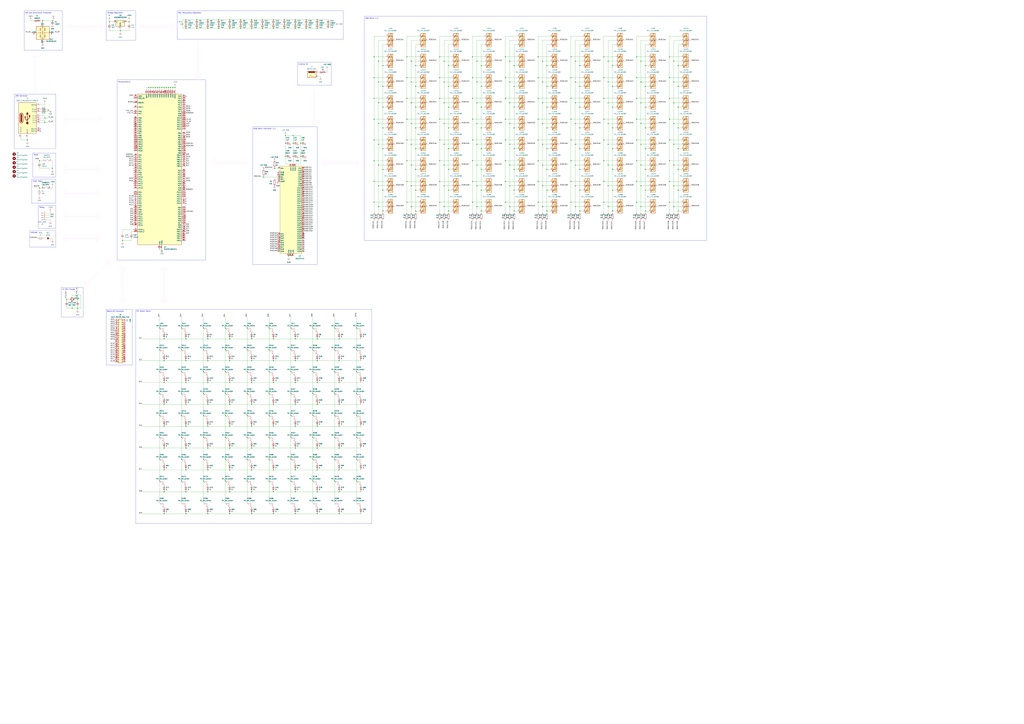
<source format=kicad_sch>
(kicad_sch (version 20231120) (generator "eeschema") (generator_version "8.0")
  (paper "A0")
  (title_block (date "2023-01-15"))
  (lib_symbols
    (symbol "Connector:Barrel_Jack" (pin_names (offset 1.016))
      (property "Reference" "J" (at 0 5.334 0))
      (property "Value" "Barrel_Jack" (at 0 -5.08 0))
      (symbol "Barrel_Jack_1_1"
        (pin passive line (at 7.62 2.54 180) (length 2.54) (name "~") (number "1"))
        (pin passive line (at 7.62 -2.54 180) (length 2.54) (name "~") (number "2"))
      )
    )
    (symbol "Connector:Conn_01x04_Male" (pin_names (offset 1.016) hide)
      (property "Reference" "J" (at 0 5.08 0))
      (property "Value" "Conn_01x04_Male" (at 0 -7.62 0))
      (symbol "Conn_01x04_Male_1_1"
        (pin passive line (at 5.08 2.54 180) (length 3.81) (name "Pin_1") (number "1"))
        (pin passive line (at 5.08 0 180) (length 3.81) (name "Pin_2") (number "2"))
        (pin passive line (at 5.08 -2.54 180) (length 3.81) (name "Pin_3") (number "3"))
        (pin passive line (at 5.08 -5.08 180) (length 3.81) (name "Pin_4") (number "4"))
      )
    )
    (symbol "Connector:USB_C_Receptacle_USB2.0" (pin_names (offset 1.016))
      (property "Reference" "J" (at -10.16 19.05 0))
      (property "Value" "USB_C_Receptacle_USB2.0" (at 19.05 19.05 0))
      (symbol "USB_C_Receptacle_USB2.0_1_1"
        (pin passive line (at 0 -22.86 90) (length 5.08) (name "GND") (number "A1"))
        (pin passive line (at 0 -22.86 90) (length 5.08) hide (name "GND") (number "A12"))
        (pin passive line (at 15.24 15.24 180) (length 5.08) (name "VBUS") (number "A4"))
        (pin bidirectional line (at 15.24 10.16 180) (length 5.08) (name "CC1") (number "A5"))
        (pin bidirectional line (at 15.24 -2.54 180) (length 5.08) (name "D+") (number "A6"))
        (pin bidirectional line (at 15.24 2.54 180) (length 5.08) (name "D-") (number "A7"))
        (pin bidirectional line (at 15.24 -12.7 180) (length 5.08) (name "SBU1") (number "A8"))
        (pin passive line (at 15.24 15.24 180) (length 5.08) hide (name "VBUS") (number "A9"))
        (pin passive line (at 0 -22.86 90) (length 5.08) hide (name "GND") (number "B1"))
        (pin passive line (at 0 -22.86 90) (length 5.08) hide (name "GND") (number "B12"))
        (pin passive line (at 15.24 15.24 180) (length 5.08) hide (name "VBUS") (number "B4"))
        (pin bidirectional line (at 15.24 7.62 180) (length 5.08) (name "CC2") (number "B5"))
        (pin bidirectional line (at 15.24 -5.08 180) (length 5.08) (name "D+") (number "B6"))
        (pin bidirectional line (at 15.24 0 180) (length 5.08) (name "D-") (number "B7"))
        (pin bidirectional line (at 15.24 -15.24 180) (length 5.08) (name "SBU2") (number "B8"))
        (pin passive line (at 15.24 15.24 180) (length 5.08) hide (name "VBUS") (number "B9"))
        (pin passive line (at -7.62 -22.86 90) (length 5.08) (name "SHIELD") (number "S1"))
      )
    )
    (symbol "Connector_Generic:Conn_02x20_Odd_Even" (pin_names (offset 1.016) hide)
      (property "Reference" "J" (at 1.27 25.4 0))
      (property "Value" "Conn_02x20_Odd_Even" (at 1.27 -27.94 0))
      (symbol "Conn_02x20_Odd_Even_1_1"
        (pin passive line (at -5.08 22.86 0) (length 3.81) (name "Pin_1") (number "1"))
        (pin passive line (at 7.62 12.7 180) (length 3.81) (name "Pin_10") (number "10"))
        (pin passive line (at -5.08 10.16 0) (length 3.81) (name "Pin_11") (number "11"))
        (pin passive line (at 7.62 10.16 180) (length 3.81) (name "Pin_12") (number "12"))
        (pin passive line (at -5.08 7.62 0) (length 3.81) (name "Pin_13") (number "13"))
        (pin passive line (at 7.62 7.62 180) (length 3.81) (name "Pin_14") (number "14"))
        (pin passive line (at -5.08 5.08 0) (length 3.81) (name "Pin_15") (number "15"))
        (pin passive line (at 7.62 5.08 180) (length 3.81) (name "Pin_16") (number "16"))
        (pin passive line (at -5.08 2.54 0) (length 3.81) (name "Pin_17") (number "17"))
        (pin passive line (at 7.62 2.54 180) (length 3.81) (name "Pin_18") (number "18"))
        (pin passive line (at -5.08 0 0) (length 3.81) (name "Pin_19") (number "19"))
        (pin passive line (at 7.62 22.86 180) (length 3.81) (name "Pin_2") (number "2"))
        (pin passive line (at 7.62 0 180) (length 3.81) (name "Pin_20") (number "20"))
        (pin passive line (at -5.08 -2.54 0) (length 3.81) (name "Pin_21") (number "21"))
        (pin passive line (at 7.62 -2.54 180) (length 3.81) (name "Pin_22") (number "22"))
        (pin passive line (at -5.08 -5.08 0) (length 3.81) (name "Pin_23") (number "23"))
        (pin passive line (at 7.62 -5.08 180) (length 3.81) (name "Pin_24") (number "24"))
        (pin passive line (at -5.08 -7.62 0) (length 3.81) (name "Pin_25") (number "25"))
        (pin passive line (at 7.62 -7.62 180) (length 3.81) (name "Pin_26") (number "26"))
        (pin passive line (at -5.08 -10.16 0) (length 3.81) (name "Pin_27") (number "27"))
        (pin passive line (at 7.62 -10.16 180) (length 3.81) (name "Pin_28") (number "28"))
        (pin passive line (at -5.08 -12.7 0) (length 3.81) (name "Pin_29") (number "29"))
        (pin passive line (at -5.08 20.32 0) (length 3.81) (name "Pin_3") (number "3"))
        (pin passive line (at 7.62 -12.7 180) (length 3.81) (name "Pin_30") (number "30"))
        (pin passive line (at -5.08 -15.24 0) (length 3.81) (name "Pin_31") (number "31"))
        (pin passive line (at 7.62 -15.24 180) (length 3.81) (name "Pin_32") (number "32"))
        (pin passive line (at -5.08 -17.78 0) (length 3.81) (name "Pin_33") (number "33"))
        (pin passive line (at 7.62 -17.78 180) (length 3.81) (name "Pin_34") (number "34"))
        (pin passive line (at -5.08 -20.32 0) (length 3.81) (name "Pin_35") (number "35"))
        (pin passive line (at 7.62 -20.32 180) (length 3.81) (name "Pin_36") (number "36"))
        (pin passive line (at -5.08 -22.86 0) (length 3.81) (name "Pin_37") (number "37"))
        (pin passive line (at 7.62 -22.86 180) (length 3.81) (name "Pin_38") (number "38"))
        (pin passive line (at -5.08 -25.4 0) (length 3.81) (name "Pin_39") (number "39"))
        (pin passive line (at 7.62 20.32 180) (length 3.81) (name "Pin_4") (number "4"))
        (pin passive line (at 7.62 -25.4 180) (length 3.81) (name "Pin_40") (number "40"))
        (pin passive line (at -5.08 17.78 0) (length 3.81) (name "Pin_5") (number "5"))
        (pin passive line (at 7.62 17.78 180) (length 3.81) (name "Pin_6") (number "6"))
        (pin passive line (at -5.08 15.24 0) (length 3.81) (name "Pin_7") (number "7"))
        (pin passive line (at 7.62 15.24 180) (length 3.81) (name "Pin_8") (number "8"))
        (pin passive line (at -5.08 12.7 0) (length 3.81) (name "Pin_9") (number "9"))
      )
    )
    (symbol "Device:C_Small" (pin_numbers hide) (pin_names (offset 0.254) hide)
      (property "Reference" "C" (at 0.254 1.778 0))
      (property "Value" "C_Small" (at 0.254 -2.032 0))
      (symbol "C_Small_1_1"
        (pin passive line (at 0 2.54 270) (length 2.032) (name "~") (number "1"))
        (pin passive line (at 0 -2.54 90) (length 2.032) (name "~") (number "2"))
      )
    )
    (symbol "Device:Crystal_GND24_Small" (pin_names (offset 1.016) hide)
      (property "Reference" "Y" (at 1.27 4.445 0))
      (property "Value" "Crystal_GND24_Small" (at 1.27 2.54 0))
      (symbol "Crystal_GND24_Small_1_1"
        (pin passive line (at -2.54 0 0) (length 1.27) (name "1") (number "1"))
        (pin passive line (at 0 -2.54 90) (length 0.635) (name "2") (number "2"))
        (pin passive line (at 2.54 0 180) (length 1.27) (name "3") (number "3"))
        (pin passive line (at 0 2.54 270) (length 0.635) (name "4") (number "4"))
      )
    )
    (symbol "Device:D" (pin_numbers hide) (pin_names (offset 1.016) hide)
      (property "Reference" "D" (at 0 2.54 0))
      (property "Value" "D" (at 0 -2.54 0))
      (symbol "D_1_1"
        (pin passive line (at -3.81 0 0) (length 2.54) (name "K") (number "1"))
        (pin passive line (at 3.81 0 180) (length 2.54) (name "A") (number "2"))
      )
    )
    (symbol "Device:LED_Small_Filled" (pin_numbers hide) (pin_names (offset 0.254) hide)
      (property "Reference" "D" (at -1.27 3.175 0))
      (property "Value" "LED_Small_Filled" (at -4.445 -2.54 0))
      (symbol "LED_Small_Filled_1_1"
        (pin passive line (at -2.54 0 0) (length 1.778) (name "K") (number "1"))
        (pin passive line (at 2.54 0 180) (length 1.778) (name "A") (number "2"))
      )
    )
    (symbol "Device:Polyfuse" (pin_numbers hide) (pin_names (offset 0))
      (property "Reference" "F" (at -2.54 0 90))
      (property "Value" "Polyfuse" (at 2.54 0 90))
      (symbol "Polyfuse_1_1"
        (pin passive line (at 0 3.81 270) (length 1.27) (name "~") (number "1"))
        (pin passive line (at 0 -3.81 90) (length 1.27) (name "~") (number "2"))
      )
    )
    (symbol "Device:R" (pin_numbers hide) (pin_names (offset 0))
      (property "Reference" "R" (at 2.032 0 90))
      (property "Value" "R" (at 0 0 90))
      (symbol "R_1_1"
        (pin passive line (at 0 3.81 270) (length 1.27) (name "~") (number "1"))
        (pin passive line (at 0 -3.81 90) (length 1.27) (name "~") (number "2"))
      )
    )
    (symbol "Device:R_Small" (pin_numbers hide) (pin_names (offset 0.254) hide)
      (property "Reference" "R" (at 0.762 0.508 0))
      (property "Value" "R_Small" (at 0.762 -1.016 0))
      (symbol "R_Small_1_1"
        (pin passive line (at 0 2.54 270) (length 0.762) (name "~") (number "1"))
        (pin passive line (at 0 -2.54 90) (length 0.762) (name "~") (number "2"))
      )
    )
    (symbol "GND_1" (power) (pin_numbers hide) (pin_names (offset 0) hide)
      (property "Value" "GND" (at 0 -3.81 0))
      (symbol "GND_1_1_1"
        (pin power_in line (at 0 0 270) (length 0) (name "~") (number "1"))
      )
    )
    (symbol "GND_2" (power) (pin_numbers hide) (pin_names (offset 0) hide)
      (property "Value" "GND" (at 0 -3.81 0))
      (symbol "GND_2_1_1"
        (pin power_in line (at 0 0 270) (length 0) (name "~") (number "1"))
      )
    )
    (symbol "MCU_ST_STM32F4:STM32F405ZGTx"
      (property "Reference" "U" (at -25.4 90.17 0))
      (property "Value" "STM32F405ZGTx" (at 20.32 90.17 0))
      (symbol "STM32F405ZGTx_1_1"
        (pin bidirectional line (at -30.48 -30.48 0) (length 5.08) (name "PE2") (number "1"))
        (pin bidirectional line (at -30.48 17.78 0) (length 5.08) (name "PF0") (number "10"))
        (pin bidirectional line (at 30.48 66.04 180) (length 5.08) (name "PA8") (number "100"))
        (pin bidirectional line (at 30.48 63.5 180) (length 5.08) (name "PA9") (number "101"))
        (pin bidirectional line (at 30.48 60.96 180) (length 5.08) (name "PA10") (number "102"))
        (pin bidirectional line (at 30.48 58.42 180) (length 5.08) (name "PA11") (number "103"))
        (pin bidirectional line (at 30.48 55.88 180) (length 5.08) (name "PA12") (number "104"))
        (pin bidirectional line (at 30.48 53.34 180) (length 5.08) (name "PA13") (number "105"))
        (pin power_out line (at -30.48 -71.12 0) (length 5.08) (name "VCAP_2") (number "106"))
        (pin passive line (at 0 -91.44 90) (length 5.08) hide (name "VSS") (number "107"))
        (pin power_in line (at 7.62 93.98 270) (length 5.08) (name "VDD") (number "108"))
        (pin bidirectional line (at 30.48 50.8 180) (length 5.08) (name "PA14") (number "109"))
        (pin bidirectional line (at -30.48 15.24 0) (length 5.08) (name "PF1") (number "11"))
        (pin bidirectional line (at 30.48 48.26 180) (length 5.08) (name "PA15") (number "110"))
        (pin bidirectional line (at 30.48 -25.4 180) (length 5.08) (name "PC10") (number "111"))
        (pin bidirectional line (at 30.48 -27.94 180) (length 5.08) (name "PC11") (number "112"))
        (pin bidirectional line (at 30.48 -30.48 180) (length 5.08) (name "PC12") (number "113"))
        (pin bidirectional line (at 30.48 -43.18 180) (length 5.08) (name "PD0") (number "114"))
        (pin bidirectional line (at 30.48 -45.72 180) (length 5.08) (name "PD1") (number "115"))
        (pin bidirectional line (at 30.48 -48.26 180) (length 5.08) (name "PD2") (number "116"))
        (pin bidirectional line (at 30.48 -50.8 180) (length 5.08) (name "PD3") (number "117"))
        (pin bidirectional line (at 30.48 -53.34 180) (length 5.08) (name "PD4") (number "118"))
        (pin bidirectional line (at 30.48 -55.88 180) (length 5.08) (name "PD5") (number "119"))
        (pin bidirectional line (at -30.48 12.7 0) (length 5.08) (name "PF2") (number "12"))
        (pin passive line (at 0 -91.44 90) (length 5.08) hide (name "VSS") (number "120"))
        (pin power_in line (at 10.16 93.98 270) (length 5.08) (name "VDD") (number "121"))
        (pin bidirectional line (at 30.48 -58.42 180) (length 5.08) (name "PD6") (number "122"))
        (pin bidirectional line (at 30.48 -60.96 180) (length 5.08) (name "PD7") (number "123"))
        (pin bidirectional line (at -30.48 38.1 0) (length 5.08) (name "PG9") (number "124"))
        (pin bidirectional line (at -30.48 35.56 0) (length 5.08) (name "PG10") (number "125"))
        (pin bidirectional line (at -30.48 33.02 0) (length 5.08) (name "PG11") (number "126"))
        (pin bidirectional line (at -30.48 30.48 0) (length 5.08) (name "PG12") (number "127"))
        (pin bidirectional line (at -30.48 27.94 0) (length 5.08) (name "PG13") (number "128"))
        (pin bidirectional line (at -30.48 25.4 0) (length 5.08) (name "PG14") (number "129"))
        (pin bidirectional line (at -30.48 10.16 0) (length 5.08) (name "PF3") (number "13"))
        (pin passive line (at 0 -91.44 90) (length 5.08) hide (name "VSS") (number "130"))
        (pin power_in line (at 12.7 93.98 270) (length 5.08) (name "VDD") (number "131"))
        (pin bidirectional line (at -30.48 22.86 0) (length 5.08) (name "PG15") (number "132"))
        (pin bidirectional line (at 30.48 35.56 180) (length 5.08) (name "PB3") (number "133"))
        (pin bidirectional line (at 30.48 33.02 180) (length 5.08) (name "PB4") (number "134"))
        (pin bidirectional line (at 30.48 30.48 180) (length 5.08) (name "PB5") (number "135"))
        (pin bidirectional line (at 30.48 27.94 180) (length 5.08) (name "PB6") (number "136"))
        (pin bidirectional line (at 30.48 25.4 180) (length 5.08) (name "PB7") (number "137"))
        (pin input line (at -30.48 78.74 0) (length 5.08) (name "BOOT0") (number "138"))
        (pin bidirectional line (at 30.48 22.86 180) (length 5.08) (name "PB8") (number "139"))
        (pin bidirectional line (at -30.48 7.62 0) (length 5.08) (name "PF4") (number "14"))
        (pin bidirectional line (at 30.48 20.32 180) (length 5.08) (name "PB9") (number "140"))
        (pin bidirectional line (at -30.48 -25.4 0) (length 5.08) (name "PE0") (number "141"))
        (pin bidirectional line (at -30.48 -27.94 0) (length 5.08) (name "PE1") (number "142"))
        (pin input line (at -30.48 83.82 0) (length 5.08) (name "PDR_ON") (number "143"))
        (pin power_in line (at 15.24 93.98 270) (length 5.08) (name "VDD") (number "144"))
        (pin bidirectional line (at -30.48 5.08 0) (length 5.08) (name "PF5") (number "15"))
        (pin power_in line (at 0 -91.44 90) (length 5.08) (name "VSS") (number "16"))
        (pin power_in line (at -12.7 93.98 270) (length 5.08) (name "VDD") (number "17"))
        (pin bidirectional line (at -30.48 2.54 0) (length 5.08) (name "PF6") (number "18"))
        (pin bidirectional line (at -30.48 0 0) (length 5.08) (name "PF7") (number "19"))
        (pin bidirectional line (at -30.48 -33.02 0) (length 5.08) (name "PE3") (number "2"))
        (pin bidirectional line (at -30.48 -2.54 0) (length 5.08) (name "PF8") (number "20"))
        (pin bidirectional line (at -30.48 -5.08 0) (length 5.08) (name "PF9") (number "21"))
        (pin bidirectional line (at -30.48 -7.62 0) (length 5.08) (name "PF10") (number "22"))
        (pin bidirectional line (at -30.48 68.58 0) (length 5.08) (name "PH0") (number "23"))
        (pin bidirectional line (at -30.48 66.04 0) (length 5.08) (name "PH1") (number "24"))
        (pin input line (at -30.48 86.36 0) (length 5.08) (name "NRST") (number "25"))
        (pin bidirectional line (at 30.48 0 180) (length 5.08) (name "PC0") (number "26"))
        (pin bidirectional line (at 30.48 -2.54 180) (length 5.08) (name "PC1") (number "27"))
        (pin bidirectional line (at 30.48 -5.08 180) (length 5.08) (name "PC2") (number "28"))
        (pin bidirectional line (at 30.48 -7.62 180) (length 5.08) (name "PC3") (number "29"))
        (pin bidirectional line (at -30.48 -35.56 0) (length 5.08) (name "PE4") (number "3"))
        (pin power_in line (at -10.16 93.98 270) (length 5.08) (name "VDD") (number "30"))
        (pin power_in line (at 2.54 -91.44 90) (length 5.08) (name "VSSA") (number "31"))
        (pin input line (at -30.48 73.66 0) (length 5.08) (name "VREF+") (number "32"))
        (pin power_in line (at 17.78 93.98 270) (length 5.08) (name "VDDA") (number "33"))
        (pin bidirectional line (at 30.48 86.36 180) (length 5.08) (name "PA0") (number "34"))
        (pin bidirectional line (at 30.48 83.82 180) (length 5.08) (name "PA1") (number "35"))
        (pin bidirectional line (at 30.48 81.28 180) (length 5.08) (name "PA2") (number "36"))
        (pin bidirectional line (at 30.48 78.74 180) (length 5.08) (name "PA3") (number "37"))
        (pin passive line (at 0 -91.44 90) (length 5.08) hide (name "VSS") (number "38"))
        (pin power_in line (at -7.62 93.98 270) (length 5.08) (name "VDD") (number "39"))
        (pin bidirectional line (at -30.48 -38.1 0) (length 5.08) (name "PE5") (number "4"))
        (pin bidirectional line (at 30.48 76.2 180) (length 5.08) (name "PA4") (number "40"))
        (pin bidirectional line (at 30.48 73.66 180) (length 5.08) (name "PA5") (number "41"))
        (pin bidirectional line (at 30.48 71.12 180) (length 5.08) (name "PA6") (number "42"))
        (pin bidirectional line (at 30.48 68.58 180) (length 5.08) (name "PA7") (number "43"))
        (pin bidirectional line (at 30.48 -10.16 180) (length 5.08) (name "PC4") (number "44"))
        (pin bidirectional line (at 30.48 -12.7 180) (length 5.08) (name "PC5") (number "45"))
        (pin bidirectional line (at 30.48 43.18 180) (length 5.08) (name "PB0") (number "46"))
        (pin bidirectional line (at 30.48 40.64 180) (length 5.08) (name "PB1") (number "47"))
        (pin bidirectional line (at 30.48 38.1 180) (length 5.08) (name "PB2") (number "48"))
        (pin bidirectional line (at -30.48 -10.16 0) (length 5.08) (name "PF11") (number "49"))
        (pin bidirectional line (at -30.48 -40.64 0) (length 5.08) (name "PE6") (number "5"))
        (pin bidirectional line (at -30.48 -12.7 0) (length 5.08) (name "PF12") (number "50"))
        (pin passive line (at 0 -91.44 90) (length 5.08) hide (name "VSS") (number "51"))
        (pin power_in line (at -5.08 93.98 270) (length 5.08) (name "VDD") (number "52"))
        (pin bidirectional line (at -30.48 -15.24 0) (length 5.08) (name "PF13") (number "53"))
        (pin bidirectional line (at -30.48 -17.78 0) (length 5.08) (name "PF14") (number "54"))
        (pin bidirectional line (at -30.48 -20.32 0) (length 5.08) (name "PF15") (number "55"))
        (pin bidirectional line (at -30.48 60.96 0) (length 5.08) (name "PG0") (number "56"))
        (pin bidirectional line (at -30.48 58.42 0) (length 5.08) (name "PG1") (number "57"))
        (pin bidirectional line (at -30.48 -43.18 0) (length 5.08) (name "PE7") (number "58"))
        (pin bidirectional line (at -30.48 -45.72 0) (length 5.08) (name "PE8") (number "59"))
        (pin power_in line (at -15.24 93.98 270) (length 5.08) (name "VBAT") (number "6"))
        (pin bidirectional line (at -30.48 -48.26 0) (length 5.08) (name "PE9") (number "60"))
        (pin passive line (at 0 -91.44 90) (length 5.08) hide (name "VSS") (number "61"))
        (pin power_in line (at -2.54 93.98 270) (length 5.08) (name "VDD") (number "62"))
        (pin bidirectional line (at -30.48 -50.8 0) (length 5.08) (name "PE10") (number "63"))
        (pin bidirectional line (at -30.48 -53.34 0) (length 5.08) (name "PE11") (number "64"))
        (pin bidirectional line (at -30.48 -55.88 0) (length 5.08) (name "PE12") (number "65"))
        (pin bidirectional line (at -30.48 -58.42 0) (length 5.08) (name "PE13") (number "66"))
        (pin bidirectional line (at -30.48 -60.96 0) (length 5.08) (name "PE14") (number "67"))
        (pin bidirectional line (at -30.48 -63.5 0) (length 5.08) (name "PE15") (number "68"))
        (pin bidirectional line (at 30.48 17.78 180) (length 5.08) (name "PB10") (number "69"))
        (pin bidirectional line (at 30.48 -33.02 180) (length 5.08) (name "PC13") (number "7"))
        (pin bidirectional line (at 30.48 15.24 180) (length 5.08) (name "PB11") (number "70"))
        (pin power_out line (at -30.48 -68.58 0) (length 5.08) (name "VCAP_1") (number "71"))
        (pin power_in line (at 0 93.98 270) (length 5.08) (name "VDD") (number "72"))
        (pin bidirectional line (at 30.48 12.7 180) (length 5.08) (name "PB12") (number "73"))
        (pin bidirectional line (at 30.48 10.16 180) (length 5.08) (name "PB13") (number "74"))
        (pin bidirectional line (at 30.48 7.62 180) (length 5.08) (name "PB14") (number "75"))
        (pin bidirectional line (at 30.48 5.08 180) (length 5.08) (name "PB15") (number "76"))
        (pin bidirectional line (at 30.48 -63.5 180) (length 5.08) (name "PD8") (number "77"))
        (pin bidirectional line (at 30.48 -66.04 180) (length 5.08) (name "PD9") (number "78"))
        (pin bidirectional line (at 30.48 -68.58 180) (length 5.08) (name "PD10") (number "79"))
        (pin bidirectional line (at 30.48 -35.56 180) (length 5.08) (name "PC14") (number "8"))
        (pin bidirectional line (at 30.48 -71.12 180) (length 5.08) (name "PD11") (number "80"))
        (pin bidirectional line (at 30.48 -73.66 180) (length 5.08) (name "PD12") (number "81"))
        (pin bidirectional line (at 30.48 -76.2 180) (length 5.08) (name "PD13") (number "82"))
        (pin passive line (at 0 -91.44 90) (length 5.08) hide (name "VSS") (number "83"))
        (pin power_in line (at 2.54 93.98 270) (length 5.08) (name "VDD") (number "84"))
        (pin bidirectional line (at 30.48 -78.74 180) (length 5.08) (name "PD14") (number "85"))
        (pin bidirectional line (at 30.48 -81.28 180) (length 5.08) (name "PD15") (number "86"))
        (pin bidirectional line (at -30.48 55.88 0) (length 5.08) (name "PG2") (number "87"))
        (pin bidirectional line (at -30.48 53.34 0) (length 5.08) (name "PG3") (number "88"))
        (pin bidirectional line (at -30.48 50.8 0) (length 5.08) (name "PG4") (number "89"))
        (pin bidirectional line (at 30.48 -38.1 180) (length 5.08) (name "PC15") (number "9"))
        (pin bidirectional line (at -30.48 48.26 0) (length 5.08) (name "PG5") (number "90"))
        (pin bidirectional line (at -30.48 45.72 0) (length 5.08) (name "PG6") (number "91"))
        (pin bidirectional line (at -30.48 43.18 0) (length 5.08) (name "PG7") (number "92"))
        (pin bidirectional line (at -30.48 40.64 0) (length 5.08) (name "PG8") (number "93"))
        (pin passive line (at 0 -91.44 90) (length 5.08) hide (name "VSS") (number "94"))
        (pin power_in line (at 5.08 93.98 270) (length 5.08) (name "VDD") (number "95"))
        (pin bidirectional line (at 30.48 -15.24 180) (length 5.08) (name "PC6") (number "96"))
        (pin bidirectional line (at 30.48 -17.78 180) (length 5.08) (name "PC7") (number "97"))
        (pin bidirectional line (at 30.48 -20.32 180) (length 5.08) (name "PC8") (number "98"))
        (pin bidirectional line (at 30.48 -22.86 180) (length 5.08) (name "PC9") (number "99"))
      )
    )
    (symbol "Mechanical:MountingHole" (pin_names (offset 1.016)) (exclude_from_sim yes) (in_bom no)
      (property "Reference" "H" (at 0 5.08 0))
      (property "Value" "MountingHole" (at 0 3.175 0))
    )
    (symbol "PCM_marbastlib-mx:MX_LED_6028R" (pin_names (offset 0) hide)
      (property "Reference" "LED" (at 0 9.398 0))
      (property "Value" "MX_LED_6028R" (at 0 -8.89 0))
      (symbol "MX_LED_6028R_0_0"
        (text "B" (at -1.905 -6.35 0) (effects (font (size 1.27 1.27))))
        (text "G" (at -1.905 -1.27 0) (effects (font (size 1.27 1.27))))
        (text "R" (at -1.905 3.81 0) (effects (font (size 1.27 1.27))))
      )
      (symbol "MX_LED_6028R_1_1"
        (pin passive line (at -5.08 0 0) (length 2.54) (name "GK") (number "1"))
        (pin passive line (at -5.08 5.08 0) (length 2.54) (name "RK") (number "2"))
        (pin passive line (at -5.08 -5.08 0) (length 2.54) (name "BK") (number "3"))
        (pin passive line (at 5.08 0 180) (length 2.54) (name "A") (number "4"))
      )
    )
    (symbol "PCM_marbastlib-mx:MX_SW_solder" (pin_numbers hide) (pin_names (offset 1.016) hide)
      (property "Reference" "MX" (at 3.048 1.016 0))
      (property "Value" "MX_SW_solder" (at 0 -3.81 0))
      (symbol "MX_SW_solder_0_1"
        (pin passive line (at -2.54 2.54 0) (length 0) (name "1") (number "1"))
        (pin passive line (at 2.54 -2.54 180) (length 0) (name "2") (number "2"))
      )
    )
    (symbol "PCM_marbastlib-various:IS313741A"
      (property "Reference" "U" (at -7.62 54.61 0))
      (property "Value" "IS313741A" (at -7.62 52.07 0))
      (symbol "IS313741A_0_0"
        (pin power_out line (at 15.24 -35.56 180) (length 2.54) (name "CS34") (number "1"))
        (pin input line (at -15.24 38.1 0) (length 2.54) (name "SCL") (number "10"))
        (pin input line (at -15.24 40.64 0) (length 2.54) (name "~{SDB}") (number "11"))
        (pin power_in line (at -2.54 -53.34 90) (length 2.54) (name "GND") (number "12"))
        (pin input line (at -15.24 35.56 0) (length 2.54) (name "ISET") (number "13"))
        (pin power_in line (at 0 53.34 270) (length 2.54) (name "AVCC") (number "14"))
        (pin power_in line (at 2.54 53.34 270) (length 2.54) (name "PVCC") (number "15"))
        (pin power_out line (at -15.24 -27.94 0) (length 2.54) (name "SW1") (number "16"))
        (pin power_out line (at -15.24 -30.48 0) (length 2.54) (name "SW2") (number "17"))
        (pin power_out line (at -15.24 -33.02 0) (length 2.54) (name "SW3") (number "18"))
        (pin power_out line (at -15.24 -35.56 0) (length 2.54) (name "SW4") (number "19"))
        (pin power_out line (at 15.24 -38.1 180) (length 2.54) (name "CS35") (number "2"))
        (pin power_out line (at -15.24 -38.1 0) (length 2.54) (name "SW5") (number "20"))
        (pin power_out line (at -15.24 -40.64 0) (length 2.54) (name "SW6") (number "21"))
        (pin power_out line (at -15.24 -43.18 0) (length 2.54) (name "SW7") (number "22"))
        (pin power_out line (at -15.24 -45.72 0) (length 2.54) (name "SW8") (number "23"))
        (pin power_out line (at -15.24 -48.26 0) (length 2.54) (name "SW9") (number "24"))
        (pin power_in line (at 5.08 53.34 270) (length 2.54) (name "PVCC") (number "25"))
        (pin power_out line (at 15.24 48.26 180) (length 2.54) (name "CS1") (number "26"))
        (pin power_out line (at 15.24 45.72 180) (length 2.54) (name "CS2") (number "27"))
        (pin power_out line (at 15.24 43.18 180) (length 2.54) (name "CS3") (number "28"))
        (pin power_out line (at 15.24 40.64 180) (length 2.54) (name "CS4") (number "29"))
        (pin power_out line (at 15.24 -40.64 180) (length 2.54) (name "CS36") (number "3"))
        (pin power_out line (at 15.24 38.1 180) (length 2.54) (name "CS5") (number "30"))
        (pin power_out line (at 15.24 35.56 180) (length 2.54) (name "CS6") (number "31"))
        (pin power_out line (at 15.24 33.02 180) (length 2.54) (name "CS7") (number "32"))
        (pin power_out line (at 15.24 30.48 180) (length 2.54) (name "CS8") (number "33"))
        (pin power_out line (at 15.24 27.94 180) (length 2.54) (name "CS9") (number "34"))
        (pin power_out line (at 15.24 25.4 180) (length 2.54) (name "CS10") (number "35"))
        (pin power_in line (at 0 -53.34 90) (length 2.54) (name "GND") (number "36"))
        (pin power_out line (at 15.24 22.86 180) (length 2.54) (name "CS11") (number "37"))
        (pin power_out line (at 15.24 20.32 180) (length 2.54) (name "CS12") (number "38"))
        (pin power_out line (at 15.24 17.78 180) (length 2.54) (name "CS13") (number "39"))
        (pin power_out line (at 15.24 -43.18 180) (length 2.54) (name "CS37") (number "4"))
        (pin power_out line (at 15.24 15.24 180) (length 2.54) (name "CS14") (number "40"))
        (pin power_out line (at 15.24 12.7 180) (length 2.54) (name "CS15") (number "41"))
        (pin power_out line (at 15.24 10.16 180) (length 2.54) (name "CS16") (number "42"))
        (pin power_out line (at 15.24 7.62 180) (length 2.54) (name "CS17") (number "43"))
        (pin power_out line (at 15.24 5.08 180) (length 2.54) (name "CS15") (number "44"))
        (pin power_out line (at 15.24 2.54 180) (length 2.54) (name "CS19") (number "45"))
        (pin power_out line (at 15.24 0 180) (length 2.54) (name "CS20") (number "46"))
        (pin power_out line (at 15.24 -2.54 180) (length 2.54) (name "CS21") (number "47"))
        (pin power_out line (at 15.24 -5.08 180) (length 2.54) (name "CS22") (number "48"))
        (pin power_out line (at 15.24 -7.62 180) (length 2.54) (name "CS23") (number "49"))
        (pin power_out line (at 15.24 -45.72 180) (length 2.54) (name "CS38") (number "5"))
        (pin power_out line (at 15.24 -10.16 180) (length 2.54) (name "CS24") (number "50"))
        (pin power_out line (at 15.24 -12.7 180) (length 2.54) (name "CS25") (number "51"))
        (pin power_out line (at 15.24 -15.24 180) (length 2.54) (name "CS26") (number "52"))
        (pin power_out line (at 15.24 -17.78 180) (length 2.54) (name "CS27") (number "53"))
        (pin power_out line (at 15.24 -20.32 180) (length 2.54) (name "CS28") (number "54"))
        (pin power_in line (at 2.54 -53.34 90) (length 2.54) (name "GND") (number "55"))
        (pin power_out line (at 15.24 -22.86 180) (length 2.54) (name "CS29") (number "56"))
        (pin power_out line (at 15.24 -25.4 180) (length 2.54) (name "CS30") (number "57"))
        (pin power_out line (at 15.24 -27.94 180) (length 2.54) (name "CS31") (number "58"))
        (pin power_out line (at 15.24 -30.48 180) (length 2.54) (name "CS32") (number "59"))
        (pin power_out line (at 15.24 -48.26 180) (length 2.54) (name "CS39") (number "6"))
        (pin power_out line (at 15.24 -33.02 180) (length 2.54) (name "CS33") (number "60"))
        (pin power_in line (at 2.54 -53.34 90) (length 2.54) hide (name "GND") (number "61"))
        (pin open_collector line (at -15.24 43.18 0) (length 2.54) (name "~{INTB}") (number "7"))
        (pin input line (at -15.24 33.02 0) (length 2.54) (name "ADDR") (number "8"))
        (pin bidirectional line (at -15.24 48.26 0) (length 2.54) (name "SDA") (number "9"))
      )
    )
    (symbol "Power_Protection:PRTR5V0U2X" (pin_names (offset 0))
      (property "Reference" "D" (at 2.794 8.636 0))
      (property "Value" "PRTR5V0U2X" (at 8.128 -9.398 0))
      (symbol "PRTR5V0U2X_1_1"
        (pin passive line (at 0 -12.7 90) (length 5.08) (name "GND") (number "1"))
        (pin passive line (at -12.7 0 0) (length 5.08) (name "I/O1") (number "2"))
        (pin passive line (at 12.7 0 180) (length 5.08) (name "I/O2") (number "3"))
        (pin passive line (at 0 12.7 270) (length 5.08) (name "VCC") (number "4"))
      )
    )
    (symbol "Regulator_Linear:XC6206PxxxMR" (pin_names (offset 0.254))
      (property "Reference" "U" (at -3.81 3.175 0))
      (property "Value" "XC6206PxxxMR" (at 0 3.175 0))
      (symbol "XC6206PxxxMR_1_1"
        (pin power_in line (at 0 -7.62 90) (length 2.54) (name "GND") (number "1"))
        (pin power_out line (at 7.62 0 180) (length 2.54) (name "VO") (number "2"))
        (pin power_in line (at -7.62 0 0) (length 2.54) (name "VI") (number "3"))
      )
    )
    (symbol "Switch:SW_SPST" (pin_names (offset 0) hide)
      (property "Reference" "SW" (at 0 3.175 0))
      (property "Value" "SW_SPST" (at 0 -2.54 0))
      (symbol "SW_SPST_1_1"
        (pin passive line (at -5.08 0 0) (length 2.54) (name "A") (number "1"))
        (pin passive line (at 5.08 0 180) (length 2.54) (name "B") (number "2"))
      )
    )
    (symbol "power:+3V3" (power) (pin_names (offset 0))
      (property "Value" "+3V3" (at 0 3.556 0))
      (symbol "+3V3_1_1"
        (pin power_in line (at 0 0 90) (length 0) hide (name "+3V3") (number "1"))
      )
    )
    (symbol "power:GND" (power) (pin_names (offset 0))
      (property "Value" "GND" (at 0 -3.81 0))
      (symbol "GND_1_1"
        (pin power_in line (at 0 0 270) (length 0) hide (name "GND") (number "1"))
      )
    )
    (symbol "power:VBUS" (power) (pin_names (offset 0))
      (property "Value" "VBUS" (at 0 3.81 0))
      (symbol "VBUS_1_1"
        (pin power_in line (at 0 0 90) (length 0) hide (name "VBUS") (number "1"))
      )
    )
  )
  (junction (at 317.5 22.86))
  (junction (at 388.62 431.8))
  (junction (at 520.7 124.46))
  (junction (at 304.8 22.86))
  (junction (at 241.3 596.9))
  (junction (at 368.3 419.1))
  (junction (at 236.22 457.2))
  (junction (at 337.82 508))
  (junction (at 548.64 114.3))
  (junction (at 317.5 546.1))
  (junction (at 558.8 76.2))
  (junction (at 596.9 148.59))
  (junction (at 591.82 95.25))
  (junction (at 477.52 119.38))
  (junction (at 340.36 166.37))
  (junction (at 439.42 167.64))
  (junction (at 782.32 191.77))
  (junction (at 266.7 571.5))
  (junction (at 515.62 71.12))
  (junction (at 317.5 419.1))
  (junction (at 185.42 457.2))
  (junction (at 266.7 520.7))
  (junction (at 586.74 234.95))
  (junction (at 749.3 172.72))
  (junction (at 318.77 195.58))
  (junction (at 342.9 596.9))
  (junction (at 335.28 297.18))
  (junction (at 662.94 186.69))
  (junction (at 472.44 66.04))
  (junction (at 368.3 571.5))
  (junction (at 210.82 457.2))
  (junction (at 596.9 172.72))
  (junction (at 662.94 234.95))
  (junction (at 342.9 393.7))
  (junction (at 210.82 431.8))
  (junction (at 739.14 210.82))
  (junction (at 624.84 210.82))
  (junction (at 241.3 520.7))
  (junction (at 266.7 419.1))
  (junction (at 241.3 469.9))
  (junction (at 292.1 520.7))
  (junction (at 711.2 245.11))
  (junction (at 337.82 482.6))
  (junction (at 215.9 546.1))
  (junction (at 241.3 495.3))
  (junction (at 198.12 101.6))
  (junction (at 706.12 191.77))
  (junction (at 749.3 245.11))
  (junction (at 668.02 71.12))
  (junction (at 342.9 571.5))
  (junction (at 337.82 381))
  (junction (at 662.94 210.82))
  (junction (at 629.92 191.77))
  (junction (at 279.4 22.86))
  (junction (at 414.02 508))
  (junction (at 414.02 431.8))
  (junction (at 520.7 220.98))
  (junction (at 624.84 114.3))
  (junction (at 706.12 119.38))
  (junction (at 241.3 33.02))
  (junction (at 591.82 240.03))
  (junction (at 241.3 546.1))
  (junction (at 215.9 571.5))
  (junction (at 635 100.33))
  (junction (at 193.04 101.6))
  (junction (at 782.32 95.25))
  (junction (at 60.96 24.13))
  (junction (at 629.92 143.51))
  (junction (at 706.12 240.03))
  (junction (at 210.82 558.8))
  (junction (at 439.42 240.03))
  (junction (at 668.02 143.51))
  (junction (at 668.02 167.64))
  (junction (at 279.4 33.02))
  (junction (at 515.62 215.9))
  (junction (at 439.42 143.51))
  (junction (at 782.32 167.64))
  (junction (at 177.8 101.6))
  (junction (at 261.62 406.4))
  (junction (at 254 22.86))
  (junction (at 127 25.4))
  (junction (at 254 33.02))
  (junction (at 558.8 196.85))
  (junction (at 777.24 162.56))
  (junction (at 591.82 143.51))
  (junction (at 60.96 195.58))
  (junction (at 629.92 215.9))
  (junction (at 195.58 101.6))
  (junction (at 520.7 76.2))
  (junction (at 368.3 546.1))
  (junction (at 515.62 191.77))
  (junction (at 187.96 101.6))
  (junction (at 304.8 27.94))
  (junction (at 477.52 143.51))
  (junction (at 744.22 191.77))
  (junction (at 434.34 234.95))
  (junction (at 261.62 482.6))
  (junction (at 292.1 469.9))
  (junction (at 744.22 215.9))
  (junction (at 596.9 245.11))
  (junction (at 349.25 181.61))
  (junction (at 241.3 571.5))
  (junction (at 393.7 419.1))
  (junction (at 782.32 240.03))
  (junction (at 744.22 167.64))
  (junction (at 782.32 71.12))
  (junction (at 591.82 167.64))
  (junction (at 510.54 114.3))
  (junction (at 777.24 114.3))
  (junction (at 434.34 186.69))
  (junction (at 673.1 220.98))
  (junction (at 393.7 571.5))
  (junction (at 624.84 66.04))
  (junction (at 388.62 457.2))
  (junction (at 701.04 210.82))
  (junction (at 414.02 558.8))
  (junction (at 90.17 347.98))
  (junction (at 739.14 162.56))
  (junction (at 185.42 558.8))
  (junction (at 331.47 157.48))
  (junction (at 439.42 95.25))
  (junction (at 472.44 210.82))
  (junction (at 787.4 172.72))
  (junction (at 472.44 90.17))
  (junction (at 190.5 101.6))
  (junction (at 701.04 66.04))
  (junction (at 673.1 124.46))
  (junction (at 591.82 215.9))
  (junction (at 317.5 444.5))
  (junction (at 586.74 90.17))
  (junction (at 558.8 148.59))
  (junction (at 624.84 234.95))
  (junction (at 701.04 186.69))
  (junction (at 200.66 101.6))
  (junction (at 706.12 215.9))
  (junction (at 363.22 431.8))
  (junction (at 187.96 290.83))
  (junction (at 215.9 393.7))
  (junction (at 215.9 27.94))
  (junction (at 212.09 27.94))
  (junction (at 510.54 162.56))
  (junction (at 787.4 245.11))
  (junction (at 393.7 546.1))
  (junction (at 414.02 533.4))
  (junction (at 292.1 393.7))
  (junction (at 586.74 162.56))
  (junction (at 266.7 444.5))
  (junction (at 515.62 119.38))
  (junction (at 629.92 240.03))
  (junction (at 444.5 245.11))
  (junction (at 368.3 393.7))
  (junction (at 317.5 469.9))
  (junction (at 261.62 508))
  (junction (at 444.5 100.33))
  (junction (at 342.9 520.7))
  (junction (at 342.9 33.02))
  (junction (at 668.02 240.03))
  (junction (at 558.8 100.33))
  (junction (at 185.42 101.6))
  (junction (at 444.5 220.98))
  (junction (at 236.22 558.8))
  (junction (at 363.22 457.2))
  (junction (at 482.6 245.11))
  (junction (at 317.5 33.02))
  (junction (at 228.6 27.94))
  (junction (at 662.94 114.3))
  (junction (at 337.82 431.8))
  (junction (at 635 76.2))
  (junction (at 149.86 25.4))
  (junction (at 444.5 172.72))
  (junction (at 548.64 186.69))
  (junction (at 739.14 66.04))
  (junction (at 701.04 138.43))
  (junction (at 363.22 406.4))
  (junction (at 175.26 101.6))
  (junction (at 52.07 137.16))
  (junction (at 777.24 66.04))
  (junction (at 591.82 191.77))
  (junction (at 662.94 162.56))
  (junction (at 624.84 162.56))
  (junction (at 787.4 124.46))
  (junction (at 287.02 508))
  (junction (at 591.82 119.38))
  (junction (at 787.4 220.98))
  (junction (at 635 172.72))
  (junction (at 388.62 558.8))
  (junction (at 330.2 33.02))
  (junction (at 292.1 495.3))
  (junction (at 782.32 143.51))
  (junction (at 444.5 76.2))
  (junction (at 520.7 196.85))
  (junction (at 317.5 393.7))
  (junction (at 342.9 444.5))
  (junction (at 711.2 172.72))
  (junction (at 342.9 419.1))
  (junction (at 45.72 186.69))
  (junction (at 210.82 406.4))
  (junction (at 254 27.94))
  (junction (at 558.8 172.72))
  (junction (at 739.14 114.3))
  (junction (at 482.6 124.46))
  (junction (at 393.7 495.3))
  (junction (at 553.72 215.9))
  (junction (at 287.02 457.2))
  (junction (at 510.54 66.04))
  (junction (at 215.9 419.1))
  (junction (at 472.44 186.69))
  (junction (at 236.22 381))
  (junction (at 586.74 66.04))
  (junction (at 388.62 406.4))
  (junction (at 787.4 76.2))
  (junction (at 711.2 148.59))
  (junction (at 477.52 215.9))
  (junction (at 510.54 234.95))
  (junction (at 190.5 571.5))
  (junction (at 337.82 297.18))
  (junction (at 312.42 381))
  (junction (at 701.04 90.17))
  (junction (at 553.72 95.25))
  (junction (at 414.02 457.2))
  (junction (at 673.1 172.72))
  (junction (at 558.8 220.98))
  (junction (at 472.44 234.95))
  (junction (at 337.82 558.8))
  (junction (at 317.5 27.94))
  (junction (at 266.7 469.9))
  (junction (at 439.42 119.38))
  (junction (at 368.3 469.9))
  (junction (at 553.72 191.77))
  (junction (at 185.42 533.4))
  (junction (at 444.5 124.46))
  (junction (at 558.8 124.46))
  (junction (at 586.74 186.69))
  (junction (at 215.9 596.9))
  (junction (at 744.22 71.12))
  (junction (at 287.02 431.8))
  (junction (at 787.4 148.59))
  (junction (at 668.02 191.77))
  (junction (at 744.22 240.03))
  (junction (at 393.7 393.7))
  (junction (at 228.6 33.02))
  (junction (at 477.52 95.25))
  (junction (at 553.72 71.12))
  (junction (at 668.02 95.25))
  (junction (at 596.9 124.46))
  (junction (at 711.2 196.85))
  (junction (at 210.82 381))
  (junction (at 662.94 90.17))
  (junction (at 515.62 167.64))
  (junction (at 215.9 444.5))
  (junction (at 439.42 71.12))
  (junction (at 739.14 138.43))
  (junction (at 520.7 148.59))
  (junction (at 624.84 138.43))
  (junction (at 45.72 218.44))
  (junction (at 662.94 138.43))
  (junction (at 266.7 546.1))
  (junction (at 548.64 210.82))
  (junction (at 668.02 119.38))
  (junction (at 241.3 419.1))
  (junction (at 472.44 138.43))
  (junction (at 363.22 508))
  (junction (at 331.47 181.61))
  (junction (at 635 148.59))
  (junction (at 477.52 71.12))
  (junction (at 477.52 167.64))
  (junction (at 49.53 24.13))
  (junction (at 203.2 101.6))
  (junction (at 673.1 196.85))
  (junction (at 210.82 533.4))
  (junction (at 368.3 495.3))
  (junction (at 393.7 596.9))
  (junction (at 292.1 27.94))
  (junction (at 337.82 533.4))
  (junction (at 190.5 520.7))
  (junction (at 292.1 419.1))
  (junction (at 777.24 138.43))
  (junction (at 292.1 444.5))
  (junction (at 739.14 186.69))
  (junction (at 434.34 138.43))
  (junction (at 185.42 431.8))
  (junction (at 711.2 76.2))
  (junction (at 381 27.94))
  (junction (at 190.5 495.3))
  (junction (at 77.47 347.98))
  (junction (at 215.9 22.86))
  (junction (at 553.72 240.03))
  (junction (at 31.75 162.56))
  (junction (at 185.42 381))
  (junction (at 190.5 596.9))
  (junction (at 558.8 245.11))
  (junction (at 596.9 196.85))
  (junction (at 515.62 95.25))
  (junction (at 706.12 143.51))
  (junction (at 304.8 33.02))
  (junction (at 596.9 220.98))
  (junction (at 548.64 162.56))
  (junction (at 292.1 596.9))
  (junction (at 312.42 406.4))
  (junction (at 673.1 148.59))
  (junction (at 185.42 406.4))
  (junction (at 591.82 71.12))
  (junction (at 172.72 101.6))
  (junction (at 368.3 22.86))
  (junction (at 673.1 245.11))
  (junction (at 340.36 181.61))
  (junction (at 510.54 90.17))
  (junction (at 330.2 22.86))
  (junction (at 624.84 90.17))
  (junction (at 629.92 119.38))
  (junction (at 393.7 444.5))
  (junction (at 706.12 95.25))
  (junction (at 210.82 482.6))
  (junction (at 349.25 166.37))
  (junction (at 586.74 138.43))
  (junction (at 515.62 143.51))
  (junction (at 749.3 124.46))
  (junction (at 388.62 381))
  (junction (at 749.3 220.98))
  (junction (at 629.92 71.12))
  (junction (at 312.42 533.4))
  (junction (at 701.04 114.3))
  (junction (at 553.72 143.51))
  (junction (at 90.17 358.14))
  (junction (at 312.42 508))
  (junction (at 744.22 119.38))
  (junction (at 83.82 358.14))
  (junction (at 439.42 215.9))
  (junction (at 55.88 128.27))
  (junction (at 287.02 381))
  (junction (at 624.84 186.69))
  (junction (at 701.04 162.56))
  (junction (at 439.42 191.77))
  (junction (at 749.3 148.59))
  (junction (at 215.9 469.9))
  (junction (at 482.6 196.85))
  (junction (at 782.32 215.9))
  (junction (at 744.22 143.51))
  (junction (at 185.42 508))
  (junction (at 434.34 90.17))
  (junction (at 548.64 90.17))
  (junction (at 662.94 66.04))
  (junction (at 414.02 381))
  (junction (at 337.82 457.2))
  (junction (at 261.62 381))
  (junction (at 434.34 210.82))
  (junction (at 342.9 495.3))
  (junction (at 292.1 22.86))
  (junction (at 355.6 22.86))
  (junction (at 236.22 533.4))
  (junction (at 363.22 558.8))
  (junction (at 635 220.98))
  (junction (at 701.04 234.95))
  (junction (at 287.02 558.8))
  (junction (at 261.62 558.8))
  (junction (at 228.6 22.86))
  (junction (at 553.72 167.64))
  (junction (at 777.24 234.95))
  (junction (at 368.3 33.02))
  (junction (at 673.1 100.33))
  (junction (at 317.5 520.7))
  (junction (at 744.22 95.25))
  (junction (at 241.3 393.7))
  (junction (at 787.4 100.33))
  (junction (at 596.9 76.2))
  (junction (at 330.2 27.94))
  (junction (at 292.1 571.5))
  (junction (at 142.24 279.4))
  (junction (at 787.4 196.85))
  (junction (at 477.52 191.77))
  (junction (at 388.62 533.4))
  (junction (at 711.2 100.33))
  (junction (at 368.3 596.9))
  (junction (at 548.64 66.04))
  (junction (at 241.3 444.5))
  (junction (at 749.3 76.2))
  (junction (at 306.07 205.74))
  (junction (at 520.7 172.72))
  (junction (at 266.7 33.02))
  (junction (at 553.72 119.38))
  (junction (at 287.02 482.6))
  (junction (at 355.6 27.94))
  (junction (at 635 245.11))
  (junction (at 749.3 100.33))
  (junction (at 414.02 406.4))
  (junction (at 444.5 196.85))
  (junction (at 139.7 35.56))
  (junction (at 312.42 431.8))
  (junction (at 706.12 167.64))
  (junction (at 342.9 27.94))
  (junction (at 279.4 27.94))
  (junction (at 777.24 186.69))
  (junction (at 482.6 76.2))
  (junction (at 215.9 520.7))
  (junction (at 782.32 119.38))
  (junction (at 337.82 406.4))
  (junction (at 673.1 76.2))
  (junction (at 261.62 533.4))
  (junction (at 777.24 90.17))
  (junction (at 472.44 114.3))
  (junction (at 434.34 66.04))
  (junction (at 52.07 142.24))
  (junction (at 236.22 431.8))
  (junction (at 393.7 469.9))
  (junction (at 312.42 482.6))
  (junction (at 340.36 157.48))
  (junction (at 515.62 240.03))
  (junction (at 317.5 571.5))
  (junction (at 586.74 210.82))
  (junction (at 182.88 101.6))
  (junction (at 629.92 167.64))
  (junction (at 520.7 245.11))
  (junction (at 668.02 215.9))
  (junction (at 236.22 482.6))
  (junction (at 355.6 33.02))
  (junction (at 190.5 393.7))
  (junction (at 363.22 381))
  (junction (at 210.82 508))
  (junction (at 266.7 22.86))
  (junction (at 548.64 138.43))
  (junction (at 472.44 162.56))
  (junction (at 363.22 533.4))
  (junction (at 261.62 431.8))
  (junction (at 444.5 148.59))
  (junction (at 368.3 444.5))
  (junction (at 215.9 495.3))
  (junction (at 711.2 124.46))
  (junction (at 368.3 520.7))
  (junction (at 388.62 508))
  (junction (at 236.22 508))
  (junction (at 312.42 457.2))
  (junction (at 292.1 33.02))
  (junction (at 548.64 234.95))
  (junction (at 596.9 100.33))
  (junction (at 241.3 22.86))
  (junction (at 477.52 240.03))
  (junction (at 266.7 495.3))
  (junction (at 342.9 546.1))
  (junction (at 739.14 234.95))
  (junction (at 331.47 166.37))
  (junction (at 586.74 114.3))
  (junction (at 266.7 393.7))
  (junction (at 317.5 495.3))
  (junction (at 434.34 114.3))
  (junction (at 241.3 27.94))
  (junction (at 287.02 406.4))
  (junction (at 434.34 162.56))
  (junction (at 482.6 220.98))
  (junction (at 635 196.85))
  (junction (at 342.9 22.86))
  (junction (at 312.42 558.8))
  (junction (at 510.54 186.69))
  (junction (at 635 124.46))
  (junction (at 190.5 469.9))
  (junction (at 287.02 533.4))
  (junction (at 629.92 95.25))
  (junction (at 777.24 210.82))
  (junction (at 363.22 482.6))
  (junction (at 190.5 444.5))
  (junction (at 482.6 100.33))
  (junction (at 292.1 546.1))
  (junction (at 388.62 482.6))
  (junction (at 510.54 138.43))
  (junction (at 261.62 457.2))
  (junction (at 482.6 172.72))
  (junction (at 520.7 100.33))
  (junction (at 317.5 596.9))
  (junction (at 510.54 210.82))
  (junction (at 190.5 546.1))
  (junction (at 266.7 596.9))
  (junction (at 180.34 101.6))
  (junction (at 236.22 406.4))
  (junction (at 342.9 469.9))
  (junction (at 393.7 520.7))
  (junction (at 749.3 196.85))
  (junction (at 190.5 419.1))
  (junction (at 739.14 90.17))
  (junction (at 266.7 27.94))
  (junction (at 482.6 148.59))
  (junction (at 414.02 482.6))
  (junction (at 185.42 482.6))
  (junction (at 215.9 33.02))
  (junction (at 368.3 27.94))
  (junction (at 706.12 71.12))
  (junction (at 711.2 220.98))
  (no_connect (at 353.06 281.94))
  (no_connect (at 353.06 287.02))
  (no_connect (at 353.06 276.86))
  (no_connect (at 215.9 111.76))
  (no_connect (at 353.06 284.48))
  (no_connect (at 353.06 289.56))
  (no_connect (at 353.06 271.78))
  (no_connect (at 353.06 274.32))
  (no_connect (at 215.9 233.68))
  (no_connect (at 353.06 279.4))
  (no_connect (at 353.06 292.1))
  (no_connect (at 46.99 149.86))
  (no_connect (at 322.58 200.66))
  (no_connect (at 46.99 152.4))
  (no_connect (at 215.9 231.14))
  (no_connect (at 322.58 203.2))
  (no_connect (at 215.9 236.22))
  (wire (pts (xy 676.91 90.17) (xy 662.94 90.17)))
  (wire (pts (xy 726.44 95.25) (xy 725.17 95.25)))
  (wire (pts (xy 510.54 90.17) (xy 510.54 114.3)))
  (wire (pts (xy 318.77 195.58) (xy 318.77 194.31)))
  (wire (pts (xy 715.01 196.85) (xy 711.2 196.85)))
  (wire (pts (xy 510.54 41.91) (xy 510.54 66.04)))
  (wire (pts (xy 486.41 66.04) (xy 472.44 66.04)))
  (wire (pts (xy 739.14 256.54) (xy 739.14 255.27)))
  (wire (pts (xy 524.51 66.04) (xy 510.54 66.04)))
  (wire (pts (xy 43.18 276.86) (xy 44.45 276.86)))
  (wire (pts (xy 739.14 234.95) (xy 739.14 247.65)))
  (wire (pts (xy 574.04 143.51) (xy 572.77 143.51)))
  (wire (pts (xy 170.18 101.6) (xy 170.18 104.14)))
  (polyline (pts (xy 113.03 142.24) (xy 116.84 138.43)) (stroke (width 1.27) (type solid) (color 255 245 254 1)))
  (wire (pts (xy 439.42 240.03) (xy 439.42 247.65)))
  (wire (pts (xy 706.12 71.12) (xy 706.12 95.25)))
  (wire (pts (xy 304.8 27.94) (xy 317.5 27.94)))
  (wire (pts (xy 753.11 71.12) (xy 744.22 71.12)))
  (wire (pts (xy 553.72 119.38) (xy 553.72 143.51)))
  (wire (pts (xy 764.54 240.03) (xy 763.27 240.03)))
  (wire (pts (xy 472.44 234.95) (xy 472.44 247.65)))
  (wire (pts (xy 629.92 71.12) (xy 629.92 95.25)))
  (wire (pts (xy 600.71 245.11) (xy 596.9 245.11)))
  (wire (pts (xy 701.04 90.17) (xy 701.04 114.3)))
  (wire (pts (xy 676.91 76.2) (xy 673.1 76.2)))
  (wire (pts (xy 524.51 143.51) (xy 515.62 143.51)))
  (wire (pts (xy 312.42 381) (xy 312.42 406.4)))
  (wire (pts (xy 629.92 119.38) (xy 629.92 143.51)))
  (wire (pts (xy 393.7 546.1) (xy 419.1 546.1)))
  (wire (pts (xy 261.62 508) (xy 261.62 533.4)))
  (wire (pts (xy 715.01 41.91) (xy 701.04 41.91)))
  (wire (pts (xy 434.34 66.04) (xy 434.34 90.17)))
  (wire (pts (xy 210.82 381) (xy 210.82 406.4)))
  (wire (pts (xy 510.54 210.82) (xy 510.54 234.95)))
  (wire (pts (xy 81.28 347.98) (xy 77.47 347.98)))
  (wire (pts (xy 149.86 33.02) (xy 149.86 35.56)))
  (wire (pts (xy 165.1 419.1) (xy 190.5 419.1)))
  (wire (pts (xy 787.4 256.54) (xy 787.4 255.27)))
  (wire (pts (xy 303.53 205.74) (xy 306.07 205.74)))
  (wire (pts (xy 673.1 124.46) (xy 673.1 148.59)))
  (wire (pts (xy 749.3 100.33) (xy 749.3 124.46)))
  (wire (pts (xy 638.81 162.56) (xy 624.84 162.56)))
  (wire (pts (xy 317.5 546.1) (xy 342.9 546.1)))
  (wire (pts (xy 638.81 66.04) (xy 624.84 66.04)))
  (wire (pts (xy 520.7 52.07) (xy 520.7 76.2)))
  (wire (pts (xy 337.82 297.18) (xy 340.36 297.18)))
  (wire (pts (xy 676.91 215.9) (xy 668.02 215.9)))
  (wire (pts (xy 165.1 520.7) (xy 190.5 520.7)))
  (wire (pts (xy 744.22 215.9) (xy 744.22 240.03)))
  (wire (pts (xy 591.82 215.9) (xy 591.82 240.03)))
  (wire (pts (xy 142.24 276.86) (xy 142.24 279.4)))
  (wire (pts (xy 46.99 134.62) (xy 52.07 134.62)))
  (polyline (pts (xy 229.87 90.17) (xy 226.06 86.36)) (stroke (width 1.27) (type solid) (color 255 245 254 1)))
  (polyline (pts (xy 142.24 309.88) (xy 142.24 351.79)) (stroke (width 1.27) (type solid) (color 255 245 254 1)))
  (wire (pts (xy 193.04 101.6) (xy 195.58 101.6)))
  (wire (pts (xy 662.94 66.04) (xy 662.94 90.17)))
  (wire (pts (xy 638.81 215.9) (xy 629.92 215.9)))
  (wire (pts (xy 612.14 71.12) (xy 610.87 71.12)))
  (wire (pts (xy 600.71 148.59) (xy 596.9 148.59)))
  (wire (pts (xy 210.82 508) (xy 210.82 533.4)))
  (wire (pts (xy 241.3 419.1) (xy 266.7 419.1)))
  (wire (pts (xy 629.92 167.64) (xy 629.92 191.77)))
  (wire (pts (xy 715.01 215.9) (xy 706.12 215.9)))
  (wire (pts (xy 524.51 245.11) (xy 520.7 245.11)))
  (wire (pts (xy 46.99 121.92) (xy 52.07 121.92)))
  (wire (pts (xy 802.64 46.99) (xy 801.37 46.99)))
  (wire (pts (xy 676.91 52.07) (xy 673.1 52.07)))
  (wire (pts (xy 448.31 90.17) (xy 434.34 90.17)))
  (wire (pts (xy 212.09 27.94) (xy 212.09 33.02)))
  (wire (pts (xy 715.01 114.3) (xy 701.04 114.3)))
  (wire (pts (xy 287.02 406.4) (xy 287.02 431.8)))
  (polyline (pts (xy 127 303.53) (xy 127 308.61)) (stroke (width 1.27) (type solid) (color 255 245 254 1)))
  (polyline (pts (xy 190.5 351.79) (xy 194.31 347.98)) (stroke (width 1.27) (type solid) (color 255 245 254 1)))
  (wire (pts (xy 676.91 240.03) (xy 668.02 240.03)))
  (wire (pts (xy 340.36 157.48) (xy 349.25 157.48)))
  (wire (pts (xy 701.04 234.95) (xy 701.04 247.65)))
  (wire (pts (xy 312.42 482.6) (xy 312.42 508)))
  (wire (pts (xy 520.7 124.46) (xy 520.7 148.59)))
  (wire (pts (xy 388.62 457.2) (xy 388.62 482.6)))
  (wire (pts (xy 600.71 76.2) (xy 596.9 76.2)))
  (wire (pts (xy 340.36 181.61) (xy 340.36 190.5)))
  (polyline (pts (xy 77.47 193.04) (xy 73.66 196.85)) (stroke (width 1.27) (type solid) (color 255 245 254 1)))
  (wire (pts (xy 753.11 148.59) (xy 749.3 148.59)))
  (wire (pts (xy 52.07 142.24) (xy 55.88 142.24)))
  (wire (pts (xy 749.3 172.72) (xy 749.3 196.85)))
  (wire (pts (xy 600.71 196.85) (xy 596.9 196.85)))
  (wire (pts (xy 791.21 186.69) (xy 777.24 186.69)))
  (wire (pts (xy 266.7 33.02) (xy 279.4 33.02)))
  (wire (pts (xy 706.12 240.03) (xy 706.12 247.65)))
  (wire (pts (xy 393.7 393.7) (xy 419.1 393.7)))
  (wire (pts (xy 650.24 95.25) (xy 648.97 95.25)))
  (wire (pts (xy 287.02 508) (xy 287.02 533.4)))
  (wire (pts (xy 342.9 393.7) (xy 368.3 393.7)))
  (wire (pts (xy 688.34 215.9) (xy 687.07 215.9)))
  (wire (pts (xy 562.61 240.03) (xy 553.72 240.03)))
  (polyline (pts (xy 77.47 273.05) (xy 73.66 276.86)) (stroke (width 1.27) (type solid) (color 255 245 254 1)))
  (wire (pts (xy 535.94 215.9) (xy 534.67 215.9)))
  (wire (pts (xy 673.1 148.59) (xy 673.1 172.72)))
  (wire (pts (xy 524.51 167.64) (xy 515.62 167.64)))
  (wire (pts (xy 279.4 27.94) (xy 292.1 27.94)))
  (wire (pts (xy 711.2 245.11) (xy 711.2 247.65)))
  (wire (pts (xy 726.44 215.9) (xy 725.17 215.9)))
  (wire (pts (xy 662.94 210.82) (xy 662.94 234.95)))
  (wire (pts (xy 486.41 167.64) (xy 477.52 167.64)))
  (wire (pts (xy 381 27.94) (xy 368.3 27.94)))
  (wire (pts (xy 562.61 196.85) (xy 558.8 196.85)))
  (wire (pts (xy 198.12 101.6) (xy 198.12 104.14)))
  (wire (pts (xy 558.8 100.33) (xy 558.8 124.46)))
  (wire (pts (xy 535.94 119.38) (xy 534.67 119.38)))
  (wire (pts (xy 688.34 167.64) (xy 687.07 167.64)))
  (wire (pts (xy 477.52 167.64) (xy 477.52 191.77)))
  (wire (pts (xy 486.41 100.33) (xy 482.6 100.33)))
  (wire (pts (xy 524.51 172.72) (xy 520.7 172.72)))
  (wire (pts (xy 753.11 95.25) (xy 744.22 95.25)))
  (polyline (pts (xy 246.38 189.23) (xy 250.19 185.42)) (stroke (width 1.27) (type solid) (color 255 245 254 1)))
  (wire (pts (xy 368.3 571.5) (xy 393.7 571.5)))
  (wire (pts (xy 448.31 100.33) (xy 444.5 100.33)))
  (wire (pts (xy 200.66 101.6) (xy 203.2 101.6)))
  (wire (pts (xy 676.91 191.77) (xy 668.02 191.77)))
  (wire (pts (xy 739.14 114.3) (xy 739.14 138.43)))
  (wire (pts (xy 753.11 138.43) (xy 739.14 138.43)))
  (wire (pts (xy 600.71 52.07) (xy 596.9 52.07)))
  (wire (pts (xy 782.32 167.64) (xy 782.32 191.77)))
  (wire (pts (xy 562.61 172.72) (xy 558.8 172.72)))
  (wire (pts (xy 562.61 95.25) (xy 553.72 95.25)))
  (wire (pts (xy 782.32 46.99) (xy 782.32 71.12)))
  (wire (pts (xy 650.24 119.38) (xy 648.97 119.38)))
  (wire (pts (xy 342.9 444.5) (xy 368.3 444.5)))
  (wire (pts (xy 444.5 245.11) (xy 444.5 247.65)))
  (wire (pts (xy 46.99 142.24) (xy 52.07 142.24)))
  (wire (pts (xy 562.61 52.07) (xy 558.8 52.07)))
  (wire (pts (xy 553.72 71.12) (xy 553.72 95.25)))
  (polyline (pts (xy 250.19 193.04) (xy 246.38 189.23)) (stroke (width 1.27) (type solid) (color 255 245 254 1)))
  (wire (pts (xy 791.21 90.17) (xy 777.24 90.17)))
  (wire (pts (xy 676.91 186.69) (xy 662.94 186.69)))
  (wire (pts (xy 331.47 190.5) (xy 331.47 181.61)))
  (wire (pts (xy 185.42 508) (xy 185.42 533.4)))
  (wire (pts (xy 49.53 24.13) (xy 60.96 24.13)))
  (wire (pts (xy 612.14 215.9) (xy 610.87 215.9)))
  (wire (pts (xy 35.56 24.13) (xy 39.37 24.13)))
  (wire (pts (xy 524.51 71.12) (xy 515.62 71.12)))
  (wire (pts (xy 486.41 46.99) (xy 477.52 46.99)))
  (wire (pts (xy 342.9 520.7) (xy 368.3 520.7)))
  (wire (pts (xy 676.91 245.11) (xy 673.1 245.11)))
  (wire (pts (xy 317.5 419.1) (xy 342.9 419.1)))
  (wire (pts (xy 591.82 95.25) (xy 591.82 119.38)))
  (wire (pts (xy 266.7 419.1) (xy 292.1 419.1)))
  (wire (pts (xy 787.4 172.72) (xy 787.4 196.85)))
  (wire (pts (xy 739.14 210.82) (xy 739.14 234.95)))
  (wire (pts (xy 287.02 482.6) (xy 287.02 508)))
  (wire (pts (xy 777.24 186.69) (xy 777.24 210.82)))
  (wire (pts (xy 635 245.11) (xy 635 247.65)))
  (wire (pts (xy 448.31 95.25) (xy 439.42 95.25)))
  (wire (pts (xy 393.7 419.1) (xy 419.1 419.1)))
  (wire (pts (xy 715.01 119.38) (xy 706.12 119.38)))
  (wire (pts (xy 215.9 27.94) (xy 228.6 27.94)))
  (wire (pts (xy 477.52 143.51) (xy 477.52 167.64)))
  (wire (pts (xy 777.24 138.43) (xy 777.24 162.56)))
  (wire (pts (xy 591.82 256.54) (xy 591.82 255.27)))
  (wire (pts (xy 777.24 256.54) (xy 777.24 255.27)))
  (wire (pts (xy 486.41 41.91) (xy 472.44 41.91)))
  (wire (pts (xy 715.01 240.03) (xy 706.12 240.03)))
  (wire (pts (xy 486.41 220.98) (xy 482.6 220.98)))
  (wire (pts (xy 612.14 191.77) (xy 610.87 191.77)))
  (wire (pts (xy 459.74 167.64) (xy 458.47 167.64)))
  (wire (pts (xy 185.42 381) (xy 185.42 406.4)))
  (wire (pts (xy 46.99 139.7) (xy 52.07 139.7)))
  (wire (pts (xy 600.71 234.95) (xy 586.74 234.95)))
  (wire (pts (xy 287.02 368.3) (xy 287.02 381)))
  (wire (pts (xy 439.42 119.38) (xy 439.42 143.51)))
  (wire (pts (xy 753.11 240.03) (xy 744.22 240.03)))
  (wire (pts (xy 676.91 66.04) (xy 662.94 66.04)))
  (wire (pts (xy 753.11 210.82) (xy 739.14 210.82)))
  (wire (pts (xy 562.61 90.17) (xy 548.64 90.17)))
  (wire (pts (xy 586.74 41.91) (xy 586.74 66.04)))
  (polyline (pts (xy 111.76 220.98) (xy 115.57 224.79)) (stroke (width 1.27) (type solid) (color 255 245 254 1)))
  (polyline (pts (xy 284.48 193.04) (xy 288.29 189.23)) (stroke (width 1.27) (type solid) (color 255 245 254 1)))
  (wire (pts (xy 236.22 381) (xy 236.22 406.4)))
  (wire (pts (xy 787.4 245.11) (xy 787.4 247.65)))
  (wire (pts (xy 701.04 186.69) (xy 701.04 210.82)))
  (wire (pts (xy 553.72 143.51) (xy 553.72 167.64)))
  (polyline (pts (xy 127 303.53) (xy 99.06 331.47)) (stroke (width 1.27) (type solid) (color 255 245 254 1)))
  (wire (pts (xy 388.62 482.6) (xy 388.62 508)))
  (wire (pts (xy 77.47 355.6) (xy 77.47 358.14)))
  (wire (pts (xy 190.5 104.14) (xy 190.5 101.6)))
  (wire (pts (xy 414.02 406.4) (xy 414.02 431.8)))
  (wire (pts (xy 53.34 250.19) (xy 58.42 250.19)))
  (wire (pts (xy 45.72 185.42) (xy 45.72 186.69)))
  (wire (pts (xy 185.42 457.2) (xy 185.42 482.6)))
  (wire (pts (xy 629.92 256.54) (xy 629.92 255.27)))
  (wire (pts (xy 791.21 210.82) (xy 777.24 210.82)))
  (wire (pts (xy 612.14 119.38) (xy 610.87 119.38)))
  (wire (pts (xy 548.64 41.91) (xy 548.64 66.04)))
  (wire (pts (xy 472.44 186.69) (xy 472.44 210.82)))
  (wire (pts (xy 600.71 71.12) (xy 591.82 71.12)))
  (wire (pts (xy 287.02 558.8) (xy 287.02 584.2)))
  (wire (pts (xy 791.21 66.04) (xy 777.24 66.04)))
  (wire (pts (xy 142.24 279.4) (xy 152.4 279.4)))
  (wire (pts (xy 612.14 46.99) (xy 610.87 46.99)))
  (wire (pts (xy 46.99 24.13) (xy 49.53 24.13)))
  (polyline (pts (xy 73.66 276.86) (xy 77.47 280.67)) (stroke (width 1.27) (type solid) (color 255 245 254 1)))
  (wire (pts (xy 497.84 143.51) (xy 496.57 143.51)))
  (wire (pts (xy 439.42 143.51) (xy 439.42 167.64)))
  (polyline (pts (xy 115.57 26.67) (xy 119.38 30.48)) (stroke (width 1.27) (type solid) (color 255 245 254 1)))
  (wire (pts (xy 190.5 469.9) (xy 215.9 469.9)))
  (polyline (pts (xy 104.14 331.47) (xy 99.06 331.47)) (stroke (width 1.27) (type solid) (color 255 245 254 1)))
  (wire (pts (xy 711.2 148.59) (xy 711.2 172.72)))
  (wire (pts (xy 562.61 114.3) (xy 548.64 114.3)))
  (wire (pts (xy 448.31 162.56) (xy 434.34 162.56)))
  (polyline (pts (xy 412.75 193.04) (xy 416.56 189.23)) (stroke (width 1.27) (type solid) (color 255 245 254 1)))
  (polyline (pts (xy 73.66 224.79) (xy 77.47 228.6)) (stroke (width 1.27) (type solid) (color 255 245 254 1)))
  (wire (pts (xy 165.1 469.9) (xy 190.5 469.9)))
  (wire (pts (xy 515.62 167.64) (xy 515.62 191.77)))
  (wire (pts (xy 185.42 101.6) (xy 187.96 101.6)))
  (wire (pts (xy 515.62 191.77) (xy 515.62 215.9)))
  (wire (pts (xy 520.7 256.54) (xy 520.7 255.27)))
  (wire (pts (xy 195.58 101.6) (xy 198.12 101.6)))
  (wire (pts (xy 337.82 533.4) (xy 337.82 558.8)))
  (wire (pts (xy 777.24 210.82) (xy 777.24 234.95)))
  (wire (pts (xy 802.64 167.64) (xy 801.37 167.64)))
  (polyline (pts (xy 374.65 189.23) (xy 378.46 185.42)) (stroke (width 1.27) (type solid) (color 255 245 254 1)))
  (wire (pts (xy 520.7 76.2) (xy 520.7 100.33)))
  (wire (pts (xy 596.9 124.46) (xy 596.9 148.59)))
  (wire (pts (xy 662.94 114.3) (xy 662.94 138.43)))
  (wire (pts (xy 744.22 119.38) (xy 744.22 143.51)))
  (wire (pts (xy 182.88 101.6) (xy 180.34 101.6)))
  (wire (pts (xy 45.72 194.31) (xy 45.72 195.58)))
  (wire (pts (xy 629.92 143.51) (xy 629.92 167.64)))
  (wire (pts (xy 342.9 495.3) (xy 368.3 495.3)))
  (wire (pts (xy 317.5 596.9) (xy 342.9 596.9)))
  (wire (pts (xy 335.28 297.18) (xy 337.82 297.18)))
  (wire (pts (xy 165.1 571.5) (xy 190.5 571.5)))
  (wire (pts (xy 802.64 95.25) (xy 801.37 95.25)))
  (wire (pts (xy 586.74 256.54) (xy 586.74 255.27)))
  (wire (pts (xy 711.2 220.98) (xy 711.2 245.11)))
  (wire (pts (xy 215.9 520.7) (xy 241.3 520.7)))
  (polyline (pts (xy 142.24 309.88) (xy 146.05 313.69)) (stroke (width 1.27) (type solid) (color 255 245 254 1)))
  (wire (pts (xy 388.62 381) (xy 388.62 406.4)))
  (wire (pts (xy 668.02 119.38) (xy 668.02 143.51)))
  (wire (pts (xy 215.9 22.86) (xy 228.6 22.86)))
  (polyline (pts (xy 201.93 30.48) (xy 160.02 30.48)) (stroke (width 1.27) (type solid) (color 255 245 254 1)))
  (wire (pts (xy 486.41 186.69) (xy 472.44 186.69)))
  (wire (pts (xy 726.44 191.77) (xy 725.17 191.77)))
  (wire (pts (xy 180.34 101.6) (xy 180.34 104.14)))
  (wire (pts (xy 638.81 119.38) (xy 629.92 119.38)))
  (wire (pts (xy 688.34 119.38) (xy 687.07 119.38)))
  (wire (pts (xy 486.41 143.51) (xy 477.52 143.51)))
  (wire (pts (xy 562.61 119.38) (xy 553.72 119.38)))
  (wire (pts (xy 753.11 119.38) (xy 744.22 119.38)))
  (wire (pts (xy 312.42 558.8) (xy 312.42 584.2)))
  (wire (pts (xy 337.82 558.8) (xy 337.82 584.2)))
  (wire (pts (xy 477.52 240.03) (xy 477.52 247.65)))
  (wire (pts (xy 558.8 124.46) (xy 558.8 148.59)))
  (wire (pts (xy 215.9 546.1) (xy 241.3 546.1)))
  (wire (pts (xy 638.81 210.82) (xy 624.84 210.82)))
  (wire (pts (xy 342.9 596.9) (xy 368.3 596.9)))
  (wire (pts (xy 574.04 95.25) (xy 572.77 95.25)))
  (wire (pts (xy 764.54 95.25) (xy 763.27 95.25)))
  (wire (pts (xy 46.99 129.54) (xy 48.26 129.54)))
  (wire (pts (xy 548.64 90.17) (xy 548.64 114.3)))
  (wire (pts (xy 764.54 215.9) (xy 763.27 215.9)))
  (wire (pts (xy 600.71 220.98) (xy 596.9 220.98)))
  (wire (pts (xy 753.11 46.99) (xy 744.22 46.99)))
  (wire (pts (xy 363.22 457.2) (xy 363.22 482.6)))
  (wire (pts (xy 787.4 124.46) (xy 787.4 148.59)))
  (polyline (pts (xy 116.84 138.43) (xy 113.03 134.62)) (stroke (width 1.27) (type solid) (color 255 245 254 1)))
  (wire (pts (xy 393.7 495.3) (xy 419.1 495.3)))
  (wire (pts (xy 434.34 162.56) (xy 434.34 186.69)))
  (wire (pts (xy 782.32 119.38) (xy 782.32 143.51)))
  (wire (pts (xy 317.5 469.9) (xy 342.9 469.9)))
  (wire (pts (xy 520.7 100.33) (xy 520.7 124.46)))
  (wire (pts (xy 662.94 138.43) (xy 662.94 162.56)))
  (wire (pts (xy 635 196.85) (xy 635 220.98)))
  (wire (pts (xy 777.24 162.56) (xy 777.24 186.69)))
  (wire (pts (xy 711.2 52.07) (xy 711.2 76.2)))
  (wire (pts (xy 600.71 210.82) (xy 586.74 210.82)))
  (wire (pts (xy 726.44 143.51) (xy 725.17 143.51)))
  (wire (pts (xy 558.8 76.2) (xy 558.8 100.33)))
  (wire (pts (xy 524.51 220.98) (xy 520.7 220.98)))
  (polyline (pts (xy 198.12 26.67) (xy 201.93 30.48)) (stroke (width 1.27) (type solid) (color 255 245 254 1)))
  (wire (pts (xy 791.21 191.77) (xy 782.32 191.77)))
  (wire (pts (xy 673.1 196.85) (xy 673.1 220.98)))
  (wire (pts (xy 342.9 27.94) (xy 355.6 27.94)))
  (wire (pts (xy 24.13 162.56) (xy 31.75 162.56)))
  (wire (pts (xy 477.52 46.99) (xy 477.52 71.12)))
  (wire (pts (xy 379.73 83.82) (xy 378.46 83.82)))
  (wire (pts (xy 482.6 256.54) (xy 482.6 255.27)))
  (wire (pts (xy 388.62 406.4) (xy 388.62 431.8)))
  (wire (pts (xy 215.9 596.9) (xy 241.3 596.9)))
  (wire (pts (xy 45.72 186.69) (xy 49.53 186.69)))
  (wire (pts (xy 486.41 95.25) (xy 477.52 95.25)))
  (wire (pts (xy 764.54 191.77) (xy 763.27 191.77)))
  (wire (pts (xy 662.94 234.95) (xy 662.94 247.65)))
  (wire (pts (xy 791.21 119.38) (xy 782.32 119.38)))
  (wire (pts (xy 749.3 220.98) (xy 749.3 245.11)))
  (wire (pts (xy 266.7 22.86) (xy 279.4 22.86)))
  (wire (pts (xy 777.24 66.04) (xy 777.24 90.17)))
  (wire (pts (xy 548.64 210.82) (xy 548.64 234.95)))
  (wire (pts (xy 393.7 444.5) (xy 419.1 444.5)))
  (wire (pts (xy 635 172.72) (xy 635 196.85)))
  (wire (pts (xy 340.36 166.37) (xy 340.36 181.61)))
  (wire (pts (xy 372.11 88.9) (xy 372.11 90.17)))
  (wire (pts (xy 600.71 143.51) (xy 591.82 143.51)))
  (wire (pts (xy 448.31 210.82) (xy 434.34 210.82)))
  (wire (pts (xy 459.74 119.38) (xy 458.47 119.38)))
  (wire (pts (xy 372.11 88.9) (xy 369.57 88.9)))
  (polyline (pts (xy 74.93 138.43) (xy 116.84 138.43)) (stroke (width 1.27) (type solid) (color 255 245 254 1)))
  (wire (pts (xy 497.84 167.64) (xy 496.57 167.64)))
  (wire (pts (xy 586.74 90.17) (xy 586.74 114.3)))
  (wire (pts (xy 175.26 101.6) (xy 175.26 104.14)))
  (wire (pts (xy 434.34 256.54) (xy 434.34 255.27)))
  (wire (pts (xy 638.81 52.07) (xy 635 52.07)))
  (wire (pts (xy 149.86 22.86) (xy 149.86 25.4)))
  (wire (pts (xy 524.51 124.46) (xy 520.7 124.46)))
  (wire (pts (xy 548.64 66.04) (xy 548.64 90.17)))
  (wire (pts (xy 638.81 148.59) (xy 635 148.59)))
  (wire (pts (xy 342.9 419.1) (xy 368.3 419.1)))
  (wire (pts (xy 355.6 22.86) (xy 368.3 22.86)))
  (wire (pts (xy 791.21 114.3) (xy 777.24 114.3)))
  (wire (pts (xy 331.47 190.5) (xy 337.82 190.5)))
  (wire (pts (xy 185.42 431.8) (xy 185.42 457.2)))
  (wire (pts (xy 548.64 138.43) (xy 548.64 162.56)))
  (wire (pts (xy 715.01 46.99) (xy 706.12 46.99)))
  (wire (pts (xy 715.01 162.56) (xy 701.04 162.56)))
  (wire (pts (xy 486.41 114.3) (xy 472.44 114.3)))
  (wire (pts (xy 524.51 186.69) (xy 510.54 186.69)))
  (wire (pts (xy 553.72 191.77) (xy 553.72 215.9)))
  (wire (pts (xy 363.22 508) (xy 363.22 533.4)))
  (wire (pts (xy 241.3 571.5) (xy 266.7 571.5)))
  (wire (pts (xy 210.82 431.8) (xy 210.82 457.2)))
  (wire (pts (xy 753.11 191.77) (xy 744.22 191.77)))
  (wire (pts (xy 448.31 46.99) (xy 439.42 46.99)))
  (wire (pts (xy 673.1 76.2) (xy 673.1 100.33)))
  (wire (pts (xy 228.6 33.02) (xy 241.3 33.02)))
  (polyline (pts (xy 190.5 309.88) (xy 190.5 351.79)) (stroke (width 1.27) (type solid) (color 255 245 254 1)))
  (wire (pts (xy 749.3 196.85) (xy 749.3 220.98)))
  (wire (pts (xy 448.31 234.95) (xy 434.34 234.95)))
  (wire (pts (xy 414.02 431.8) (xy 414.02 457.2)))
  (wire (pts (xy 787.4 148.59) (xy 787.4 172.72)))
  (wire (pts (xy 711.2 76.2) (xy 711.2 100.33)))
  (wire (pts (xy 558.8 52.07) (xy 558.8 76.2)))
  (wire (pts (xy 448.31 52.07) (xy 444.5 52.07)))
  (wire (pts (xy 749.3 148.59) (xy 749.3 172.72)))
  (wire (pts (xy 486.41 210.82) (xy 472.44 210.82)))
  (wire (pts (xy 782.32 191.77) (xy 782.32 215.9)))
  (wire (pts (xy 448.31 41.91) (xy 434.34 41.91)))
  (wire (pts (xy 782.32 95.25) (xy 782.32 119.38)))
  (wire (pts (xy 266.7 520.7) (xy 292.1 520.7)))
  (wire (pts (xy 782.32 215.9) (xy 782.32 240.03)))
  (wire (pts (xy 668.02 46.99) (xy 668.02 71.12)))
  (wire (pts (xy 715.01 210.82) (xy 701.04 210.82)))
  (wire (pts (xy 60.96 276.86) (xy 60.96 279.4)))
  (wire (pts (xy 434.34 114.3) (xy 434.34 138.43)))
  (wire (pts (xy 600.71 167.64) (xy 591.82 167.64)))
  (wire (pts (xy 600.71 100.33) (xy 596.9 100.33)))
  (wire (pts (xy 322.58 205.74) (xy 306.07 205.74)))
  (wire (pts (xy 715.01 52.07) (xy 711.2 52.07)))
  (wire (pts (xy 190.5 596.9) (xy 215.9 596.9)))
  (wire (pts (xy 342.9 469.9) (xy 368.3 469.9)))
  (wire (pts (xy 753.11 186.69) (xy 739.14 186.69)))
  (wire (pts (xy 486.41 138.43) (xy 472.44 138.43)))
  (wire (pts (xy 591.82 46.99) (xy 591.82 71.12)))
  (wire (pts (xy 524.51 46.99) (xy 515.62 46.99)))
  (wire (pts (xy 59.69 186.69) (xy 60.96 186.69)))
  (wire (pts (xy 600.71 172.72) (xy 596.9 172.72)))
  (wire (pts (xy 55.88 128.27) (xy 55.88 129.54)))
  (wire (pts (xy 548.64 186.69) (xy 548.64 210.82)))
  (wire (pts (xy 600.71 95.25) (xy 591.82 95.25)))
  (wire (pts (xy 535.94 191.77) (xy 534.67 191.77)))
  (wire (pts (xy 635 100.33) (xy 635 124.46)))
  (wire (pts (xy 337.82 368.3) (xy 337.82 381)))
  (wire (pts (xy 83.82 350.52) (xy 83.82 358.14)))
  (wire (pts (xy 524.51 138.43) (xy 510.54 138.43)))
  (wire (pts (xy 711.2 172.72) (xy 711.2 196.85)))
  (wire (pts (xy 330.2 22.86) (xy 342.9 22.86)))
  (wire (pts (xy 317.5 520.7) (xy 342.9 520.7)))
  (wire (pts (xy 715.01 191.77) (xy 706.12 191.77)))
  (wire (pts (xy 62.23 24.13) (xy 62.23 22.86)))
  (wire (pts (xy 142.24 266.7) (xy 154.94 266.7)))
  (wire (pts (xy 553.72 46.99) (xy 553.72 71.12)))
  (wire (pts (xy 650.24 215.9) (xy 648.97 215.9)))
  (wire (pts (xy 586.74 210.82) (xy 586.74 234.95)))
  (wire (pts (xy 586.74 138.43) (xy 586.74 162.56)))
  (wire (pts (xy 482.6 124.46) (xy 482.6 148.59)))
  (wire (pts (xy 753.11 172.72) (xy 749.3 172.72)))
  (wire (pts (xy 317.5 22.86) (xy 330.2 22.86)))
  (wire (pts (xy 591.82 119.38) (xy 591.82 143.51)))
  (wire (pts (xy 662.94 256.54) (xy 662.94 255.27)))
  (wire (pts (xy 472.44 162.56) (xy 472.44 186.69)))
  (wire (pts (xy 562.61 143.51) (xy 553.72 143.51)))
  (wire (pts (xy 414.02 533.4) (xy 414.02 558.8)))
  (polyline (pts (xy 115.57 276.86) (xy 73.66 276.86)) (stroke (width 1.27) (type solid) (color 255 245 254 1)))
  (wire (pts (xy 482.6 220.98) (xy 482.6 245.11)))
  (wire (pts (xy 368.3 444.5) (xy 393.7 444.5)))
  (wire (pts (xy 596.9 256.54) (xy 596.9 255.27)))
  (wire (pts (xy 787.4 220.98) (xy 787.4 245.11)))
  (wire (pts (xy 212.09 22.86) (xy 215.9 22.86)))
  (wire (pts (xy 486.41 124.46) (xy 482.6 124.46)))
  (wire (pts (xy 60.96 24.13) (xy 62.23 24.13)))
  (wire (pts (xy 562.61 148.59) (xy 558.8 148.59)))
  (wire (pts (xy 459.74 215.9) (xy 458.47 215.9)))
  (wire (pts (xy 782.32 71.12) (xy 782.32 95.25)))
  (wire (pts (xy 215.9 419.1) (xy 241.3 419.1)))
  (wire (pts (xy 187.96 290.83) (xy 187.96 289.56)))
  (wire (pts (xy 749.3 52.07) (xy 749.3 76.2)))
  (wire (pts (xy 292.1 469.9) (xy 317.5 469.9)))
  (wire (pts (xy 444.5 100.33) (xy 444.5 124.46)))
  (wire (pts (xy 791.21 172.72) (xy 787.4 172.72)))
  (wire (pts (xy 368.3 27.94) (xy 355.6 27.94)))
  (wire (pts (xy 591.82 191.77) (xy 591.82 215.9)))
  (wire (pts (xy 706.12 191.77) (xy 706.12 215.9)))
  (wire (pts (xy 241.3 546.1) (xy 266.7 546.1)))
  (polyline (pts (xy 364.49 144.78) (xy 364.49 102.87)) (stroke (width 1.27) (type solid) (color 255 245 254 1)))
  (polyline (pts (xy 229.87 90.17) (xy 229.87 48.26)) (stroke (width 1.27) (type solid) (color 255 245 254 1)))
  (wire (pts (xy 629.92 95.25) (xy 629.92 119.38)))
  (wire (pts (xy 444.5 148.59) (xy 444.5 172.72)))
  (wire (pts (xy 482.6 100.33) (xy 482.6 124.46)))
  (wire (pts (xy 439.42 191.77) (xy 439.42 215.9)))
  (wire (pts (xy 55.88 129.54) (xy 53.34 129.54)))
  (wire (pts (xy 482.6 76.2) (xy 482.6 100.33)))
  (wire (pts (xy 292.1 571.5) (xy 317.5 571.5)))
  (wire (pts (xy 185.42 406.4) (xy 185.42 431.8)))
  (wire (pts (xy 591.82 143.51) (xy 591.82 167.64)))
  (wire (pts (xy 638.81 124.46) (xy 635 124.46)))
  (wire (pts (xy 45.72 226.06) (xy 45.72 228.6)))
  (wire (pts (xy 363.22 558.8) (xy 363.22 584.2)))
  (wire (pts (xy 624.84 256.54) (xy 624.84 255.27)))
  (wire (pts (xy 337.82 431.8) (xy 337.82 457.2)))
  (wire (pts (xy 673.1 52.07) (xy 673.1 76.2)))
  (wire (pts (xy 185.42 558.8) (xy 185.42 584.2)))
  (wire (pts (xy 791.21 240.03) (xy 782.32 240.03)))
  (wire (pts (xy 172.72 101.6) (xy 175.26 101.6)))
  (wire (pts (xy 624.84 41.91) (xy 624.84 66.04)))
  (wire (pts (xy 363.22 431.8) (xy 363.22 457.2)))
  (wire (pts (xy 228.6 22.86) (xy 241.3 22.86)))
  (wire (pts (xy 482.6 148.59) (xy 482.6 172.72)))
  (wire (pts (xy 676.91 41.91) (xy 662.94 41.91)))
  (wire (pts (xy 414.02 368.3) (xy 414.02 381)))
  (wire (pts (xy 266.7 444.5) (xy 292.1 444.5)))
  (wire (pts (xy 261.62 558.8) (xy 261.62 584.2)))
  (wire (pts (xy 165.1 495.3) (xy 190.5 495.3)))
  (wire (pts (xy 562.61 234.95) (xy 548.64 234.95)))
  (wire (pts (xy 688.34 143.51) (xy 687.07 143.51)))
  (wire (pts (xy 266.7 495.3) (xy 292.1 495.3)))
  (wire (pts (xy 254 27.94) (xy 266.7 27.94)))
  (wire (pts (xy 349.25 190.5) (xy 349.25 181.61)))
  (wire (pts (xy 46.99 127) (xy 48.26 127)))
  (wire (pts (xy 791.21 143.51) (xy 782.32 143.51)))
  (wire (pts (xy 172.72 101.6) (xy 170.18 101.6)))
  (wire (pts (xy 562.61 71.12) (xy 553.72 71.12)))
  (wire (pts (xy 802.64 215.9) (xy 801.37 215.9)))
  (wire (pts (xy 574.04 215.9) (xy 572.77 215.9)))
  (wire (pts (xy 388.62 368.3) (xy 388.62 381)))
  (wire (pts (xy 322.58 195.58) (xy 318.77 195.58)))
  (wire (pts (xy 802.64 119.38) (xy 801.37 119.38)))
  (wire (pts (xy 60.96 186.69) (xy 60.96 195.58)))
  (wire (pts (xy 185.42 289.56) (xy 185.42 290.83)))
  (wire (pts (xy 787.4 100.33) (xy 787.4 124.46)))
  (wire (pts (xy 668.02 256.54) (xy 668.02 255.27)))
  (wire (pts (xy 612.14 240.03) (xy 610.87 240.03)))
  (wire (pts (xy 287.02 457.2) (xy 287.02 482.6)))
  (wire (pts (xy 706.12 167.64) (xy 706.12 191.77)))
  (wire (pts (xy 753.11 66.04) (xy 739.14 66.04)))
  (wire (pts (xy 236.22 406.4) (xy 236.22 431.8)))
  (wire (pts (xy 600.71 114.3) (xy 586.74 114.3)))
  (wire (pts (xy 434.34 90.17) (xy 434.34 114.3)))
  (wire (pts (xy 266.7 596.9) (xy 292.1 596.9)))
  (wire (pts (xy 337.82 406.4) (xy 337.82 431.8)))
  (wire (pts (xy 486.41 240.03) (xy 477.52 240.03)))
  (wire (pts (xy 434.34 138.43) (xy 434.34 162.56)))
  (wire (pts (xy 330.2 33.02) (xy 342.9 33.02)))
  (wire (pts (xy 180.34 101.6) (xy 177.8 101.6)))
  (wire (pts (xy 215.9 495.3) (xy 241.3 495.3)))
  (wire (pts (xy 337.82 482.6) (xy 337.82 508)))
  (wire (pts (xy 459.74 143.51) (xy 458.47 143.51)))
  (wire (pts (xy 612.14 167.64) (xy 610.87 167.64)))
  (wire (pts (xy 203.2 100.33) (xy 203.2 101.6)))
  (wire (pts (xy 591.82 167.64) (xy 591.82 191.77)))
  (wire (pts (xy 448.31 172.72) (xy 444.5 172.72)))
  (wire (pts (xy 715.01 66.04) (xy 701.04 66.04)))
  (wire (pts (xy 203.2 101.6) (xy 203.2 104.14)))
  (wire (pts (xy 510.54 162.56) (xy 510.54 186.69)))
  (wire (pts (xy 448.31 143.51) (xy 439.42 143.51)))
  (polyline (pts (xy 115.57 276.86) (xy 111.76 280.67)) (stroke (width 1.27) (type solid) (color 255 245 254 1)))
  (wire (pts (xy 254 33.02) (xy 266.7 33.02)))
  (wire (pts (xy 342.9 22.86) (xy 355.6 22.86)))
  (wire (pts (xy 369.57 83.82) (xy 370.84 83.82)))
  (wire (pts (xy 349.25 157.48) (xy 349.25 166.37)))
  (wire (pts (xy 802.64 240.03) (xy 801.37 240.03)))
  (wire (pts (xy 379.73 80.01) (xy 379.73 83.82)))
  (wire (pts (xy 715.01 90.17) (xy 701.04 90.17)))
  (wire (pts (xy 261.62 533.4) (xy 261.62 558.8)))
  (wire (pts (xy 701.04 41.91) (xy 701.04 66.04)))
  (wire (pts (xy 600.71 119.38) (xy 591.82 119.38)))
  (wire (pts (xy 152.4 269.24) (xy 152.4 271.78)))
  (wire (pts (xy 190.5 419.1) (xy 215.9 419.1)))
  (wire (pts (xy 58.42 276.86) (xy 60.96 276.86)))
  (wire (pts (xy 200.66 101.6) (xy 200.66 104.14)))
  (wire (pts (xy 90.17 347.98) (xy 90.17 350.52)))
  (polyline (pts (xy 111.76 193.04) (xy 115.57 196.85)) (stroke (width 1.27) (type solid) (color 255 245 254 1)))
  (wire (pts (xy 448.31 71.12) (xy 439.42 71.12)))
  (polyline (pts (xy 127 303.53) (xy 121.92 303.53)) (stroke (width 1.27) (type solid) (color 255 245 254 1)))
  (wire (pts (xy 190.5 101.6) (xy 187.96 101.6)))
  (wire (pts (xy 744.22 256.54) (xy 744.22 255.27)))
  (wire (pts (xy 55.88 127) (xy 55.88 128.27)))
  (wire (pts (xy 706.12 119.38) (xy 706.12 143.51)))
  (polyline (pts (xy 115.57 196.85) (xy 73.66 196.85)) (stroke (width 1.27) (type solid) (color 255 245 254 1)))
  (wire (pts (xy 562.61 191.77) (xy 553.72 191.77)))
  (wire (pts (xy 241.3 444.5) (xy 266.7 444.5)))
  (wire (pts (xy 439.42 167.64) (xy 439.42 191.77)))
  (wire (pts (xy 688.34 240.03) (xy 687.07 240.03)))
  (wire (pts (xy 190.5 101.6) (xy 193.04 101.6)))
  (wire (pts (xy 241.3 520.7) (xy 266.7 520.7)))
  (wire (pts (xy 562.61 162.56) (xy 548.64 162.56)))
  (wire (pts (xy 292.1 520.7) (xy 317.5 520.7)))
  (wire (pts (xy 791.21 167.64) (xy 782.32 167.64)))
  (wire (pts (xy 753.11 196.85) (xy 749.3 196.85)))
  (wire (pts (xy 335.28 299.72) (xy 335.28 297.18)))
  (wire (pts (xy 715.01 124.46) (xy 711.2 124.46)))
  (wire (pts (xy 241.3 33.02) (xy 254 33.02)))
  (wire (pts (xy 624.84 234.95) (xy 624.84 247.65)))
  (wire (pts (xy 676.91 95.25) (xy 668.02 95.25)))
  (wire (pts (xy 292.1 546.1) (xy 317.5 546.1)))
  (wire (pts (xy 706.12 95.25) (xy 706.12 119.38)))
  (wire (pts (xy 165.1 393.7) (xy 190.5 393.7)))
  (wire (pts (xy 715.01 167.64) (xy 706.12 167.64)))
  (wire (pts (xy 266.7 393.7) (xy 292.1 393.7)))
  (wire (pts (xy 46.99 137.16) (xy 52.07 137.16)))
  (polyline (pts (xy 115.57 224.79) (xy 73.66 224.79)) (stroke (width 1.27) (type solid) (color 255 245 254 1)))
  (wire (pts (xy 706.12 256.54) (xy 706.12 255.27)))
  (wire (pts (xy 777.24 114.3) (xy 777.24 138.43)))
  (wire (pts (xy 791.21 245.11) (xy 787.4 245.11)))
  (wire (pts (xy 753.11 220.98) (xy 749.3 220.98)))
  (wire (pts (xy 154.94 269.24) (xy 152.4 269.24)))
  (wire (pts (xy 715.01 245.11) (xy 711.2 245.11)))
  (wire (pts (xy 668.02 95.25) (xy 668.02 119.38)))
  (wire (pts (xy 187.96 290.83) (xy 187.96 292.1)))
  (wire (pts (xy 638.81 240.03) (xy 629.92 240.03)))
  (wire (pts (xy 791.21 71.12) (xy 782.32 71.12)))
  (wire (pts (xy 472.44 90.17) (xy 472.44 114.3)))
  (wire (pts (xy 596.9 196.85) (xy 596.9 220.98)))
  (wire (pts (xy 715.01 138.43) (xy 701.04 138.43)))
  (polyline (pts (xy 99.06 326.39) (xy 99.06 331.47)) (stroke (width 1.27) (type solid) (color 255 245 254 1)))
  (wire (pts (xy 215.9 444.5) (xy 241.3 444.5)))
  (polyline (pts (xy 233.68 86.36) (xy 229.87 90.17)) (stroke (width 1.27) (type solid) (color 255 245 254 1)))
  (wire (pts (xy 553.72 95.25) (xy 553.72 119.38)))
  (wire (pts (xy 261.62 406.4) (xy 261.62 431.8)))
  (wire (pts (xy 676.91 100.33) (xy 673.1 100.33)))
  (wire (pts (xy 676.91 196.85) (xy 673.1 196.85)))
  (wire (pts (xy 753.11 215.9) (xy 744.22 215.9)))
  (wire (pts (xy 185.42 101.6) (xy 182.88 101.6)))
  (wire (pts (xy 331.47 166.37) (xy 331.47 157.48)))
  (wire (pts (xy 562.61 220.98) (xy 558.8 220.98)))
  (polyline (pts (xy 74.93 138.43) (xy 78.74 134.62)) (stroke (width 1.27) (type solid) (color 255 245 254 1)))
  (wire (pts (xy 524.51 52.07) (xy 520.7 52.07)))
  (wire (pts (xy 515.62 240.03) (xy 515.62 247.65)))
  (wire (pts (xy 676.91 71.12) (xy 668.02 71.12)))
  (wire (pts (xy 739.14 41.91) (xy 739.14 66.04)))
  (polyline (pts (xy 138.43 347.98) (xy 142.24 351.79)) (stroke (width 1.27) (type solid) (color 255 245 254 1)))
  (wire (pts (xy 317.5 27.94) (xy 330.2 27.94)))
  (wire (pts (xy 787.4 76.2) (xy 787.4 100.33)))
  (wire (pts (xy 548.64 162.56) (xy 548.64 186.69)))
  (wire (pts (xy 241.3 469.9) (xy 266.7 469.9)))
  (wire (pts (xy 600.71 90.17) (xy 586.74 90.17)))
  (wire (pts (xy 673.1 245.11) (xy 673.1 247.65)))
  (wire (pts (xy 287.02 431.8) (xy 287.02 457.2)))
  (wire (pts (xy 439.42 215.9) (xy 439.42 240.03)))
  (wire (pts (xy 638.81 186.69) (xy 624.84 186.69)))
  (polyline (pts (xy 288.29 189.23) (xy 284.48 185.42)) (stroke (width 1.27) (type solid) (color 255 245 254 1)))
  (wire (pts (xy 787.4 52.07) (xy 787.4 76.2)))
  (wire (pts (xy 363.22 482.6) (xy 363.22 508)))
  (wire (pts (xy 558.8 148.59) (xy 558.8 172.72)))
  (wire (pts (xy 279.4 33.02) (xy 292.1 33.02)))
  (wire (pts (xy 93.98 358.14) (xy 90.17 358.14)))
  (wire (pts (xy 624.84 186.69) (xy 624.84 210.82)))
  (wire (pts (xy 312.42 431.8) (xy 312.42 457.2)))
  (wire (pts (xy 58.42 218.44) (xy 60.96 218.44)))
  (wire (pts (xy 574.04 46.99) (xy 572.77 46.99)))
  (wire (pts (xy 127 22.86) (xy 127 25.4)))
  (wire (pts (xy 279.4 22.86) (xy 292.1 22.86)))
  (wire (pts (xy 777.24 90.17) (xy 777.24 114.3)))
  (wire (pts (xy 261.62 457.2) (xy 261.62 482.6)))
  (wire (pts (xy 486.41 191.77) (xy 477.52 191.77)))
  (wire (pts (xy 524.51 114.3) (xy 510.54 114.3)))
  (wire (pts (xy 596.9 52.07) (xy 596.9 76.2)))
  (wire (pts (xy 668.02 167.64) (xy 668.02 191.77)))
  (wire (pts (xy 434.34 186.69) (xy 434.34 210.82)))
  (wire (pts (xy 317.5 33.02) (xy 330.2 33.02)))
  (wire (pts (xy 477.52 191.77) (xy 477.52 215.9)))
  (wire (pts (xy 515.62 215.9) (xy 515.62 240.03)))
  (wire (pts (xy 190.5 520.7) (xy 215.9 520.7)))
  (wire (pts (xy 638.81 234.95) (xy 624.84 234.95)))
  (wire (pts (xy 753.11 143.51) (xy 744.22 143.51)))
  (wire (pts (xy 562.61 100.33) (xy 558.8 100.33)))
  (wire (pts (xy 782.32 240.03) (xy 782.32 247.65)))
  (wire (pts (xy 195.58 104.14) (xy 195.58 101.6)))
  (wire (pts (xy 497.84 191.77) (xy 496.57 191.77)))
  (wire (pts (xy 726.44 119.38) (xy 725.17 119.38)))
  (wire (pts (xy 586.74 114.3) (xy 586.74 138.43)))
  (wire (pts (xy 292.1 419.1) (xy 317.5 419.1)))
  (wire (pts (xy 791.21 196.85) (xy 787.4 196.85)))
  (wire (pts (xy 448.31 240.03) (xy 439.42 240.03)))
  (wire (pts (xy 591.82 71.12) (xy 591.82 95.25)))
  (wire (pts (xy 638.81 76.2) (xy 635 76.2)))
  (polyline (pts (xy 73.66 196.85) (xy 77.47 200.66)) (stroke (width 1.27) (type solid) (color 255 245 254 1)))
  (wire (pts (xy 600.71 66.04) (xy 586.74 66.04)))
  (wire (pts (xy 562.61 210.82) (xy 548.64 210.82)))
  (wire (pts (xy 52.07 137.16) (xy 55.88 137.16)))
  (wire (pts (xy 791.21 220.98) (xy 787.4 220.98)))
  (wire (pts (xy 753.11 100.33) (xy 749.3 100.33)))
  (wire (pts (xy 574.04 191.77) (xy 572.77 191.77)))
  (wire (pts (xy 764.54 46.99) (xy 763.27 46.99)))
  (wire (pts (xy 715.01 220.98) (xy 711.2 220.98)))
  (wire (pts (xy 701.04 256.54) (xy 701.04 255.27)))
  (wire (pts (xy 701.04 138.43) (xy 701.04 162.56)))
  (wire (pts (xy 368.3 419.1) (xy 393.7 419.1)))
  (wire (pts (xy 486.41 90.17) (xy 472.44 90.17)))
  (wire (pts (xy 177.8 101.6) (xy 177.8 104.14)))
  (wire (pts (xy 524.51 234.95) (xy 510.54 234.95)))
  (wire (pts (xy 596.9 100.33) (xy 596.9 124.46)))
  (wire (pts (xy 472.44 41.91) (xy 472.44 66.04)))
  (wire (pts (xy 185.42 482.6) (xy 185.42 508)))
  (wire (pts (xy 574.04 119.38) (xy 572.77 119.38)))
  (wire (pts (xy 586.74 234.95) (xy 586.74 247.65)))
  (wire (pts (xy 650.24 240.03) (xy 648.97 240.03)))
  (wire (pts (xy 486.41 52.07) (xy 482.6 52.07)))
  (polyline (pts (xy 374.65 189.23) (xy 416.56 189.23)) (stroke (width 1.27) (type solid) (color 255 245 254 1)))
  (wire (pts (xy 393.7 571.5) (xy 419.1 571.5)))
  (wire (pts (xy 574.04 71.12) (xy 572.77 71.12)))
  (wire (pts (xy 515.62 71.12) (xy 515.62 95.25)))
  (wire (pts (xy 212.09 27.94) (xy 212.09 22.86)))
  (wire (pts (xy 662.94 41.91) (xy 662.94 66.04)))
  (wire (pts (xy 520.7 148.59) (xy 520.7 172.72)))
  (wire (pts (xy 444.5 76.2) (xy 444.5 100.33)))
  (wire (pts (xy 638.81 167.64) (xy 629.92 167.64)))
  (wire (pts (xy 688.34 71.12) (xy 687.07 71.12)))
  (wire (pts (xy 676.91 119.38) (xy 668.02 119.38)))
  (wire (pts (xy 524.51 119.38) (xy 515.62 119.38)))
  (wire (pts (xy 165.1 444.5) (xy 190.5 444.5)))
  (polyline (pts (xy 77.47 220.98) (xy 73.66 224.79)) (stroke (width 1.27) (type solid) (color 255 245 254 1)))
  (wire (pts (xy 236.22 533.4) (xy 236.22 558.8)))
  (wire (pts (xy 316.23 195.58) (xy 318.77 195.58)))
  (wire (pts (xy 791.21 46.99) (xy 782.32 46.99)))
  (polyline (pts (xy 111.76 247.65) (xy 115.57 251.46)) (stroke (width 1.27) (type solid) (color 255 245 254 1)))
  (wire (pts (xy 515.62 143.51) (xy 515.62 167.64)))
  (wire (pts (xy 562.61 124.46) (xy 558.8 124.46)))
  (wire (pts (xy 448.31 191.77) (xy 439.42 191.77)))
  (wire (pts (xy 600.71 41.91) (xy 586.74 41.91)))
  (wire (pts (xy 515.62 46.99) (xy 515.62 71.12)))
  (wire (pts (xy 638.81 90.17) (xy 624.84 90.17)))
  (wire (pts (xy 241.3 495.3) (xy 266.7 495.3)))
  (wire (pts (xy 448.31 119.38) (xy 439.42 119.38)))
  (wire (pts (xy 676.91 220.98) (xy 673.1 220.98)))
  (wire (pts (xy 444.5 172.72) (xy 444.5 196.85)))
  (wire (pts (xy 562.61 46.99) (xy 553.72 46.99)))
  (wire (pts (xy 676.91 162.56) (xy 662.94 162.56)))
  (wire (pts (xy 393.7 520.7) (xy 419.1 520.7)))
  (wire (pts (xy 562.61 138.43) (xy 548.64 138.43)))
  (wire (pts (xy 241.3 393.7) (xy 266.7 393.7)))
  (wire (pts (xy 497.84 215.9) (xy 496.57 215.9)))
  (wire (pts (xy 45.72 217.17) (xy 45.72 218.44)))
  (wire (pts (xy 486.41 215.9) (xy 477.52 215.9)))
  (wire (pts (xy 558.8 220.98) (xy 558.8 245.11)))
  (wire (pts (xy 586.74 162.56) (xy 586.74 186.69)))
  (wire (pts (xy 624.84 66.04) (xy 624.84 90.17)))
  (wire (pts (xy 388.62 508) (xy 388.62 533.4)))
  (wire (pts (xy 363.22 368.3) (xy 363.22 381)))
  (wire (pts (xy 706.12 46.99) (xy 706.12 71.12)))
  (wire (pts (xy 342.9 33.02) (xy 355.6 33.02)))
  (wire (pts (xy 331.47 157.48) (xy 340.36 157.48)))
  (wire (pts (xy 312.42 533.4) (xy 312.42 558.8)))
  (wire (pts (xy 650.24 167.64) (xy 648.97 167.64)))
  (wire (pts (xy 312.42 406.4) (xy 312.42 431.8)))
  (wire (pts (xy 190.5 495.3) (xy 215.9 495.3)))
  (wire (pts (xy 676.91 143.51) (xy 668.02 143.51)))
  (wire (pts (xy 439.42 95.25) (xy 439.42 119.38)))
  (wire (pts (xy 49.53 24.13) (xy 49.53 25.4)))
  (wire (pts (xy 486.41 162.56) (xy 472.44 162.56)))
  (wire (pts (xy 668.02 143.51) (xy 668.02 167.64)))
  (wire (pts (xy 434.34 210.82) (xy 434.34 234.95)))
  (wire (pts (xy 558.8 256.54) (xy 558.8 255.27)))
  (wire (pts (xy 753.11 234.95) (xy 739.14 234.95)))
  (wire (pts (xy 149.86 25.4) (xy 149.86 27.94)))
  (wire (pts (xy 802.64 143.51) (xy 801.37 143.51)))
  (wire (pts (xy 673.1 172.72) (xy 673.1 196.85)))
  (wire (pts (xy 515.62 256.54) (xy 515.62 255.27)))
  (wire (pts (xy 388.62 431.8) (xy 388.62 457.2)))
  (wire (pts (xy 701.04 66.04) (xy 701.04 90.17)))
  (wire (pts (xy 185.42 290.83) (xy 187.96 290.83)))
  (wire (pts (xy 676.91 148.59) (xy 673.1 148.59)))
  (wire (pts (xy 182.88 101.6) (xy 182.88 104.14)))
  (wire (pts (xy 586.74 66.04) (xy 586.74 90.17)))
  (polyline (pts (xy 115.57 251.46) (xy 73.66 251.46)) (stroke (width 1.27) (type solid) (color 255 245 254 1)))
  (wire (pts (xy 340.36 157.48) (xy 340.36 166.37)))
  (wire (pts (xy 600.71 191.77) (xy 591.82 191.77)))
  (wire (pts (xy 393.7 596.9) (xy 419.1 596.9)))
  (wire (pts (xy 715.01 76.2) (xy 711.2 76.2)))
  (wire (pts (xy 520.7 245.11) (xy 520.7 247.65)))
  (wire (pts (xy 638.81 114.3) (xy 624.84 114.3)))
  (wire (pts (xy 368.3 469.9) (xy 393.7 469.9)))
  (wire (pts (xy 448.31 220.98) (xy 444.5 220.98)))
  (wire (pts (xy 548.64 256.54) (xy 548.64 255.27)))
  (wire (pts (xy 292.1 596.9) (xy 317.5 596.9)))
  (wire (pts (xy 749.3 124.46) (xy 749.3 148.59)))
  (wire (pts (xy 701.04 162.56) (xy 701.04 186.69)))
  (wire (pts (xy 52.07 137.16) (xy 52.07 134.62)))
  (wire (pts (xy 185.42 533.4) (xy 185.42 558.8)))
  (wire (pts (xy 190.5 444.5) (xy 215.9 444.5)))
  (wire (pts (xy 210.82 406.4) (xy 210.82 431.8)))
  (wire (pts (xy 497.84 119.38) (xy 496.57 119.38)))
  (wire (pts (xy 58.42 245.11) (xy 58.42 247.65)))
  (wire (pts (xy 791.21 52.07) (xy 787.4 52.07)))
  (polyline (pts (xy 78.74 142.24) (xy 74.93 138.43)) (stroke (width 1.27) (type solid) (color 255 245 254 1)))
  (wire (pts (xy 45.72 195.58) (xy 60.96 195.58)))
  (wire (pts (xy 45.72 186.69) (xy 45.72 189.23)))
  (wire (pts (xy 434.34 41.91) (xy 434.34 66.04)))
  (polyline (pts (xy 119.38 30.48) (xy 115.57 34.29)) (stroke (width 1.27) (type solid) (color 255 245 254 1)))
  (wire (pts (xy 558.8 172.72) (xy 558.8 196.85)))
  (wire (pts (xy 304.8 22.86) (xy 317.5 22.86)))
  (wire (pts (xy 444.5 256.54) (xy 444.5 255.27)))
  (wire (pts (xy 266.7 571.5) (xy 292.1 571.5)))
  (wire (pts (xy 600.71 138.43) (xy 586.74 138.43)))
  (wire (pts (xy 744.22 143.51) (xy 744.22 167.64)))
  (wire (pts (xy 127 35.56) (xy 139.7 35.56)))
  (wire (pts (xy 45.72 218.44) (xy 48.26 218.44)))
  (wire (pts (xy 83.82 358.14) (xy 90.17 358.14)))
  (wire (pts (xy 414.02 457.2) (xy 414.02 482.6)))
  (wire (pts (xy 562.61 245.11) (xy 558.8 245.11)))
  (wire (pts (xy 261.62 431.8) (xy 261.62 457.2)))
  (wire (pts (xy 638.81 41.91) (xy 624.84 41.91)))
  (wire (pts (xy 261.62 482.6) (xy 261.62 508)))
  (wire (pts (xy 448.31 66.04) (xy 434.34 66.04)))
  (wire (pts (xy 662.94 90.17) (xy 662.94 114.3)))
  (wire (pts (xy 562.61 186.69) (xy 548.64 186.69)))
  (wire (pts (xy 60.96 195.58) (xy 60.96 198.12)))
  (wire (pts (xy 662.94 186.69) (xy 662.94 210.82)))
  (wire (pts (xy 486.41 76.2) (xy 482.6 76.2)))
  (wire (pts (xy 261.62 381) (xy 261.62 406.4)))
  (wire (pts (xy 444.5 124.46) (xy 444.5 148.59)))
  (wire (pts (xy 363.22 381) (xy 363.22 406.4)))
  (wire (pts (xy 127 25.4) (xy 127 27.94)))
  (wire (pts (xy 292.1 27.94) (xy 304.8 27.94)))
  (wire (pts (xy 444.5 196.85) (xy 444.5 220.98)))
  (wire (pts (xy 753.11 245.11) (xy 749.3 245.11)))
  (wire (pts (xy 292.1 22.86) (xy 304.8 22.86)))
  (wire (pts (xy 638.81 191.77) (xy 629.92 191.77)))
  (wire (pts (xy 791.21 124.46) (xy 787.4 124.46)))
  (wire (pts (xy 562.61 66.04) (xy 548.64 66.04)))
  (wire (pts (xy 60.96 215.9) (xy 60.96 218.44)))
  (wire (pts (xy 342.9 190.5) (xy 349.25 190.5)))
  (wire (pts (xy 497.84 95.25) (xy 496.57 95.25)))
  (wire (pts (xy 497.84 46.99) (xy 496.57 46.99)))
  (wire (pts (xy 524.51 41.91) (xy 510.54 41.91)))
  (wire (pts (xy 650.24 191.77) (xy 648.97 191.77)))
  (wire (pts (xy 236.22 508) (xy 236.22 533.4)))
  (wire (pts (xy 711.2 100.33) (xy 711.2 124.46)))
  (wire (pts (xy 139.7 35.56) (xy 139.7 33.02)))
  (wire (pts (xy 638.81 71.12) (xy 629.92 71.12)))
  (wire (pts (xy 711.2 124.46) (xy 711.2 148.59)))
  (polyline (pts (xy 40.64 63.5) (xy 44.45 67.31)) (stroke (width 1.27) (type solid) (color 255 245 254 1)))
  (wire (pts (xy 524.51 100.33) (xy 520.7 100.33)))
  (wire (pts (xy 676.91 46.99) (xy 668.02 46.99)))
  (wire (pts (xy 753.11 90.17) (xy 739.14 90.17)))
  (wire (pts (xy 312.42 457.2) (xy 312.42 482.6)))
  (wire (pts (xy 486.41 119.38) (xy 477.52 119.38)))
  (wire (pts (xy 635 76.2) (xy 635 100.33)))
  (wire (pts (xy 31.75 162.56) (xy 31.75 160.02)))
  (wire (pts (xy 535.94 167.64) (xy 534.67 167.64)))
  (wire (pts (xy 142.24 279.4) (xy 142.24 281.94)))
  (wire (pts (xy 459.74 71.12) (xy 458.47 71.12)))
  (wire (pts (xy 83.82 342.9) (xy 93.98 342.9)))
  (wire (pts (xy 477.52 119.38) (xy 477.52 143.51)))
  (wire (pts (xy 236.22 482.6) (xy 236.22 508)))
  (wire (pts (xy 486.41 172.72) (xy 482.6 172.72)))
  (wire (pts (xy 472.44 138.43) (xy 472.44 162.56)))
  (wire (pts (xy 638.81 138.43) (xy 624.84 138.43)))
  (wire (pts (xy 53.34 252.73) (xy 58.42 252.73)))
  (wire (pts (xy 715.01 71.12) (xy 706.12 71.12)))
  (wire (pts (xy 777.24 234.95) (xy 777.24 247.65)))
  (wire (pts (xy 132.08 25.4) (xy 127 25.4)))
  (wire (pts (xy 668.02 240.03) (xy 668.02 247.65)))
  (wire (pts (xy 638.81 100.33) (xy 635 100.33)))
  (wire (pts (xy 318.77 208.28) (xy 322.58 208.28)))
  (wire (pts (xy 524.51 240.03) (xy 515.62 240.03)))
  (wire (pts (xy 459.74 240.03) (xy 458.47 240.03)))
  (wire (pts (xy 368.3 596.9) (xy 393.7 596.9)))
  (wire (pts (xy 510.54 186.69) (xy 510.54 210.82)))
  (wire (pts (xy 791.21 162.56) (xy 777.24 162.56)))
  (wire (pts (xy 330.2 27.94) (xy 342.9 27.94)))
  (wire (pts (xy 764.54 119.38) (xy 763.27 119.38)))
  (wire (pts (xy 434.34 234.95) (xy 434.34 247.65)))
  (wire (pts (xy 553.72 167.64) (xy 553.72 191.77)))
  (wire (pts (xy 715.01 95.25) (xy 706.12 95.25)))
  (wire (pts (xy 444.5 52.07) (xy 444.5 76.2)))
  (polyline (pts (xy 246.38 189.23) (xy 288.29 189.23)) (stroke (width 1.27) (type solid) (color 255 245 254 1)))
  (wire (pts (xy 524.51 76.2) (xy 520.7 76.2)))
  (wire (pts (xy 753.11 41.91) (xy 739.14 41.91)))
  (polyline (pts (xy 115.57 224.79) (xy 111.76 228.6)) (stroke (width 1.27) (type solid) (color 255 245 254 1)))
  (wire (pts (xy 638.81 143.51) (xy 629.92 143.51)))
  (wire (pts (xy 342.9 546.1) (xy 368.3 546.1)))
  (wire (pts (xy 524.51 162.56) (xy 510.54 162.56)))
  (wire (pts (xy 86.36 347.98) (xy 90.17 347.98)))
  (wire (pts (xy 215.9 393.7) (xy 241.3 393.7)))
  (wire (pts (xy 726.44 71.12) (xy 725.17 71.12)))
  (wire (pts (xy 393.7 469.9) (xy 419.1 469.9)))
  (wire (pts (xy 292.1 495.3) (xy 317.5 495.3)))
  (wire (pts (xy 753.11 162.56) (xy 739.14 162.56)))
  (wire (pts (xy 676.91 124.46) (xy 673.1 124.46)))
  (wire (pts (xy 349.25 166.37) (xy 349.25 181.61)))
  (wire (pts (xy 212.09 33.02) (xy 215.9 33.02)))
  (wire (pts (xy 236.22 431.8) (xy 236.22 457.2)))
  (wire (pts (xy 510.54 256.54) (xy 510.54 255.27)))
  (wire (pts (xy 676.91 172.72) (xy 673.1 172.72)))
  (wire (pts (xy 739.14 66.04) (xy 739.14 90.17)))
  (wire (pts (xy 49.53 276.86) (xy 53.34 276.86)))
  (wire (pts (xy 439.42 71.12) (xy 439.42 95.25)))
  (polyline (pts (xy 142.24 351.79) (xy 146.05 347.98)) (stroke (width 1.27) (type solid) (color 255 245 254 1)))
  (wire (pts (xy 791.21 234.95) (xy 777.24 234.95)))
  (wire (pts (xy 53.34 127) (xy 55.88 127)))
  (wire (pts (xy 448.31 186.69) (xy 434.34 186.69)))
  (wire (pts (xy 414.02 381) (xy 414.02 406.4)))
  (wire (pts (xy 744.22 95.25) (xy 744.22 119.38)))
  (wire (pts (xy 624.84 210.82) (xy 624.84 234.95)))
  (wire (pts (xy 448.31 124.46) (xy 444.5 124.46)))
  (wire (pts (xy 254 22.86) (xy 266.7 22.86)))
  (wire (pts (xy 562.61 41.91) (xy 548.64 41.91)))
  (wire (pts (xy 147.32 25.4) (xy 149.86 25.4)))
  (wire (pts (xy 486.41 234.95) (xy 472.44 234.95)))
  (wire (pts (xy 363.22 533.4) (xy 363.22 558.8)))
  (wire (pts (xy 448.31 114.3) (xy 434.34 114.3)))
  (wire (pts (xy 753.11 52.07) (xy 749.3 52.07)))
  (wire (pts (xy 673.1 220.98) (xy 673.1 245.11)))
  (wire (pts (xy 210.82 368.3) (xy 210.82 381)))
  (wire (pts (xy 77.47 358.14) (xy 83.82 358.14)))
  (wire (pts (xy 638.81 172.72) (xy 635 172.72)))
  (wire (pts (xy 782.32 143.51) (xy 782.32 167.64)))
  (wire (pts (xy 31.75 162.56) (xy 31.75 165.1)))
  (wire (pts (xy 292.1 33.02) (xy 304.8 33.02)))
  (wire (pts (xy 210.82 533.4) (xy 210.82 558.8)))
  (wire (pts (xy 292.1 444.5) (xy 317.5 444.5)))
  (wire (pts (xy 266.7 27.94) (xy 279.4 27.94)))
  (wire (pts (xy 482.6 172.72) (xy 482.6 196.85)))
  (wire (pts (xy 635 256.54) (xy 635 255.27)))
  (wire (pts (xy 312.42 368.3) (xy 312.42 381)))
  (wire (pts (xy 574.04 167.64) (xy 572.77 167.64)))
  (wire (pts (xy 482.6 52.07) (xy 482.6 76.2)))
  (wire (pts (xy 596.9 245.11) (xy 596.9 247.65)))
  (wire (pts (xy 486.41 148.59) (xy 482.6 148.59)))
  (wire (pts (xy 711.2 196.85) (xy 711.2 220.98)))
  (wire (pts (xy 638.81 196.85) (xy 635 196.85)))
  (wire (pts (xy 600.71 240.03) (xy 591.82 240.03)))
  (wire (pts (xy 612.14 143.51) (xy 610.87 143.51)))
  (wire (pts (xy 802.64 71.12) (xy 801.37 71.12)))
  (wire (pts (xy 600.71 124.46) (xy 596.9 124.46)))
  (wire (pts (xy 764.54 167.64) (xy 763.27 167.64)))
  (wire (pts (xy 548.64 234.95) (xy 548.64 247.65)))
  (polyline (pts (xy 138.43 313.69) (xy 142.24 309.88)) (stroke (width 1.27) (type solid) (color 255 245 254 1)))
  (polyline (pts (xy 378.46 193.04) (xy 374.65 189.23)) (stroke (width 1.27) (type solid) (color 255 245 254 1)))
  (wire (pts (xy 53.34 247.65) (xy 58.42 247.65)))
  (wire (pts (xy 448.31 76.2) (xy 444.5 76.2)))
  (wire (pts (xy 650.24 71.12) (xy 648.97 71.12)))
  (wire (pts (xy 635 124.46) (xy 635 148.59)))
  (polyline (pts (xy 36.83 67.31) (xy 40.64 63.5)) (stroke (width 1.27) (type solid) (color 255 245 254 1)))
  (wire (pts (xy 791.21 95.25) (xy 782.32 95.25)))
  (wire (pts (xy 753.11 76.2) (xy 749.3 76.2)))
  (wire (pts (xy 190.5 571.5) (xy 215.9 571.5)))
  (wire (pts (xy 477.52 71.12) (xy 477.52 95.25)))
  (wire (pts (xy 477.52 256.54) (xy 477.52 255.27)))
  (wire (pts (xy 524.51 148.59) (xy 520.7 148.59)))
  (wire (pts (xy 553.72 215.9) (xy 553.72 240.03)))
  (wire (pts (xy 715.01 148.59) (xy 711.2 148.59)))
  (wire (pts (xy 650.24 143.51) (xy 648.97 143.51)))
  (wire (pts (xy 368.3 33.02) (xy 381 33.02)))
  (wire (pts (xy 515.62 95.25) (xy 515.62 119.38)))
  (wire (pts (xy 210.82 457.2) (xy 210.82 482.6)))
  (wire (pts (xy 688.34 46.99) (xy 687.07 46.99)))
  (wire (pts (xy 368.3 22.86) (xy 381 22.86)))
  (wire (pts (xy 139.7 35.56) (xy 139.7 38.1)))
  (wire (pts (xy 535.94 143.51) (xy 534.67 143.51)))
  (wire (pts (xy 650.24 46.99) (xy 648.97 46.99)))
  (wire (pts (xy 486.41 71.12) (xy 477.52 71.12)))
  (wire (pts (xy 782.32 256.54) (xy 782.32 255.27)))
  (wire (pts (xy 688.34 95.25) (xy 687.07 95.25)))
  (wire (pts (xy 261.62 368.3) (xy 261.62 381)))
  (wire (pts (xy 688.34 191.77) (xy 687.07 191.77)))
  (wire (pts (xy 444.5 220.98) (xy 444.5 245.11)))
  (wire (pts (xy 448.31 196.85) (xy 444.5 196.85)))
  (wire (pts (xy 342.9 571.5) (xy 368.3 571.5)))
  (wire (pts (xy 77.47 346.71) (xy 77.47 347.98)))
  (wire (pts (xy 337.82 508) (xy 337.82 533.4)))
  (wire (pts (xy 787.4 196.85) (xy 787.4 220.98)))
  (wire (pts (xy 701.04 114.3) (xy 701.04 138.43)))
  (wire (pts (xy 600.71 46.99) (xy 591.82 46.99)))
  (wire (pts (xy 287.02 533.4) (xy 287.02 558.8)))
  (wire (pts (xy 472.44 66.04) (xy 472.44 90.17)))
  (polyline (pts (xy 115.57 196.85) (xy 111.76 200.66)) (stroke (width 1.27) (type solid) (color 255 245 254 1)))
  (wire (pts (xy 739.14 90.17) (xy 739.14 114.3)))
  (wire (pts (xy 706.12 143.51) (xy 706.12 167.64)))
  (wire (pts (xy 52.07 139.7) (xy 52.07 142.24)))
  (wire (pts (xy 317.5 393.7) (xy 342.9 393.7)))
  (wire (pts (xy 472.44 210.82) (xy 472.44 234.95)))
  (wire (pts (xy 753.11 124.46) (xy 749.3 124.46)))
  (wire (pts (xy 486.41 245.11) (xy 482.6 245.11)))
  (wire (pts (xy 558.8 196.85) (xy 558.8 220.98)))
  (wire (pts (xy 389.89 27.94) (xy 381 27.94)))
  (wire (pts (xy 165.1 596.9) (xy 190.5 596.9)))
  (wire (pts (xy 600.71 162.56) (xy 586.74 162.56)))
  (wire (pts (xy 510.54 138.43) (xy 510.54 162.56)))
  (wire (pts (xy 676.91 210.82) (xy 662.94 210.82)))
  (wire (pts (xy 317.5 444.5) (xy 342.9 444.5)))
  (wire (pts (xy 553.72 240.03) (xy 553.72 247.65)))
  (wire (pts (xy 35.56 22.86) (xy 35.56 24.13)))
  (wire (pts (xy 187.96 101.6) (xy 187.96 104.14)))
  (wire (pts (xy 55.88 128.27) (xy 58.42 128.27)))
  (wire (pts (xy 368.3 393.7) (xy 393.7 393.7)))
  (polyline (pts (xy 416.56 189.23) (xy 412.75 185.42)) (stroke (width 1.27) (type solid) (color 255 245 254 1)))
  (polyline (pts (xy 190.5 309.88) (xy 194.31 313.69)) (stroke (width 1.27) (type solid) (color 255 245 254 1)))
  (wire (pts (xy 802.64 191.77) (xy 801.37 191.77)))
  (wire (pts (xy 486.41 196.85) (xy 482.6 196.85)))
  (polyline (pts (xy 368.3 140.97) (xy 364.49 144.78)) (stroke (width 1.27) (type solid) (color 255 245 254 1)))
  (wire (pts (xy 90.17 358.14) (xy 90.17 360.68)))
  (wire (pts (xy 236.22 457.2) (xy 236.22 482.6)))
  (wire (pts (xy 241.3 27.94) (xy 254 27.94)))
  (wire (pts (xy 287.02 381) (xy 287.02 406.4)))
  (wire (pts (xy 548.64 114.3) (xy 548.64 138.43)))
  (wire (pts (xy 524.51 95.25) (xy 515.62 95.25)))
  (wire (pts (xy 726.44 240.03) (xy 725.17 240.03)))
  (wire (pts (xy 388.62 558.8) (xy 388.62 584.2)))
  (wire (pts (xy 90.17 341.63) (xy 90.17 347.98)))
  (wire (pts (xy 472.44 114.3) (xy 472.44 138.43)))
  (wire (pts (xy 35.56 38.1) (xy 36.83 38.1)))
  (wire (pts (xy 791.21 138.43) (xy 777.24 138.43)))
  (wire (pts (xy 744.22 191.77) (xy 744.22 215.9)))
  (wire (pts (xy 515.62 119.38) (xy 515.62 143.51)))
  (wire (pts (xy 791.21 215.9) (xy 782.32 215.9)))
  (wire (pts (xy 524.51 90.17) (xy 510.54 90.17)))
  (wire (pts (xy 24.13 160.02) (xy 24.13 162.56)))
  (wire (pts (xy 185.42 101.6) (xy 185.42 104.14)))
  (wire (pts (xy 368.3 520.7) (xy 393.7 520.7)))
  (wire (pts (xy 574.04 240.03) (xy 572.77 240.03)))
  (wire (pts (xy 215.9 571.5) (xy 241.3 571.5)))
  (wire (pts (xy 363.22 406.4) (xy 363.22 431.8)))
  (wire (pts (xy 331.47 156.21) (xy 331.47 157.48)))
  (wire (pts (xy 764.54 143.51) (xy 763.27 143.51)))
  (wire (pts (xy 676.91 167.64) (xy 668.02 167.64)))
  (wire (pts (xy 673.1 100.33) (xy 673.1 124.46)))
  (wire (pts (xy 317.5 495.3) (xy 342.9 495.3)))
  (wire (pts (xy 706.12 215.9) (xy 706.12 240.03)))
  (wire (pts (xy 791.21 100.33) (xy 787.4 100.33)))
  (polyline (pts (xy 73.66 251.46) (xy 77.47 255.27)) (stroke (width 1.27) (type solid) (color 255 245 254 1)))
  (wire (pts (xy 744.22 167.64) (xy 744.22 191.77)))
  (wire (pts (xy 448.31 138.43) (xy 434.34 138.43)))
  (wire (pts (xy 638.81 46.99) (xy 629.92 46.99)))
  (wire (pts (xy 701.04 210.82) (xy 701.04 234.95)))
  (wire (pts (xy 477.52 215.9) (xy 477.52 240.03)))
  (wire (pts (xy 368.3 546.1) (xy 393.7 546.1)))
  (wire (pts (xy 414.02 482.6) (xy 414.02 508)))
  (wire (pts (xy 414.02 508) (xy 414.02 533.4)))
  (wire (pts (xy 668.02 191.77) (xy 668.02 215.9)))
  (wire (pts (xy 63.5 38.1) (xy 62.23 38.1)))
  (wire (pts (xy 236.22 558.8) (xy 236.22 584.2)))
  (wire (pts (xy 777.24 41.91) (xy 777.24 66.04)))
  (wire (pts (xy 482.6 196.85) (xy 482.6 220.98)))
  (wire (pts (xy 241.3 596.9) (xy 266.7 596.9)))
  (wire (pts (xy 535.94 71.12) (xy 534.67 71.12)))
  (wire (pts (xy 482.6 245.11) (xy 482.6 247.65)))
  (wire (pts (xy 749.3 245.11) (xy 749.3 247.65)))
  (wire (pts (xy 524.51 215.9) (xy 515.62 215.9)))
  (wire (pts (xy 753.11 114.3) (xy 739.14 114.3)))
  (wire (pts (xy 241.3 22.86) (xy 254 22.86)))
  (wire (pts (xy 53.34 255.27) (xy 58.42 255.27)))
  (wire (pts (xy 312.42 508) (xy 312.42 533.4)))
  (polyline (pts (xy 40.64 63.5) (xy 40.64 105.41)) (stroke (width 1.27) (type solid) (color 255 245 254 1)))
  (wire (pts (xy 304.8 33.02) (xy 317.5 33.02)))
  (wire (pts (xy 142.24 266.7) (xy 142.24 271.78)))
  (wire (pts (xy 306.07 205.74) (xy 306.07 204.47)))
  (wire (pts (xy 791.21 76.2) (xy 787.4 76.2)))
  (wire (pts (xy 715.01 143.51) (xy 706.12 143.51)))
  (wire (pts (xy 520.7 172.72) (xy 520.7 196.85)))
  (polyline (pts (xy 119.38 30.48) (xy 77.47 30.48)) (stroke (width 1.27) (type solid) (color 255 245 254 1)))
  (wire (pts (xy 635 220.98) (xy 635 245.11)))
  (wire (pts (xy 215.9 469.9) (xy 241.3 469.9)))
  (wire (pts (xy 676.91 234.95) (xy 662.94 234.95)))
  (wire (pts (xy 715.01 186.69) (xy 701.04 186.69)))
  (wire (pts (xy 149.86 35.56) (xy 139.7 35.56)))
  (wire (pts (xy 510.54 66.04) (xy 510.54 90.17)))
  (wire (pts (xy 228.6 27.94) (xy 241.3 27.94)))
  (polyline (pts (xy 115.57 251.46) (xy 111.76 255.27)) (stroke (width 1.27) (type solid) (color 255 245 254 1)))
  (wire (pts (xy 388.62 533.4) (xy 388.62 558.8)))
  (wire (pts (xy 676.91 138.43) (xy 662.94 138.43)))
  (wire (pts (xy 448.31 148.59) (xy 444.5 148.59)))
  (wire (pts (xy 753.11 167.64) (xy 744.22 167.64)))
  (wire (pts (xy 600.71 186.69) (xy 586.74 186.69)))
  (wire (pts (xy 337.82 381) (xy 337.82 406.4)))
  (wire (pts (xy 535.94 240.03) (xy 534.67 240.03)))
  (wire (pts (xy 596.9 76.2) (xy 596.9 100.33)))
  (wire (pts (xy 624.84 90.17) (xy 624.84 114.3)))
  (wire (pts (xy 558.8 245.11) (xy 558.8 247.65)))
  (wire (pts (xy 749.3 76.2) (xy 749.3 100.33)))
  (polyline (pts (xy 186.69 313.69) (xy 190.5 309.88)) (stroke (width 1.27) (type solid) (color 255 245 254 1)))
  (wire (pts (xy 673.1 256.54) (xy 673.1 255.27)))
  (wire (pts (xy 236.22 368.3) (xy 236.22 381)))
  (wire (pts (xy 726.44 167.64) (xy 725.17 167.64)))
  (wire (pts (xy 715.01 100.33) (xy 711.2 100.33)))
  (wire (pts (xy 477.52 95.25) (xy 477.52 119.38)))
  (wire (pts (xy 596.9 172.72) (xy 596.9 196.85)))
  (wire (pts (xy 52.07 119.38) (xy 52.07 121.92)))
  (wire (pts (xy 497.84 240.03) (xy 496.57 240.03)))
  (wire (pts (xy 562.61 215.9) (xy 553.72 215.9)))
  (polyline (pts (xy 186.69 347.98) (xy 190.5 351.79)) (stroke (width 1.27) (type solid) (color 255 245 254 1)))
  (wire (pts (xy 726.44 46.99) (xy 725.17 46.99)))
  (wire (pts (xy 520.7 196.85) (xy 520.7 220.98)))
  (wire (pts (xy 337.82 457.2) (xy 337.82 482.6)))
  (wire (pts (xy 524.51 210.82) (xy 510.54 210.82)))
  (wire (pts (xy 497.84 71.12) (xy 496.57 71.12)))
  (wire (pts (xy 215.9 33.02) (xy 228.6 33.02)))
  (wire (pts (xy 739.14 138.43) (xy 739.14 162.56)))
  (wire (pts (xy 553.72 256.54) (xy 553.72 255.27)))
  (wire (pts (xy 210.82 482.6) (xy 210.82 508)))
  (wire (pts (xy 90.17 358.14) (xy 90.17 355.6)))
  (wire (pts (xy 198.12 101.6) (xy 200.66 101.6)))
  (polyline (pts (xy 201.93 30.48) (xy 198.12 34.29)) (stroke (width 1.27) (type solid) (color 255 245 254 1)))
  (wire (pts (xy 448.31 215.9) (xy 439.42 215.9)))
  (wire (pts (xy 668.02 215.9) (xy 668.02 240.03)))
  (wire (pts (xy 596.9 220.98) (xy 596.9 245.11)))
  (wire (pts (xy 596.9 148.59) (xy 596.9 172.72)))
  (wire (pts (xy 459.74 191.77) (xy 458.47 191.77)))
  (wire (pts (xy 638.81 245.11) (xy 635 245.11)))
  (wire (pts (xy 739.14 186.69) (xy 739.14 210.82)))
  (wire (pts (xy 535.94 46.99) (xy 534.67 46.99)))
  (wire (pts (xy 127 33.02) (xy 127 35.56)))
  (wire (pts (xy 744.22 46.99) (xy 744.22 71.12)))
  (wire (pts (xy 266.7 546.1) (xy 292.1 546.1)))
  (wire (pts (xy 635 148.59) (xy 635 172.72)))
  (wire (pts (xy 711.2 256.54) (xy 711.2 255.27)))
  (wire (pts (xy 439.42 256.54) (xy 439.42 255.27)))
  (wire (pts (xy 676.91 114.3) (xy 662.94 114.3)))
  (wire (pts (xy 524.51 191.77) (xy 515.62 191.77)))
  (wire (pts (xy 629.92 46.99) (xy 629.92 71.12)))
  (wire (pts (xy 629.92 215.9) (xy 629.92 240.03)))
  (wire (pts (xy 459.74 95.25) (xy 458.47 95.25)))
  (wire (pts (xy 472.44 256.54) (xy 472.44 255.27)))
  (wire (pts (xy 77.47 347.98) (xy 77.47 350.52)))
  (wire (pts (xy 739.14 162.56) (xy 739.14 186.69)))
  (wire (pts (xy 520.7 220.98) (xy 520.7 245.11)))
  (wire (pts (xy 448.31 245.11) (xy 444.5 245.11)))
  (wire (pts (xy 524.51 196.85) (xy 520.7 196.85)))
  (wire (pts (xy 510.54 114.3) (xy 510.54 138.43)))
  (wire (pts (xy 715.01 172.72) (xy 711.2 172.72)))
  (wire (pts (xy 744.22 240.03) (xy 744.22 247.65)))
  (wire (pts (xy 177.8 101.6) (xy 175.26 101.6)))
  (wire (pts (xy 635 52.07) (xy 635 76.2)))
  (wire (pts (xy 629.92 191.77) (xy 629.92 215.9)))
  (wire (pts (xy 58.42 255.27) (xy 58.42 257.81)))
  (wire (pts (xy 45.72 218.44) (xy 45.72 220.98)))
  (wire (pts (xy 638.81 95.25) (xy 629.92 95.25)))
  (wire (pts (xy 292.1 393.7) (xy 317.5 393.7)))
  (wire (pts (xy 355.6 33.02) (xy 368.3 33.02)))
  (wire (pts (xy 535.94 95.25) (xy 534.67 95.25)))
  (wire (pts (xy 744.22 71.12) (xy 744.22 95.25)))
  (wire (pts (xy 448.31 167.64) (xy 439.42 167.64)))
  (wire (pts (xy 93.98 342.9) (xy 93.98 358.14)))
  (wire (pts (xy 629.92 240.03) (xy 629.92 247.65)))
  (wire (pts (xy 165.1 546.1) (xy 190.5 546.1)))
  (wire (pts (xy 586.74 186.69) (xy 586.74 210.82)))
  (wire (pts (xy 459.74 46.99) (xy 458.47 46.99)))
  (wire (pts (xy 331.47 166.37) (xy 331.47 181.61)))
  (wire (pts (xy 749.3 256.54) (xy 749.3 255.27)))
  (wire (pts (xy 612.14 95.25) (xy 610.87 95.25)))
  (wire (pts (xy 600.71 215.9) (xy 591.82 215.9)))
  (wire (pts (xy 668.02 71.12) (xy 668.02 95.25)))
  (wire (pts (xy 591.82 240.03) (xy 591.82 247.65)))
  (wire (pts (xy 172.72 104.14) (xy 172.72 101.6)))
  (wire (pts (xy 193.04 104.14) (xy 193.04 101.6)))
  (polyline (pts (xy 77.47 247.65) (xy 73.66 251.46)) (stroke (width 1.27) (type solid) (color 255 245 254 1)))
  (wire (pts (xy 185.42 368.3) (xy 185.42 381)))
  (wire (pts (xy 791.21 41.91) (xy 777.24 41.91)))
  (wire (pts (xy 152.4 279.4) (xy 152.4 276.86)))
  (polyline (pts (xy 364.49 144.78) (xy 360.68 140.97)) (stroke (width 1.27) (type solid) (color 255 245 254 1)))
  (polyline (pts (xy 111.76 273.05) (xy 115.57 276.86)) (stroke (width 1.27) (type solid) (color 255 245 254 1)))
  (wire (pts (xy 317.5 571.5) (xy 342.9 571.5)))
  (wire (pts (xy 562.61 76.2) (xy 558.8 76.2)))
  (wire (pts (xy 562.61 167.64) (xy 553.72 167.64)))
  (wire (pts (xy 414.02 558.8) (xy 414.02 584.2)))
  (wire (pts (xy 764.54 71.12) (xy 763.27 71.12)))
  (wire (pts (xy 190.5 393.7) (xy 215.9 393.7)))
  (wire (pts (xy 624.84 138.43) (xy 624.84 162.56)))
  (wire (pts (xy 624.84 162.56) (xy 624.84 186.69)))
  (wire (pts (xy 190.5 546.1) (xy 215.9 546.1)))
  (wire (pts (xy 662.94 162.56) (xy 662.94 186.69)))
  (wire (pts (xy 624.84 114.3) (xy 624.84 138.43)))
  (wire (pts (xy 715.01 234.95) (xy 701.04 234.95)))
  (wire (pts (xy 83.82 345.44) (xy 83.82 342.9)))
  (wire (pts (xy 368.3 495.3) (xy 393.7 495.3)))
  (wire (pts (xy 510.54 234.95) (xy 510.54 247.65)))
  (wire (pts (xy 439.42 46.99) (xy 439.42 71.12)))
  (wire (pts (xy 210.82 558.8) (xy 210.82 584.2)))
  (wire (pts (xy 791.21 148.59) (xy 787.4 148.59)))
  (wire (pts (xy 638.81 220.98) (xy 635 220.98)))
  (wire (pts (xy 266.7 469.9) (xy 292.1 469.9)))
  (rectangle (start 71.12 334.01) (end 96.52 368.3))
  (rectangle (start 36.83 208.28) (end 64.77 236.22))
  (rectangle (start 345.44 72.39) (end 384.81 99.06))
  (rectangle (start 16.51 109.22) (end 64.77 172.72))
  (rectangle (start 123.19 359.41) (end 153.67 424.18))
  (rectangle (start 123.19 12.7) (end 157.48 46.99))
  (rectangle (start 27.94 12.7) (end 72.39 58.42))
  (rectangle (start 157.48 359.41) (end 431.8 608.33))
  (rectangle (start 135.89 92.71) (end 238.76 302.26))
  (rectangle (start 44.45 238.76) (end 64.77 265.43))
  (rectangle (start 422.91 19.05) (end 820.42 279.4))
  (rectangle (start 38.1 177.8) (end 64.77 205.74))
  (rectangle (start 34.29 267.97) (end 64.77 287.02))
  (rectangle (start 205.74 12.7) (end 398.78 45.72))
  (rectangle (start 293.37 147.32) (end 368.3 307.34))
  (text "Indicator" (at 39.624 270.256 0) (effects (font (size 1.27 1.27))))
  (text "MCU Decoupling Capacitors" (at 220.218 14.986 0) (effects (font (size 1.27 1.27))))
  (text "External 5V" (at 352.044 74.676 0) (effects (font (size 1.27 1.27))))
  (text "Board #2 Connector" (at 134.112 361.696 0) (effects (font (size 1.27 1.27))))
  (text "USB Connector" (at 24.892 111.506 0) (effects (font (size 1.27 1.27))))
  (text "RGB Matrix Controller 1/1" (at 307.34 149.606 0) (effects (font (size 1.27 1.27))))
  (text "12 MHz Crystal" (at 79.756 336.296 0) (effects (font (size 1.27 1.27))))
  (text "ESD and Overcurrent Protection" (at 44.45 14.986 0) (effects (font (size 1.27 1.27))))
  (text "Debug" (at 48.514 241.046 0) (effects (font (size 1.27 1.27))))
  (text "Microcontroller" (at 144.272 95.25 0) (effects (font (size 1.27 1.27))))
  (text "RGB Matrix 1/1" (at 431.8 21.336 0) (effects (font (size 1.27 1.27))))
  (text "Reset" (at 41.91 180.086 0) (effects (font (size 1.27 1.27))))
  (text "Voltage Regulation" (at 133.604 14.986 0) (effects (font (size 1.27 1.27))))
  (text "MX Switch Matrix" (at 166.878 361.696 0) (effects (font (size 1.27 1.27))))
  (text "Flash Mode" (at 43.434 210.566 0) (effects (font (size 1.27 1.27))))
  (label "RGB1SW5" (at 535.94 143.51 0))
  (label "SR37" (at 133.35 387.35 180))
  (label "SC17" (at 133.35 417.83 180))
  (label "SR34" (at 215.9 157.48 0))
  (label "RGB1SW9" (at 764.54 240.03 0))
  (label "RGB1CS11" (at 553.72 256.54 270))
  (label "RGB1SW2" (at 535.94 71.12 0))
  (label "RGB1CS9" (at 520.7 256.54 270))
  (label "RGB1SW3" (at 688.34 95.25 0))
  (label "SC2" (at 165.1 419.1 180))
  (label "RGB1CS25" (at 353.06 256.54 0))
  (label "RGB1CS9" (at 353.06 215.9 0))
  (label "SC1" (at 165.1 393.7 180))
  (label "RGB1CS13" (at 353.06 226.06 0))
  (label "SC11" (at 133.35 402.59 180))
  (label "BOOT0" (at 45.72 217.17 180))
  (label "SC3" (at 165.1 444.5 180))
  (label "RGB1SW7" (at 497.84 191.77 0))
  (label "SC13" (at 133.35 407.67 180))
  (label "SC18" (at 154.94 228.6 180))
  (label "RGB1SW3" (at 726.44 95.25 0))
  (label "FS_DN" (at 55.88 137.16 0))
  (label "RGB1SW9" (at 726.44 240.03 0))
  (label "RGB1CS2" (at 353.06 198.12 0))
  (label "RGB1SW2" (at 574.04 71.12 0))
  (label "SR7" (at 337.82 368.3 90))
  (label "RGB1SW3" (at 650.24 95.25 0))
  (label "SC10" (at 133.35 400.05 180))
  (label "SWD" (at 215.9 144.78 0))
  (label "RGB1SW8" (at 322.58 289.56 180))
  (label "SR10" (at 215.9 182.88 0))
  (label "RGB1SW8" (at 459.74 215.9 0))
  (label "RGB1CS23" (at 706.12 256.54 270))
  (label "RGB1CS19" (at 353.06 241.3 0))
  (label "RGB1CS17" (at 629.92 256.54 270))
  (label "RGB1SW5" (at 688.34 143.51 0))
  (label "RGB1CS27" (at 353.06 261.62 0))
  (label "SC13" (at 154.94 185.42 180))
  (label "RGB1CS15" (at 353.06 231.14 0))
  (label "SR5" (at 154.94 254 180))
  (label "SR38" (at 133.35 389.89 180))
  (label "RGB1SW3" (at 497.84 95.25 0))
  (label "RGB1SW7" (at 574.04 191.77 0))
  (label "RGB1CS10" (at 353.06 218.44 0))
  (label "RGB1SW5" (at 764.54 143.51 0))
  (label "NRST" (at 154.94 111.76 180))
  (label "RGB1SW8" (at 497.84 215.9 0))
  (label "RGB1CS25" (at 739.14 256.54 270))
  (label "SR36" (at 215.9 210.82 0))
  (label "RGB1SW1" (at 650.24 46.99 0))
  (label "RGB1SW6" (at 322.58 284.48 180))
  (label "RGB1SW8" (at 612.14 215.9 0))
  (label "RGB1SW2" (at 688.34 71.12 0))
  (label "XTAL_OUT" (at 77.47 346.71 90))
  (label "RGB1SW4" (at 322.58 279.4 180))
  (label "SC4" (at 165.1 469.9 180))
  (label "SWC" (at 215.9 147.32 0))
  (label "RGB1CS30" (at 353.06 269.24 0))
  (label "RGB1SW8" (at 726.44 215.9 0))
  (label "RGB1SW1" (at 535.94 46.99 0))
  (label "SR4" (at 261.62 368.3 90))
  (label "RGB1SW2" (at 802.64 71.12 0))
  (label "RGB1SW6" (at 802.64 167.64 0))
  (label "RGB1SW9" (at 650.24 240.03 0))
  (label "SC10" (at 154.94 193.04 180))
  (label "RGB1CS24" (at 353.06 254 0))
  (label "RGB1CS18" (at 353.06 238.76 0))
  (label "SC12" (at 133.35 405.13 180))
  (label "RGB1CS28" (at 353.06 264.16 0))
  (label "RGB1CS8" (at 515.62 256.54 270))
  (label "RGB1CS1" (at 434.34 256.54 270))
  (label "RGB1SW2" (at 612.14 71.12 0))
  (label "RGB1CS24" (at 711.2 256.54 270))
  (label "SR2" (at 154.94 246.38 180))
  (label "RGB1CS27" (at 749.3 256.54 270))
  (label "SC18" (at 133.35 420.37 180))
  (label "RGB1SW7" (at 322.58 287.02 180))
  (label "FS_DP" (at 63.5 38.1 0))
  (label "RGB1SW4" (at 802.64 119.38 0))
  (label "RGB1SW3" (at 535.94 95.25 0))
  (label "SR34" (at 133.35 379.73 180))
  (label "RGB1CS17" (at 353.06 236.22 0))
  (label "SR2" (at 210.82 368.3 90))
  (label "RGB1SW2" (at 459.74 71.12 0))
  (label "RGB2SDA" (at 154.94 182.88 180))
  (label "RGB1SW1" (at 688.34 46.99 0))
  (label "SR33" (at 133.35 377.19 180))
  (label "RGB1SW7" (at 650.24 191.77 0))
  (label "RGB1SW9" (at 802.64 240.03 0))
  (label "FS_DP" (at 55.88 142.24 0))
  (label "RGB1SW5" (at 612.14 143.51 0))
  (label "RGB1CS5" (at 477.52 256.54 270))
  (label "RGB1SW7" (at 535.94 191.77 0))
  (label "RGB1SW8" (at 535.94 215.9 0))
  (label "RGB1CS29" (at 353.06 266.7 0))
  (label "RGB1CS11" (at 353.06 220.98 0))
  (label "RGB1SW3" (at 802.64 95.25 0))
  (label "RGB1CS2" (at 439.42 256.54 270))
  (label "RGB1SW6" (at 497.84 167.64 0))
  (label "RGB1SW5" (at 650.24 143.51 0))
  (label "SR10" (at 414.02 368.3 90))
  (label "SR38" (at 215.9 129.54 0))
  (label "XTAL_IN" (at 154.94 132.08 180))
  (label "XTAL_OUT" (at 154.94 129.54 180))
  (label "SR1" (at 185.42 368.3 90))
  (label "SR39" (at 215.9 127 0))
  (label "Indicator" (at 215.9 246.38 0))
  (label "RGB1CS5" (at 353.06 205.74 0))
  (label "RGB1SW7" (at 802.64 191.77 0))
  (label "RGB1SCL" (at 303.53 205.74 180))
  (label "RGB1CS6" (at 353.06 208.28 0))
  (label "RGB1SW1" (at 764.54 46.99 0))
  (label "SR40" (at 215.9 124.46 0))
  (label "SC4" (at 215.9 193.04 0))
  (label "RGB1SW5" (at 459.74 143.51 0))
  (label "SR37" (at 215.9 208.28 0))
  (label "RGB1SW8" (at 802.64 215.9 0))
  (label "BOOT0" (at 154.94 119.38 180))
  (label "RGB1CS12" (at 353.06 223.52 0))
  (label "RGB1CS22" (at 701.04 256.54 270))
  (label "RGB1SW3" (at 322.58 276.86 180))
  (label "RGB1CS4" (at 353.06 203.2 0))
  (label "RGB1CS16" (at 353.06 233.68 0))
  (label "SR9" (at 215.9 180.34 0))
  (label "RGB1CS14" (at 591.82 256.54 270))
  (label "RGB1CS3" (at 444.5 256.54 270))
  (label "RGB1SW9" (at 459.74 240.03 0))
  (label "SWD" (at 58.42 250.19 0))
  (label "RGB3SDA" (at 215.9 132.08 0))
  (label "RGB1SW3" (at 612.14 95.25 0))
  (label "RGB1CS18" (at 635 256.54 270))
  (label "RGB1CS15" (at 596.9 256.54 270))
  (label "RGB1CS26" (at 744.22 256.54 270))
  (label "NRST" (at 45.72 185.42 180))
  (label "SR31" (at 133.35 372.11 180))
  (label "SC6" (at 215.9 264.16 0))
  (label "RGB1SW5" (at 726.44 143.51 0))
  (label "SR8" (at 154.94 261.62 180))
  (label "SC15" (at 133.35 412.75 180))
  (label "SWC" (at 58.42 252.73 0))
  (label "RGB1SW9" (at 497.84 240.03 0))
  (label "RGB1SW6" (at 726.44 167.64 0))
  (label "RGB1SW4" (at 650.24 119.38 0))
  (label "RGB1SW2" (at 726.44 71.12 0))
  (label "RGB1CS4" (at 472.44 256.54 270))
  (label "RGB1SW4" (at 535.94 119.38 0))
  (label "SC17" (at 154.94 231.14 180))
  (label "RGB1CS21" (at 353.06 246.38 0))
  (label "RGB1SW8" (at 764.54 215.9 0))
  (label "RGB1SW5" (at 497.84 143.51 0))
  (label "RGB1SCL" (at 215.9 167.64 0))
  (label "SR7" (at 154.94 259.08 180))
  (label "SR5" (at 287.02 368.3 90))
  (label "SR6" (at 312.42 368.3 90))
  (label "RGB1SW9" (at 612.14 240.03 0))
  (label "SR32" (at 133.35 374.65 180))
  (label "SC14" (at 154.94 238.76 180))
  (label "RGB1CS7" (at 510.54 256.54 270))
  (label "SR3" (at 154.94 248.92 180))
  (label "SR40" (at 133.35 394.97 180))
  (label "RGB1SW5" (at 322.58 281.94 180))
  (label "RGB1SW1" (at 726.44 46.99 0))
  (label "RGB1CS19" (at 662.94 256.54 270))
  (label "RGB1SW7" (at 726.44 191.77 0))
  (label "RGB1CS7" (at 353.06 210.82 0))
  (label "RGB1CS29" (at 782.32 256.54 270))
  (label "SC16" (at 133.35 415.29 180))
  (label "SC9" (at 165.1 596.9 180))
  (label "RGB1SW2" (at 322.58 274.32 180))
  (label "RGB2SCL" (at 154.94 180.34 180))
  (label "SC8" (at 215.9 269.24 0))
  (label "RGB1SW5" (at 574.04 143.51 0))
  (label "RGB1SW9" (at 574.04 240.03 0))
  (label "RGB1SW3" (at 574.04 95.25 0))
  (label "RGB1SW4" (at 612.14 119.38 0))
  (label "SC7" (at 165.1 546.1 180))
  (label "RGB1SW8" (at 650.24 215.9 0))
  (label "FS_DN" (at 35.56 38.1 180))
  (label "SC3" (at 215.9 190.5 0))
  (label "RGB1SW3" (at 459.74 95.25 0))
  (label "RGB1SW6" (at 535.94 167.64 0))
  (label "RGB1SW5" (at 802.64 143.51 0))
  (label "RGB1CS30" (at 787.4 256.54 270))
  (label "RGB1SW1" (at 802.64 46.99 0))
  (label "RGB1SW2" (at 497.84 71.12 0))
  (label "RGB1CS20" (at 668.02 256.54 270))
  (label "SR35" (at 215.9 154.94 0))
  (label "RGB3SCL" (at 215.9 220.98 0))
  (label "RGB1CS10" (at 548.64 256.54 270))
  (label "RGB1SW6" (at 459.74 167.64 0))
  (label "RGB1CS21" (at 673.1 256.54 270))
  (label "RGB1SW9" (at 535.94 240.03 0))
  (label "SC8" (at 165.1 571.5 180))
  (label "RGB1CS23" (at 353.06 251.46 0))
  (label "SR8" (at 363.22 368.3 90))
  (label "RGB1SW4" (at 574.04 119.38 0))
  (label "RGB1SW9" (at 688.34 240.03 0))
  (label "RGB1CS1" (at 353.06 195.58 0))
  (label "XTAL_IN" (at 90.17 341.63 90))
  (label "SC9" (at 215.9 271.78 0))
  (label "RGB1CS8" (at 353.06 213.36 0))
  (label "SC12" (at 154.94 187.96 180))
  (label "RGB1CS26" (at 353.06 259.08 0))
  (label "SC6" (at 165.1 520.7 180))
  (label "RGB1SW9" (at 322.58 292.1 180))
  (label "RGB1CS12" (at 558.8 256.54 270))
  (label "RGB1SW6" (at 650.24 167.64 0))
  (label "SR31" (at 154.94 210.82 180))
  (label "SR32" (at 154.94 208.28 180))
  (label "RGB1CS13" (at 586.74 256.54 270))
  (label "SR6" (at 154.94 256.54 180))
  (label "SR1" (at 154.94 243.84 180))
  (label "RGB1CS3" (at 353.06 200.66 0))
  (label "SR35" (at 133.35 382.27 180))
  (label "SC2" (at 215.9 187.96 0))
  (label "RGB1SW6" (at 688.34 167.64 0))
  (label "RGB1SW8" (at 574.04 215.9 0))
  (label "SR39" (at 133.35 392.43 180))
  (label "SR36" (at 133.35 384.81 180))
  (label "RGB1CS16" (at 624.84 256.54 270))
  (label "SC11" (at 154.94 190.5 180))
  (label "RGB1SW1" (at 574.04 46.99 0))
  (label "SC1" (at 215.9 185.42 0))
  (label "RGB1CS6" (at 482.6 256.54 270))
  (label "RGB1SW1" (at 322.58 271.78 180))
  (label "RGB1SW7" (at 688.34 191.77 0))
  (label "RGB1SW6" (at 612.14 167.64 0))
  (label "RGB1SW7" (at 612.14 191.77 0))
  (label "RGB1SW4" (at 459.74 119.38 0))
  (label "RGB1SW1" (at 497.84 46.99 0))
  (label "RGB1SW4" (at 497.84 119.38 0))
  (label "SC7" (at 215.9 266.7 0))
  (label "RGB1SW6" (at 764.54 167.64 0))
  (label "RGB1SW2" (at 650.24 71.12 0))
  (label "RGB1SDA" (at 316.23 195.58 180))
  (label "FS_DP" (at 215.9 142.24 0))
  (label "RGB1SW2" (at 764.54 71.12 0))
  (label "SC15" (at 154.94 236.22 180))
  (label "RGB1SW6" (at 574.04 167.64 0))
  (label "RGB1SW4" (at 764.54 119.38 0))
  (label "RGB1CS28" (at 777.24 256.54 270))
  (label "RGB1SW1" (at 612.14 46.99 0))
  (label "SC5" (at 215.9 261.62 0))
  (label "SC14" (at 133.35 410.21 180))
  (label "SR4" (at 154.94 251.46 180))
  (label "SR9" (at 388.62 368.3 90))
  (label "SC16" (at 154.94 233.68 180))
  (label "RGB1SW7" (at 459.74 191.77 0))
  (label "RGB1SW8" (at 688.34 215.9 0))
  (label "RGB1CS20" (at 353.06 243.84 0))
  (label "SR3" (at 236.22 368.3 90))
  (label "RGB1SW7" (at 764.54 191.77 0))
  (label "Indicator" (at 43.18 276.86 180))
  (label "RGB1SW3" (at 764.54 95.25 0))
  (label "RGB1CS14" (at 353.06 228.6 0))
  (label "RGB1SW4" (at 688.34 119.38 0))
  (label "RGB1SW4" (at 726.44 119.38 0))
  (label "RGB1SDA" (at 215.9 170.18 0))
  (label "SR33" (at 215.9 160.02 0))
  (label "FS_DN" (at 215.9 139.7 0))
  (label "SC5" (at 165.1 495.3 180))
  (label "RGB1SW1" (at 459.74 46.99 0))
  (label "RGB1CS22" (at 353.06 248.92 0))
  (symbol (lib_id "PCM_marbastlib-mx:MX_LED_6028R") (at 605.79 71.12 0) (unit 1)
    (property "Reference" "LED15" (at 605.79 57.15 0))
    (property "Value" "MX_LED_6028R" (at 605.79 59.69 0))
    (property "Footprint" "PCM_marbastlib-mx:LED_MX_6028R_HEX_EDIT" (effects (hide yes)))
    (property "Datasheet" "https://www.alibaba.com/product-detail/SMD-6028-Smd-Led-RGB-color_60283039151.html" (effects (hide yes)))
    (property "Description" "reverse mount RGB LED, green/red/blue/anode. Link: https://www.alibaba.com/product-detail/SMD-6028-Smd-Led-RGB-color_60283039151.html" (effects (hide yes)))
  )
  (symbol (lib_id "PCM_marbastlib-mx:MX_LED_6028R") (at 796.29 167.64 0) (unit 1)
    (property "Reference" "LED60" (at 796.29 153.67 0))
    (property "Value" "MX_LED_6028R" (at 796.29 156.21 0))
    (property "Footprint" "PCM_marbastlib-mx:LED_MX_6028R_HEX_EDIT" (effects (hide yes)))
    (property "Datasheet" "https://www.alibaba.com/product-detail/SMD-6028-Smd-Led-RGB-color_60283039151.html" (effects (hide yes)))
    (property "Description" "reverse mount RGB LED, green/red/blue/anode. Link: https://www.alibaba.com/product-detail/SMD-6028-Smd-Led-RGB-color_60283039151.html" (effects (hide yes)))
  )
  (symbol (lib_name "GND_2") (lib_id "power:GND") (at 354.33 166.37 0) (unit 1)
    (property "Reference" "#PWR010" (effects (hide yes)))
    (property "Value" "GND" (at 354.33 171.45 0))
    (property "Description" "Power symbol creates a global label with name \"GND\" , ground" (effects (hide yes)))
  )
  (symbol (lib_id "PCM_marbastlib-mx:MX_SW_solder") (at 264.16 535.94 0) (unit 1)
    (property "Reference" "MX64" (at 264.16 528.32 0))
    (property "Value" "MX_SW_solder" (at 264.16 530.86 0))
    (property "Footprint" "PCM_marbastlib-mx:SW_MX_HEX_EDIT" (effects (hide yes)))
    (property "Description" "Push button switch, normally open, two pins, 45° tilted" (effects (hide yes)))
  )
  (symbol (lib_id "Device:D") (at 368.3 567.69 90) (unit 1)
    (property "Reference" "D78" (at 370.332 566.42 90) (effects (justify right)))
    (property "Value" "D" (at 370.332 568.96 90) (effects (justify right)))
    (property "Footprint" "Diode_SMD:D_SOD-123" (effects (hide yes)))
    (property "Description" "Diode" (effects (hide yes)))
    (property "Sim.Device" "D" (effects (hide yes)))
    (property "Sim.Pins" "1=K 2=A" (effects (hide yes)))
  )
  (symbol (lib_id "PCM_marbastlib-mx:MX_SW_solder") (at 238.76 485.14 0) (unit 1)
    (property "Reference" "MX43" (at 238.76 477.52 0))
    (property "Value" "MX_SW_solder" (at 238.76 480.06 0))
    (property "Footprint" "PCM_marbastlib-mx:SW_MX_HEX_EDIT" (effects (hide yes)))
    (property "Description" "Push button switch, normally open, two pins, 45° tilted" (effects (hide yes)))
  )
  (symbol (lib_id "Device:D") (at 393.7 491.49 90) (unit 1)
    (property "Reference" "D49" (at 395.732 490.22 90) (effects (justify right)))
    (property "Value" "D" (at 395.732 492.76 90) (effects (justify right)))
    (property "Footprint" "Diode_SMD:D_SOD-123" (effects (hide yes)))
    (property "Description" "Diode" (effects (hide yes)))
    (property "Sim.Device" "D" (effects (hide yes)))
    (property "Sim.Pins" "1=K 2=A" (effects (hide yes)))
  )
  (symbol (lib_id "PCM_marbastlib-mx:MX_LED_6028R") (at 720.09 167.64 0) (unit 1)
    (property "Reference" "LED58" (at 720.09 153.67 0))
    (property "Value" "MX_LED_6028R" (at 720.09 156.21 0))
    (property "Footprint" "PCM_marbastlib-mx:LED_MX_6028R_HEX_EDIT" (effects (hide yes)))
    (property "Datasheet" "https://www.alibaba.com/product-detail/SMD-6028-Smd-Led-RGB-color_60283039151.html" (effects (hide yes)))
    (property "Description" "reverse mount RGB LED, green/red/blue/anode. Link: https://www.alibaba.com/product-detail/SMD-6028-Smd-Led-RGB-color_60283039151.html" (effects (hide yes)))
  )
  (symbol (lib_id "PCM_marbastlib-mx:MX_SW_solder") (at 213.36 535.94 0) (unit 1)
    (property "Reference" "MX62" (at 213.36 528.32 0))
    (property "Value" "MX_SW_solder" (at 213.36 530.86 0))
    (property "Footprint" "PCM_marbastlib-mx:SW_MX_HEX_EDIT" (effects (hide yes)))
    (property "Description" "Push button switch, normally open, two pins, 45° tilted" (effects (hide yes)))
  )
  (symbol (lib_id "Device:D") (at 190.5 593.09 90) (unit 1)
    (property "Reference" "D81" (at 192.532 591.82 90) (effects (justify right)))
    (property "Value" "D" (at 192.532 594.36 90) (effects (justify right)))
    (property "Footprint" "Diode_SMD:D_SOD-123" (effects (hide yes)))
    (property "Description" "Diode" (effects (hide yes)))
    (property "Sim.Device" "D" (effects (hide yes)))
    (property "Sim.Pins" "1=K 2=A" (effects (hide yes)))
  )
  (symbol (lib_id "Device:R") (at 744.22 251.46 0) (unit 1)
    (property "Reference" "R31" (at 740.156 250.19 0) (effects (justify left)))
    (property "Value" "20" (at 740.156 252.73 0) (effects (justify left)))
    (property "Footprint" "Resistor_SMD:R_0402_1005Metric" (effects (hide yes)))
    (property "Description" "Resistor" (effects (hide yes)))
  )
  (symbol (lib_id "Device:D") (at 317.5 593.09 90) (unit 1)
    (property "Reference" "D86" (at 319.532 591.82 90) (effects (justify right)))
    (property "Value" "D" (at 319.532 594.36 90) (effects (justify right)))
    (property "Footprint" "Diode_SMD:D_SOD-123" (effects (hide yes)))
    (property "Description" "Diode" (effects (hide yes)))
    (property "Sim.Device" "D" (effects (hide yes)))
    (property "Sim.Pins" "1=K 2=A" (effects (hide yes)))
  )
  (symbol (lib_id "power:GND") (at 372.11 90.17 0) (unit 1)
    (property "Reference" "#PWR015" (effects (hide yes)))
    (property "Value" "GND" (at 372.11 95.25 0))
  )
  (symbol (lib_id "Device:D") (at 342.9 389.89 90) (unit 1)
    (property "Reference" "D7" (at 344.932 388.62 90) (effects (justify right)))
    (property "Value" "D" (at 344.932 391.16 90) (effects (justify right)))
    (property "Footprint" "Diode_SMD:D_SOD-123" (effects (hide yes)))
    (property "Description" "Diode" (effects (hide yes)))
    (property "Sim.Device" "D" (effects (hide yes)))
    (property "Sim.Pins" "1=K 2=A" (effects (hide yes)))
  )
  (symbol (lib_id "PCM_marbastlib-mx:MX_SW_solder") (at 416.56 510.54 0) (unit 1)
    (property "Reference" "MX60" (at 416.56 502.92 0))
    (property "Value" "MX_SW_solder" (at 416.56 505.46 0))
    (property "Footprint" "PCM_marbastlib-mx:SW_MX_HEX_EDIT" (effects (hide yes)))
    (property "Description" "Push button switch, normally open, two pins, 45° tilted" (effects (hide yes)))
  )
  (symbol (lib_id "Device:C_Small") (at 254 25.4 0) (mirror y) (unit 1)
    (property "Reference" "C7" (at 256.54 24.1362 0) (effects (justify right)))
    (property "Value" "100nF" (at 256.54 26.6762 0) (effects (justify right)))
    (property "Footprint" "Capacitor_SMD:C_0603_1608Metric" (effects (hide yes)))
  )
  (symbol (lib_id "PCM_marbastlib-mx:MX_SW_solder") (at 289.56 510.54 0) (unit 1)
    (property "Reference" "MX55" (at 289.56 502.92 0))
    (property "Value" "MX_SW_solder" (at 289.56 505.46 0))
    (property "Footprint" "PCM_marbastlib-mx:SW_MX_HEX_EDIT" (effects (hide yes)))
    (property "Description" "Push button switch, normally open, two pins, 45° tilted" (effects (hide yes)))
  )
  (symbol (lib_id "PCM_marbastlib-mx:MX_SW_solder") (at 213.36 561.34 0) (unit 1)
    (property "Reference" "MX72" (at 213.36 553.72 0))
    (property "Value" "MX_SW_solder" (at 213.36 556.26 0))
    (property "Footprint" "PCM_marbastlib-mx:SW_MX_HEX_EDIT" (effects (hide yes)))
    (property "Description" "Push button switch, normally open, two pins, 45° tilted" (effects (hide yes)))
  )
  (symbol (lib_id "PCM_marbastlib-mx:MX_SW_solder") (at 187.96 434.34 0) (unit 1)
    (property "Reference" "MX21" (at 187.96 426.72 0))
    (property "Value" "MX_SW_solder" (at 187.96 429.26 0))
    (property "Footprint" "PCM_marbastlib-mx:SW_MX_HEX_EDIT" (effects (hide yes)))
    (property "Description" "Push button switch, normally open, two pins, 45° tilted" (effects (hide yes)))
  )
  (symbol (lib_id "Device:C_Small") (at 342.9 166.37 270) (mirror x) (unit 1)
    (property "Reference" "C34" (at 342.8936 160.02 90))
    (property "Value" "1uF" (at 342.8936 162.56 90))
    (property "Footprint" "Capacitor_SMD:C_0402_1005Metric" (effects (hide yes)))
  )
  (symbol (lib_id "Device:R") (at 553.72 251.46 0) (unit 1)
    (property "Reference" "R16" (at 549.656 250.19 0) (effects (justify left)))
    (property "Value" "20" (at 549.656 252.73 0) (effects (justify left)))
    (property "Footprint" "Resistor_SMD:R_0402_1005Metric" (effects (hide yes)))
    (property "Description" "Resistor" (effects (hide yes)))
  )
  (symbol (lib_name "GND_2") (lib_id "power:GND") (at 335.28 299.72 0) (unit 1)
    (property "Reference" "#PWR07" (effects (hide yes)))
    (property "Value" "GND" (at 335.28 304.8 0))
    (property "Description" "Power symbol creates a global label with name \"GND\" , ground" (effects (hide yes)))
  )
  (symbol (lib_id "PCM_marbastlib-mx:MX_LED_6028R") (at 453.39 95.25 0) (unit 1)
    (property "Reference" "LED21" (at 453.39 81.28 0))
    (property "Value" "MX_LED_6028R" (at 453.39 83.82 0))
    (property "Footprint" "PCM_marbastlib-mx:LED_MX_6028R_HEX_EDIT" (effects (hide yes)))
    (property "Datasheet" "https://www.alibaba.com/product-detail/SMD-6028-Smd-Led-RGB-color_60283039151.html" (effects (hide yes)))
    (property "Description" "reverse mount RGB LED, green/red/blue/anode. Link: https://www.alibaba.com/product-detail/SMD-6028-Smd-Led-RGB-color_60283039151.html" (effects (hide yes)))
  )
  (symbol (lib_id "power:GND") (at 58.42 257.81 0) (unit 1)
    (property "Reference" "#PWR030" (effects (hide yes)))
    (property "Value" "GND" (at 58.42 262.89 0))
  )
  (symbol (lib_id "PCM_marbastlib-mx:MX_LED_6028R") (at 758.19 95.25 0) (unit 1)
    (property "Reference" "LED29" (at 758.19 81.28 0))
    (property "Value" "MX_LED_6028R" (at 758.19 83.82 0))
    (property "Footprint" "PCM_marbastlib-mx:LED_MX_6028R_HEX_EDIT" (effects (hide yes)))
    (property "Datasheet" "https://www.alibaba.com/product-detail/SMD-6028-Smd-Led-RGB-color_60283039151.html" (effects (hide yes)))
    (property "Description" "reverse mount RGB LED, green/red/blue/anode. Link: https://www.alibaba.com/product-detail/SMD-6028-Smd-Led-RGB-color_60283039151.html" (effects (hide yes)))
  )
  (symbol (lib_id "Device:C_Small") (at 368.3 25.4 0) (mirror y) (unit 1)
    (property "Reference" "C40" (at 370.84 24.1362 0) (effects (justify right)))
    (property "Value" "100nF" (at 370.84 26.6762 0) (effects (justify right)))
    (property "Footprint" "Capacitor_SMD:C_0603_1608Metric" (effects (hide yes)))
  )
  (symbol (lib_id "PCM_marbastlib-mx:MX_LED_6028R") (at 758.19 143.51 0) (unit 1)
    (property "Reference" "LED49" (at 758.19 129.54 0))
    (property "Value" "MX_LED_6028R" (at 758.19 132.08 0))
    (property "Footprint" "PCM_marbastlib-mx:LED_MX_6028R_HEX_EDIT" (effects (hide yes)))
    (property "Datasheet" "https://www.alibaba.com/product-detail/SMD-6028-Smd-Led-RGB-color_60283039151.html" (effects (hide yes)))
    (property "Description" "reverse mount RGB LED, green/red/blue/anode. Link: https://www.alibaba.com/product-detail/SMD-6028-Smd-Led-RGB-color_60283039151.html" (effects (hide yes)))
  )
  (symbol (lib_id "Device:R_Small") (at 50.8 129.54 270) (unit 1)
    (property "Reference" "R9" (at 50.8 129.54 90))
    (property "Value" "5.1k" (at 50.8 131.572 90))
    (property "Footprint" "Resistor_SMD:R_0402_1005Metric" (effects (hide yes)))
  )
  (symbol (lib_id "Device:D") (at 241.3 415.29 90) (unit 1)
    (property "Reference" "D13" (at 243.332 414.02 90) (effects (justify right)))
    (property "Value" "D" (at 243.332 416.56 90) (effects (justify right)))
    (property "Footprint" "Diode_SMD:D_SOD-123" (effects (hide yes)))
    (property "Description" "Diode" (effects (hide yes)))
    (property "Sim.Device" "D" (effects (hide yes)))
    (property "Sim.Pins" "1=K 2=A" (effects (hide yes)))
  )
  (symbol (lib_id "Device:D") (at 368.3 415.29 90) (unit 1)
    (property "Reference" "D18" (at 370.332 414.02 90) (effects (justify right)))
    (property "Value" "D" (at 370.332 416.56 90) (effects (justify right)))
    (property "Footprint" "Diode_SMD:D_SOD-123" (effects (hide yes)))
    (property "Description" "Diode" (effects (hide yes)))
    (property "Sim.Device" "D" (effects (hide yes)))
    (property "Sim.Pins" "1=K 2=A" (effects (hide yes)))
  )
  (symbol (lib_id "PCM_marbastlib-mx:MX_LED_6028R") (at 681.99 119.38 0) (unit 1)
    (property "Reference" "LED37" (at 681.99 105.41 0))
    (property "Value" "MX_LED_6028R" (at 681.99 107.95 0))
    (property "Footprint" "PCM_marbastlib-mx:LED_MX_6028R_HEX_EDIT" (effects (hide yes)))
    (property "Datasheet" "https://www.alibaba.com/product-detail/SMD-6028-Smd-Led-RGB-color_60283039151.html" (effects (hide yes)))
    (property "Description" "reverse mount RGB LED, green/red/blue/anode. Link: https://www.alibaba.com/product-detail/SMD-6028-Smd-Led-RGB-color_60283039151.html" (effects (hide yes)))
  )
  (symbol (lib_id "Device:C_Small") (at 342.9 30.48 0) (mirror y) (unit 1)
    (property "Reference" "C26" (at 345.44 29.2162 0) (effects (justify right)))
    (property "Value" "1uF" (at 345.44 31.7562 0) (effects (justify right)))
    (property "Footprint" "Capacitor_SMD:C_0603_1608Metric" (effects (hide yes)))
  )
  (symbol (lib_id "Device:D") (at 266.7 415.29 90) (unit 1)
    (property "Reference" "D14" (at 268.732 414.02 90) (effects (justify right)))
    (property "Value" "D" (at 268.732 416.56 90) (effects (justify right)))
    (property "Footprint" "Diode_SMD:D_SOD-123" (effects (hide yes)))
    (property "Description" "Diode" (effects (hide yes)))
    (property "Sim.Device" "D" (effects (hide yes)))
    (property "Sim.Pins" "1=K 2=A" (effects (hide yes)))
  )
  (symbol (lib_id "PCM_marbastlib-mx:MX_SW_solder") (at 340.36 459.74 0) (unit 1)
    (property "Reference" "MX37" (at 340.36 452.12 0))
    (property "Value" "MX_SW_solder" (at 340.36 454.66 0))
    (property "Footprint" "PCM_marbastlib-mx:SW_MX_HEX_EDIT" (effects (hide yes)))
    (property "Description" "Push button switch, normally open, two pins, 45° tilted" (effects (hide yes)))
  )
  (symbol (lib_id "PCM_marbastlib-mx:MX_LED_6028R") (at 758.19 191.77 0) (unit 1)
    (property "Reference" "LED69" (at 758.19 177.8 0))
    (property "Value" "MX_LED_6028R" (at 758.19 180.34 0))
    (property "Footprint" "PCM_marbastlib-mx:LED_MX_6028R_HEX_EDIT" (effects (hide yes)))
    (property "Datasheet" "https://www.alibaba.com/product-detail/SMD-6028-Smd-Led-RGB-color_60283039151.html" (effects (hide yes)))
    (property "Description" "reverse mount RGB LED, green/red/blue/anode. Link: https://www.alibaba.com/product-detail/SMD-6028-Smd-Led-RGB-color_60283039151.html" (effects (hide yes)))
  )
  (symbol (lib_id "PCM_marbastlib-mx:MX_SW_solder") (at 340.36 535.94 0) (unit 1)
    (property "Reference" "MX67" (at 340.36 528.32 0))
    (property "Value" "MX_SW_solder" (at 340.36 530.86 0))
    (property "Footprint" "PCM_marbastlib-mx:SW_MX_HEX_EDIT" (effects (hide yes)))
    (property "Description" "Push button switch, normally open, two pins, 45° tilted" (effects (hide yes)))
  )
  (symbol (lib_id "Connector:Conn_01x04_Male") (at 48.26 252.73 0) (mirror x) (unit 1)
    (property "Reference" "J3" (at 48.895 260.35 0))
    (property "Value" "Conn_SWD" (at 48.895 257.81 0))
    (property "Footprint" "Connector_PinHeader_1.27mm:PinHeader_1x04_P1.27mm_Vertical" (effects (hide yes)))
  )
  (symbol (lib_id "PCM_marbastlib-mx:MX_SW_solder") (at 391.16 510.54 0) (unit 1)
    (property "Reference" "MX59" (at 391.16 502.92 0))
    (property "Value" "MX_SW_solder" (at 391.16 505.46 0))
    (property "Footprint" "PCM_marbastlib-mx:SW_MX_HEX_EDIT" (effects (hide yes)))
    (property "Description" "Push button switch, normally open, two pins, 45° tilted" (effects (hide yes)))
  )
  (symbol (lib_id "Device:D") (at 393.7 440.69 90) (unit 1)
    (property "Reference" "D29" (at 395.732 439.42 90) (effects (justify right)))
    (property "Value" "D" (at 395.732 441.96 90) (effects (justify right)))
    (property "Footprint" "Diode_SMD:D_SOD-123" (effects (hide yes)))
    (property "Description" "Diode" (effects (hide yes)))
    (property "Sim.Device" "D" (effects (hide yes)))
    (property "Sim.Pins" "1=K 2=A" (effects (hide yes)))
  )
  (symbol (lib_id "Device:D") (at 393.7 466.09 90) (unit 1)
    (property "Reference" "D39" (at 395.732 464.82 90) (effects (justify right)))
    (property "Value" "D" (at 395.732 467.36 90) (effects (justify right)))
    (property "Footprint" "Diode_SMD:D_SOD-123" (effects (hide yes)))
    (property "Description" "Diode" (effects (hide yes)))
    (property "Sim.Device" "D" (effects (hide yes)))
    (property "Sim.Pins" "1=K 2=A" (effects (hide yes)))
  )
  (symbol (lib_id "Device:R") (at 596.9 251.46 0) (unit 1)
    (property "Reference" "R20" (at 592.836 250.19 0) (effects (justify left)))
    (property "Value" "20" (at 592.836 252.73 0) (effects (justify left)))
    (property "Footprint" "Resistor_SMD:R_0402_1005Metric" (effects (hide yes)))
    (property "Description" "Resistor" (effects (hide yes)))
  )
  (symbol (lib_id "PCM_marbastlib-mx:MX_SW_solder") (at 314.96 535.94 0) (unit 1)
    (property "Reference" "MX66" (at 314.96 528.32 0))
    (property "Value" "MX_SW_solder" (at 314.96 530.86 0))
    (property "Footprint" "PCM_marbastlib-mx:SW_MX_HEX_EDIT" (effects (hide yes)))
    (property "Description" "Push button switch, normally open, two pins, 45° tilted" (effects (hide yes)))
  )
  (symbol (lib_id "Device:D") (at 419.1 440.69 90) (unit 1)
    (property "Reference" "D30" (at 421.132 439.42 90) (effects (justify right)))
    (property "Value" "D" (at 421.132 441.96 90) (effects (justify right)))
    (property "Footprint" "Diode_SMD:D_SOD-123" (effects (hide yes)))
    (property "Description" "Diode" (effects (hide yes)))
    (property "Sim.Device" "D" (effects (hide yes)))
    (property "Sim.Pins" "1=K 2=A" (effects (hide yes)))
  )
  (symbol (lib_id "power:GND") (at 146.05 372.11 90) (unit 1)
    (property "Reference" "#PWR028" (effects (hide yes)))
    (property "Value" "GND" (at 151.13 372.11 0))
  )
  (symbol (lib_id "power:+3V3") (at 306.07 196.85 0) (unit 1)
    (property "Reference" "#PWR018" (effects (hide yes)))
    (property "Value" "+5V RGB" (at 301.244 191.77 0) (effects (justify left)))
  )
  (symbol (lib_id "Device:R") (at 591.82 251.46 0) (unit 1)
    (property "Reference" "R19" (at 587.756 250.19 0) (effects (justify left)))
    (property "Value" "20" (at 587.756 252.73 0) (effects (justify left)))
    (property "Footprint" "Resistor_SMD:R_0402_1005Metric" (effects (hide yes)))
    (property "Description" "Resistor" (effects (hide yes)))
  )
  (symbol (lib_id "PCM_marbastlib-mx:MX_SW_solder") (at 340.36 485.14 0) (unit 1)
    (property "Reference" "MX47" (at 340.36 477.52 0))
    (property "Value" "MX_SW_solder" (at 340.36 480.06 0))
    (property "Footprint" "PCM_marbastlib-mx:SW_MX_HEX_EDIT" (effects (hide yes)))
    (property "Description" "Push button switch, normally open, two pins, 45° tilted" (effects (hide yes)))
  )
  (symbol (lib_id "PCM_marbastlib-mx:MX_SW_solder") (at 213.36 485.14 0) (unit 1)
    (property "Reference" "MX42" (at 213.36 477.52 0))
    (property "Value" "MX_SW_solder" (at 213.36 480.06 0))
    (property "Footprint" "PCM_marbastlib-mx:SW_MX_HEX_EDIT" (effects (hide yes)))
    (property "Description" "Push button switch, normally open, two pins, 45° tilted" (effects (hide yes)))
  )
  (symbol (lib_id "PCM_marbastlib-mx:MX_SW_solder") (at 213.36 586.74 0) (unit 1)
    (property "Reference" "MX82" (at 213.36 579.12 0))
    (property "Value" "MX_SW_solder" (at 213.36 581.66 0))
    (property "Footprint" "PCM_marbastlib-mx:SW_MX_HEX_EDIT" (effects (hide yes)))
    (property "Description" "Push button switch, normally open, two pins, 45° tilted" (effects (hide yes)))
  )
  (symbol (lib_id "PCM_marbastlib-mx:MX_SW_solder") (at 365.76 434.34 0) (unit 1)
    (property "Reference" "MX28" (at 365.76 426.72 0))
    (property "Value" "MX_SW_solder" (at 365.76 429.26 0))
    (property "Footprint" "PCM_marbastlib-mx:SW_MX_HEX_EDIT" (effects (hide yes)))
    (property "Description" "Push button switch, normally open, two pins, 45° tilted" (effects (hide yes)))
  )
  (symbol (lib_id "power:GND") (at 58.42 128.27 0) (unit 1)
    (property "Reference" "#PWR024" (effects (hide yes)))
    (property "Value" "GND" (at 58.42 132.334 0))
  )
  (symbol (lib_id "Device:D") (at 393.7 567.69 90) (unit 1)
    (property "Reference" "D79" (at 395.732 566.42 90) (effects (justify right)))
    (property "Value" "D" (at 395.732 568.96 90) (effects (justify right)))
    (property "Footprint" "Diode_SMD:D_SOD-123" (effects (hide yes)))
    (property "Description" "Diode" (effects (hide yes)))
    (property "Sim.Device" "D" (effects (hide yes)))
    (property "Sim.Pins" "1=K 2=A" (effects (hide yes)))
  )
  (symbol (lib_id "PCM_marbastlib-mx:MX_SW_solder") (at 213.36 434.34 0) (unit 1)
    (property "Reference" "MX22" (at 213.36 426.72 0))
    (property "Value" "MX_SW_solder" (at 213.36 429.26 0))
    (property "Footprint" "PCM_marbastlib-mx:SW_MX_HEX_EDIT" (effects (hide yes)))
    (property "Description" "Push button switch, normally open, two pins, 45° tilted" (effects (hide yes)))
  )
  (symbol (lib_id "Device:C_Small") (at 355.6 25.4 0) (mirror y) (unit 1)
    (property "Reference" "C15" (at 358.14 24.1362 0) (effects (justify right)))
    (property "Value" "100nF" (at 358.14 26.6762 0) (effects (justify right)))
    (property "Footprint" "Capacitor_SMD:C_0603_1608Metric" (effects (hide yes)))
  )
  (symbol (lib_id "PCM_marbastlib-mx:MX_SW_solder") (at 340.36 510.54 0) (unit 1)
    (property "Reference" "MX57" (at 340.36 502.92 0))
    (property "Value" "MX_SW_solder" (at 340.36 505.46 0))
    (property "Footprint" "PCM_marbastlib-mx:SW_MX_HEX_EDIT" (effects (hide yes)))
    (property "Description" "Push button switch, normally open, two pins, 45° tilted" (effects (hide yes)))
  )
  (symbol (lib_id "Device:Crystal_GND24_Small") (at 83.82 347.98 0) (unit 1)
    (property "Reference" "Y2" (at 88.9 343.8398 0))
    (property "Value" "12MHz" (at 88.9 346.3798 0))
    (property "Footprint" "Crystal:Crystal_SMD_3225-4Pin_3.2x2.5mm" (effects (hide yes)))
  )
  (symbol (lib_id "PCM_marbastlib-mx:MX_LED_6028R") (at 643.89 215.9 0) (unit 1)
    (property "Reference" "LED76" (at 643.89 201.93 0))
    (property "Value" "MX_LED_6028R" (at 643.89 204.47 0))
    (property "Footprint" "PCM_marbastlib-mx:LED_MX_6028R_HEX_EDIT" (effects (hide yes)))
    (property "Datasheet" "https://www.alibaba.com/product-detail/SMD-6028-Smd-Led-RGB-color_60283039151.html" (effects (hide yes)))
    (property "Description" "reverse mount RGB LED, green/red/blue/anode. Link: https://www.alibaba.com/product-detail/SMD-6028-Smd-Led-RGB-color_60283039151.html" (effects (hide yes)))
  )
  (symbol (lib_id "Device:R_Small") (at 46.99 276.86 270) (unit 1)
    (property "Reference" "R10" (at 46.99 270.51 90))
    (property "Value" "1k" (at 46.99 273.05 90))
    (property "Footprint" "Resistor_SMD:R_0402_1005Metric" (effects (hide yes)))
  )
  (symbol (lib_id "Device:D") (at 266.7 389.89 90) (unit 1)
    (property "Reference" "D4" (at 268.732 388.62 90) (effects (justify right)))
    (property "Value" "D" (at 268.732 391.16 90) (effects (justify right)))
    (property "Footprint" "Diode_SMD:D_SOD-123" (effects (hide yes)))
    (property "Description" "Diode" (effects (hide yes)))
    (property "Sim.Device" "D" (effects (hide yes)))
    (property "Sim.Pins" "1=K 2=A" (effects (hide yes)))
  )
  (symbol (lib_id "PCM_marbastlib-mx:MX_LED_6028R") (at 758.19 167.64 0) (unit 1)
    (property "Reference" "LED59" (at 758.19 153.67 0))
    (property "Value" "MX_LED_6028R" (at 758.19 156.21 0))
    (property "Footprint" "PCM_marbastlib-mx:LED_MX_6028R_HEX_EDIT" (effects (hide yes)))
    (property "Datasheet" "https://www.alibaba.com/product-detail/SMD-6028-Smd-Led-RGB-color_60283039151.html" (effects (hide yes)))
    (property "Description" "reverse mount RGB LED, green/red/blue/anode. Link: https://www.alibaba.com/product-detail/SMD-6028-Smd-Led-RGB-color_60283039151.html" (effects (hide yes)))
  )
  (symbol (lib_id "PCM_marbastlib-mx:MX_SW_solder") (at 314.96 586.74 0) (unit 1)
    (property "Reference" "MX86" (at 314.96 579.12 0))
    (property "Value" "MX_SW_solder" (at 314.96 581.66 0))
    (property "Footprint" "PCM_marbastlib-mx:SW_MX_HEX_EDIT" (effects (hide yes)))
    (property "Description" "Push button switch, normally open, two pins, 45° tilted" (effects (hide yes)))
  )
  (symbol (lib_id "Mechanical:MountingHole") (at 16.51 199.39 0) (unit 1) (exclude_from_sim yes) (in_bom no)
    (property "Reference" "H2" (at 19.05 198.1199 0) (effects (justify left)))
    (property "Value" "MountingHole" (at 19.05 200.6599 0) (effects (justify left)))
    (property "Footprint" "MountingHole:MountingHole_2.2mm_M2" (effects (hide yes)))
    (property "Description" "Mounting Hole without connection" (effects (hide yes)))
  )
  (symbol (lib_id "PCM_marbastlib-mx:MX_LED_6028R") (at 605.79 143.51 0) (unit 1)
    (property "Reference" "LED45" (at 605.79 129.54 0))
    (property "Value" "MX_LED_6028R" (at 605.79 132.08 0))
    (property "Footprint" "PCM_marbastlib-mx:LED_MX_6028R_HEX_EDIT" (effects (hide yes)))
    (property "Datasheet" "https://www.alibaba.com/product-detail/SMD-6028-Smd-Led-RGB-color_60283039151.html" (effects (hide yes)))
    (property "Description" "reverse mount RGB LED, green/red/blue/anode. Link: https://www.alibaba.com/product-detail/SMD-6028-Smd-Led-RGB-color_60283039151.html" (effects (hide yes)))
  )
  (symbol (lib_id "Mechanical:MountingHole") (at 16.51 194.31 0) (unit 1) (exclude_from_sim yes) (in_bom no)
    (property "Reference" "H3" (at 19.05 193.0399 0) (effects (justify left)))
    (property "Value" "MountingHole" (at 19.05 195.5799 0) (effects (justify left)))
    (property "Footprint" "MountingHole:MountingHole_2.2mm_M2" (effects (hide yes)))
    (property "Description" "Mounting Hole without connection" (effects (hide yes)))
  )
  (symbol (lib_id "Connector_Generic:Conn_02x20_Odd_Even") (at 138.43 394.97 0) (unit 1)
    (property "Reference" "J6" (at 139.7 365.76 0))
    (property "Value" "Conn_02x20_Odd_Even" (at 139.7 368.3 0))
    (property "Footprint" "Connector_IDC:IDC-Header_2x20_P2.54mm_Vertical" (effects (hide yes)))
    (property "Description" "Generic connector, double row, 02x20, odd/even pin numbering scheme (row 1 odd numbers, row 2 even numbers), script generated (kicad-library-utils/schlib/autogen/connector/)" (effects (hide yes)))
  )
  (symbol (lib_id "PCM_marbastlib-mx:MX_SW_solder") (at 238.76 561.34 0) (unit 1)
    (property "Reference" "MX73" (at 238.76 553.72 0))
    (property "Value" "MX_SW_solder" (at 238.76 556.26 0))
    (property "Footprint" "PCM_marbastlib-mx:SW_MX_HEX_EDIT" (effects (hide yes)))
    (property "Description" "Push button switch, normally open, two pins, 45° tilted" (effects (hide yes)))
  )
  (symbol (lib_id "power:+3V3") (at 149.86 22.86 0) (unit 1)
    (property "Reference" "#PWR035" (effects (hide yes)))
    (property "Value" "+3V3" (at 149.86 17.78 0))
  )
  (symbol (lib_id "Device:D") (at 190.5 415.29 90) (unit 1)
    (property "Reference" "D11" (at 192.532 414.02 90) (effects (justify right)))
    (property "Value" "D" (at 192.532 416.56 90) (effects (justify right)))
    (property "Footprint" "Diode_SMD:D_SOD-123" (effects (hide yes)))
    (property "Description" "Diode" (effects (hide yes)))
    (property "Sim.Device" "D" (effects (hide yes)))
    (property "Sim.Pins" "1=K 2=A" (effects (hide yes)))
  )
  (symbol (lib_id "PCM_marbastlib-mx:MX_LED_6028R") (at 758.19 71.12 0) (unit 1)
    (property "Reference" "LED19" (at 758.19 57.15 0))
    (property "Value" "MX_LED_6028R" (at 758.19 59.69 0))
    (property "Footprint" "PCM_marbastlib-mx:LED_MX_6028R_HEX_EDIT" (effects (hide yes)))
    (property "Datasheet" "https://www.alibaba.com/product-detail/SMD-6028-Smd-Led-RGB-color_60283039151.html" (effects (hide yes)))
    (property "Description" "reverse mount RGB LED, green/red/blue/anode. Link: https://www.alibaba.com/product-detail/SMD-6028-Smd-Led-RGB-color_60283039151.html" (effects (hide yes)))
  )
  (symbol (lib_id "power:GND") (at 60.96 198.12 0) (unit 1)
    (property "Reference" "#PWR022" (effects (hide yes)))
    (property "Value" "GND" (at 60.96 202.438 0))
  )
  (symbol (lib_id "Device:C_Small") (at 334.01 181.61 270) (mirror x) (unit 1)
    (property "Reference" "C36" (at 334.0036 175.26 90))
    (property "Value" "100nF" (at 334.0036 177.8 90))
    (property "Footprint" "Capacitor_SMD:C_0402_1005Metric" (effects (hide yes)))
  )
  (symbol (lib_id "PCM_marbastlib-mx:MX_LED_6028R") (at 453.39 191.77 0) (unit 1)
    (property "Reference" "LED61" (at 453.39 177.8 0))
    (property "Value" "MX_LED_6028R" (at 453.39 180.34 0))
    (property "Footprint" "PCM_marbastlib-mx:LED_MX_6028R_HEX_EDIT" (effects (hide yes)))
    (property "Datasheet" "https://www.alibaba.com/product-detail/SMD-6028-Smd-Led-RGB-color_60283039151.html" (effects (hide yes)))
    (property "Description" "reverse mount RGB LED, green/red/blue/anode. Link: https://www.alibaba.com/product-detail/SMD-6028-Smd-Led-RGB-color_60283039151.html" (effects (hide yes)))
  )
  (symbol (lib_id "PCM_marbastlib-mx:MX_SW_solder") (at 264.16 434.34 0) (unit 1)
    (property "Reference" "MX24" (at 264.16 426.72 0))
    (property "Value" "MX_SW_solder" (at 264.16 429.26 0))
    (property "Footprint" "PCM_marbastlib-mx:SW_MX_HEX_EDIT" (effects (hide yes)))
    (property "Description" "Push button switch, normally open, two pins, 45° tilted" (effects (hide yes)))
  )
  (symbol (lib_id "Device:C_Small") (at 279.4 30.48 0) (mirror y) (unit 1)
    (property "Reference" "C21" (at 281.94 29.2162 0) (effects (justify right)))
    (property "Value" "1uF" (at 281.94 31.7562 0) (effects (justify right)))
    (property "Footprint" "Capacitor_SMD:C_0603_1608Metric" (effects (hide yes)))
  )
  (symbol (lib_id "PCM_marbastlib-mx:MX_LED_6028R") (at 720.09 215.9 0) (unit 1)
    (property "Reference" "LED78" (at 720.09 201.93 0))
    (property "Value" "MX_LED_6028R" (at 720.09 204.47 0))
    (property "Footprint" "PCM_marbastlib-mx:LED_MX_6028R_HEX_EDIT" (effects (hide yes)))
    (property "Datasheet" "https://www.alibaba.com/product-detail/SMD-6028-Smd-Led-RGB-color_60283039151.html" (effects (hide yes)))
    (property "Description" "reverse mount RGB LED, green/red/blue/anode. Link: https://www.alibaba.com/product-detail/SMD-6028-Smd-Led-RGB-color_60283039151.html" (effects (hide yes)))
  )
  (symbol (lib_id "PCM_marbastlib-mx:MX_LED_6028R") (at 529.59 71.12 0) (unit 1)
    (property "Reference" "LED13" (at 529.59 57.15 0))
    (property "Value" "MX_LED_6028R" (at 529.59 59.69 0))
    (property "Footprint" "PCM_marbastlib-mx:LED_MX_6028R_HEX_EDIT" (effects (hide yes)))
    (property "Datasheet" "https://www.alibaba.com/product-detail/SMD-6028-Smd-Led-RGB-color_60283039151.html" (effects (hide yes)))
    (property "Description" "reverse mount RGB LED, green/red/blue/anode. Link: https://www.alibaba.com/product-detail/SMD-6028-Smd-Led-RGB-color_60283039151.html" (effects (hide yes)))
  )
  (symbol (lib_id "PCM_marbastlib-mx:MX_SW_solder") (at 187.96 459.74 0) (unit 1)
    (property "Reference" "MX31" (at 187.96 452.12 0))
    (property "Value" "MX_SW_solder" (at 187.96 454.66 0))
    (property "Footprint" "PCM_marbastlib-mx:SW_MX_HEX_EDIT" (effects (hide yes)))
    (property "Description" "Push button switch, normally open, two pins, 45° tilted" (effects (hide yes)))
  )
  (symbol (lib_id "Device:D") (at 342.9 491.49 90) (unit 1)
    (property "Reference" "D47" (at 344.932 490.22 90) (effects (justify right)))
    (property "Value" "D" (at 344.932 492.76 90) (effects (justify right)))
    (property "Footprint" "Diode_SMD:D_SOD-123" (effects (hide yes)))
    (property "Description" "Diode" (effects (hide yes)))
    (property "Sim.Device" "D" (effects (hide yes)))
    (property "Sim.Pins" "1=K 2=A" (effects (hide yes)))
  )
  (symbol (lib_id "Device:R") (at 782.32 251.46 0) (unit 1)
    (property "Reference" "R34" (at 778.256 250.19 0) (effects (justify left)))
    (property "Value" "20" (at 778.256 252.73 0) (effects (justify left)))
    (property "Footprint" "Resistor_SMD:R_0402_1005Metric" (effects (hide yes)))
    (property "Description" "Resistor" (effects (hide yes)))
  )
  (symbol (lib_id "Device:D") (at 241.3 491.49 90) (unit 1)
    (property "Reference" "D43" (at 243.332 490.22 90) (effects (justify right)))
    (property "Value" "D" (at 243.332 492.76 90) (effects (justify right)))
    (property "Footprint" "Diode_SMD:D_SOD-123" (effects (hide yes)))
    (property "Description" "Diode" (effects (hide yes)))
    (property "Sim.Device" "D" (effects (hide yes)))
    (property "Sim.Pins" "1=K 2=A" (effects (hide yes)))
  )
  (symbol (lib_id "Device:R") (at 673.1 251.46 0) (unit 1)
    (property "Reference" "R26" (at 669.036 250.19 0) (effects (justify left)))
    (property "Value" "20" (at 669.036 252.73 0) (effects (justify left)))
    (property "Footprint" "Resistor_SMD:R_0402_1005Metric" (effects (hide yes)))
    (property "Description" "Resistor" (effects (hide yes)))
  )
  (symbol (lib_id "Device:D") (at 241.3 567.69 90) (unit 1)
    (property "Reference" "D73" (at 243.332 566.42 90) (effects (justify right)))
    (property "Value" "D" (at 243.332 568.96 90) (effects (justify right)))
    (property "Footprint" "Diode_SMD:D_SOD-123" (effects (hide yes)))
    (property "Description" "Diode" (effects (hide yes)))
    (property "Sim.Device" "D" (effects (hide yes)))
    (property "Sim.Pins" "1=K 2=A" (effects (hide yes)))
  )
  (symbol (lib_id "Device:D") (at 292.1 542.29 90) (unit 1)
    (property "Reference" "D65" (at 294.132 541.02 90) (effects (justify right)))
    (property "Value" "D" (at 294.132 543.56 90) (effects (justify right)))
    (property "Footprint" "Diode_SMD:D_SOD-123" (effects (hide yes)))
    (property "Description" "Diode" (effects (hide yes)))
    (property "Sim.Device" "D" (effects (hide yes)))
    (property "Sim.Pins" "1=K 2=A" (effects (hide yes)))
  )
  (symbol (lib_id "Regulator_Linear:XC6206PxxxMR") (at 139.7 25.4 0) (unit 1)
    (property "Reference" "U5" (at 139.7 17.78 0))
    (property "Value" "XC6206P332MR" (at 139.7 20.32 0))
    (property "Footprint" "Package_TO_SOT_SMD:SOT-23" (effects (hide yes)))
    (property "Datasheet" "https://www.torexsemi.com/file/xc6206/XC6206.pdf" (effects (hide yes)))
  )
  (symbol (lib_id "PCM_marbastlib-mx:MX_LED_6028R") (at 491.49 71.12 0) (unit 1)
    (property "Reference" "LED12" (at 491.49 57.15 0))
    (property "Value" "MX_LED_6028R" (at 491.49 59.69 0))
    (property "Footprint" "PCM_marbastlib-mx:LED_MX_6028R_HEX_EDIT" (effects (hide yes)))
    (property "Datasheet" "https://www.alibaba.com/product-detail/SMD-6028-Smd-Led-RGB-color_60283039151.html" (effects (hide yes)))
    (property "Description" "reverse mount RGB LED, green/red/blue/anode. Link: https://www.alibaba.com/product-detail/SMD-6028-Smd-Led-RGB-color_60283039151.html" (effects (hide yes)))
  )
  (symbol (lib_id "PCM_marbastlib-mx:MX_SW_solder") (at 391.16 459.74 0) (unit 1)
    (property "Reference" "MX39" (at 391.16 452.12 0))
    (property "Value" "MX_SW_solder" (at 391.16 454.66 0))
    (property "Footprint" "PCM_marbastlib-mx:SW_MX_HEX_EDIT" (effects (hide yes)))
    (property "Description" "Push button switch, normally open, two pins, 45° tilted" (effects (hide yes)))
  )
  (symbol (lib_id "PCM_marbastlib-mx:MX_LED_6028R") (at 643.89 71.12 0) (unit 1)
    (property "Reference" "LED16" (at 643.89 57.15 0))
    (property "Value" "MX_LED_6028R" (at 643.89 59.69 0))
    (property "Footprint" "PCM_marbastlib-mx:LED_MX_6028R_HEX_EDIT" (effects (hide yes)))
    (property "Datasheet" "https://www.alibaba.com/product-detail/SMD-6028-Smd-Led-RGB-color_60283039151.html" (effects (hide yes)))
    (property "Description" "reverse mount RGB LED, green/red/blue/anode. Link: https://www.alibaba.com/product-detail/SMD-6028-Smd-Led-RGB-color_60283039151.html" (effects (hide yes)))
  )
  (symbol (lib_id "power:GND") (at 45.72 228.6 0) (unit 1)
    (property "Reference" "#PWR014" (effects (hide yes)))
    (property "Value" "GND" (at 45.72 232.918 0))
  )
  (symbol (lib_id "PCM_marbastlib-mx:MX_LED_6028R") (at 681.99 46.99 0) (unit 1)
    (property "Reference" "LED7" (at 681.99 33.02 0))
    (property "Value" "MX_LED_6028R" (at 681.99 35.56 0))
    (property "Footprint" "PCM_marbastlib-mx:LED_MX_6028R_HEX_EDIT" (effects (hide yes)))
    (property "Datasheet" "https://www.alibaba.com/product-detail/SMD-6028-Smd-Led-RGB-color_60283039151.html" (effects (hide yes)))
    (property "Description" "reverse mount RGB LED, green/red/blue/anode. Link: https://www.alibaba.com/product-detail/SMD-6028-Smd-Led-RGB-color_60283039151.html" (effects (hide yes)))
  )
  (symbol (lib_id "Device:D") (at 292.1 491.49 90) (unit 1)
    (property "Reference" "D45" (at 294.132 490.22 90) (effects (justify right)))
    (property "Value" "D" (at 294.132 492.76 90) (effects (justify right)))
    (property "Footprint" "Diode_SMD:D_SOD-123" (effects (hide yes)))
    (property "Description" "Diode" (effects (hide yes)))
    (property "Sim.Device" "D" (effects (hide yes)))
    (property "Sim.Pins" "1=K 2=A" (effects (hide yes)))
  )
  (symbol (lib_id "PCM_marbastlib-mx:MX_LED_6028R") (at 567.69 167.64 0) (unit 1)
    (property "Reference" "LED54" (at 567.69 153.67 0))
    (property "Value" "MX_LED_6028R" (at 567.69 156.21 0))
    (property "Footprint" "PCM_marbastlib-mx:LED_MX_6028R_HEX_EDIT" (effects (hide yes)))
    (property "Datasheet" "https://www.alibaba.com/product-detail/SMD-6028-Smd-Led-RGB-color_60283039151.html" (effects (hide yes)))
    (property "Description" "reverse mount RGB LED, green/red/blue/anode. Link: https://www.alibaba.com/product-detail/SMD-6028-Smd-Led-RGB-color_60283039151.html" (effects (hide yes)))
  )
  (symbol (lib_id "Device:C_Small") (at 351.79 166.37 270) (mirror x) (unit 1)
    (property "Reference" "C35" (at 351.7836 160.02 90))
    (property "Value" "1uF" (at 351.7836 162.56 90))
    (property "Footprint" "Capacitor_SMD:C_0402_1005Metric" (effects (hide yes)))
  )
  (symbol (lib_id "Device:R") (at 586.74 251.46 0) (unit 1)
    (property "Reference" "R18" (at 582.676 250.19 0) (effects (justify left)))
    (property "Value" "51" (at 582.676 252.73 0) (effects (justify left)))
    (property "Footprint" "Resistor_SMD:R_0402_1005Metric" (effects (hide yes)))
    (property "Description" "Resistor" (effects (hide yes)))
  )
  (symbol (lib_id "Device:R") (at 739.14 251.46 0) (unit 1)
    (property "Reference" "R30" (at 735.076 250.19 0) (effects (justify left)))
    (property "Value" "51" (at 735.076 252.73 0) (effects (justify left)))
    (property "Footprint" "Resistor_SMD:R_0402_1005Metric" (effects (hide yes)))
    (property "Description" "Resistor" (effects (hide yes)))
  )
  (symbol (lib_id "Device:D") (at 368.3 466.09 90) (unit 1)
    (property "Reference" "D38" (at 370.332 464.82 90) (effects (justify right)))
    (property "Value" "D" (at 370.332 467.36 90) (effects (justify right)))
    (property "Footprint" "Diode_SMD:D_SOD-123" (effects (hide yes)))
    (property "Description" "Diode" (effects (hide yes)))
    (property "Sim.Device" "D" (effects (hide yes)))
    (property "Sim.Pins" "1=K 2=A" (effects (hide yes)))
  )
  (symbol (lib_id "PCM_marbastlib-mx:MX_LED_6028R") (at 491.49 167.64 0) (unit 1)
    (property "Reference" "LED52" (at 491.49 153.67 0))
    (property "Value" "MX_LED_6028R" (at 491.49 156.21 0))
    (property "Footprint" "PCM_marbastlib-mx:LED_MX_6028R_HEX_EDIT" (effects (hide yes)))
    (property "Datasheet" "https://www.alibaba.com/product-detail/SMD-6028-Smd-Led-RGB-color_60283039151.html" (effects (hide yes)))
    (property "Description" "reverse mount RGB LED, green/red/blue/anode. Link: https://www.alibaba.com/product-detail/SMD-6028-Smd-Led-RGB-color_60283039151.html" (effects (hide yes)))
  )
  (symbol (lib_id "PCM_marbastlib-mx:MX_SW_solder") (at 340.36 408.94 0) (unit 1)
    (property "Reference" "MX17" (at 340.36 401.32 0))
    (property "Value" "MX_SW_solder" (at 340.36 403.86 0))
    (property "Footprint" "PCM_marbastlib-mx:SW_MX_HEX_EDIT" (effects (hide yes)))
    (property "Description" "Push button switch, normally open, two pins, 45° tilted" (effects (hide yes)))
  )
  (symbol (lib_id "PCM_marbastlib-mx:MX_SW_solder") (at 238.76 459.74 0) (unit 1)
    (property "Reference" "MX33" (at 238.76 452.12 0))
    (property "Value" "MX_SW_solder" (at 238.76 454.66 0))
    (property "Footprint" "PCM_marbastlib-mx:SW_MX_HEX_EDIT" (effects (hide yes)))
    (property "Description" "Push button switch, normally open, two pins, 45° tilted" (effects (hide yes)))
  )
  (symbol (lib_id "Device:R") (at 510.54 251.46 0) (unit 1)
    (property "Reference" "R12" (at 506.476 250.19 0) (effects (justify left)))
    (property "Value" "51" (at 506.476 252.73 0) (effects (justify left)))
    (property "Footprint" "Resistor_SMD:R_0402_1005Metric" (effects (hide yes)))
    (property "Description" "Resistor" (effects (hide yes)))
  )
  (symbol (lib_id "PCM_marbastlib-mx:MX_LED_6028R") (at 453.39 46.99 0) (unit 1)
    (property "Reference" "LED1" (at 453.39 33.02 0))
    (property "Value" "MX_LED_6028R" (at 453.39 35.56 0))
    (property "Footprint" "PCM_marbastlib-mx:LED_MX_6028R_HEX_EDIT" (effects (hide yes)))
    (property "Datasheet" "https://www.alibaba.com/product-detail/SMD-6028-Smd-Led-RGB-color_60283039151.html" (effects (hide yes)))
    (property "Description" "reverse mount RGB LED, green/red/blue/anode. Link: https://www.alibaba.com/product-detail/SMD-6028-Smd-Led-RGB-color_60283039151.html" (effects (hide yes)))
  )
  (symbol (lib_id "PCM_marbastlib-mx:MX_SW_solder") (at 314.96 434.34 0) (unit 1)
    (property "Reference" "MX26" (at 314.96 426.72 0))
    (property "Value" "MX_SW_solder" (at 314.96 429.26 0))
    (property "Footprint" "PCM_marbastlib-mx:SW_MX_HEX_EDIT" (effects (hide yes)))
    (property "Description" "Push button switch, normally open, two pins, 45° tilted" (effects (hide yes)))
  )
  (symbol (lib_id "PCM_marbastlib-mx:MX_LED_6028R") (at 681.99 71.12 0) (unit 1)
    (property "Reference" "LED17" (at 681.99 57.15 0))
    (property "Value" "MX_LED_6028R" (at 681.99 59.69 0))
    (property "Footprint" "PCM_marbastlib-mx:LED_MX_6028R_HEX_EDIT" (effects (hide yes)))
    (property "Datasheet" "https://www.alibaba.com/product-detail/SMD-6028-Smd-Led-RGB-color_60283039151.html" (effects (hide yes)))
    (property "Description" "reverse mount RGB LED, green/red/blue/anode. Link: https://www.alibaba.com/product-detail/SMD-6028-Smd-Led-RGB-color_60283039151.html" (effects (hide yes)))
  )
  (symbol (lib_id "PCM_marbastlib-mx:MX_LED_6028R") (at 681.99 95.25 0) (unit 1)
    (property "Reference" "LED27" (at 681.99 81.28 0))
    (property "Value" "MX_LED_6028R" (at 681.99 83.82 0))
    (property "Footprint" "PCM_marbastlib-mx:LED_MX_6028R_HEX_EDIT" (effects (hide yes)))
    (property "Datasheet" "https://www.alibaba.com/product-detail/SMD-6028-Smd-Led-RGB-color_60283039151.html" (effects (hide yes)))
    (property "Description" "reverse mount RGB LED, green/red/blue/anode. Link: https://www.alibaba.com/product-detail/SMD-6028-Smd-Led-RGB-color_60283039151.html" (effects (hide yes)))
  )
  (symbol (lib_id "PCM_marbastlib-mx:MX_SW_solder") (at 365.76 510.54 0) (unit 1)
    (property "Reference" "MX58" (at 365.76 502.92 0))
    (property "Value" "MX_SW_solder" (at 365.76 505.46 0))
    (property "Footprint" "PCM_marbastlib-mx:SW_MX_HEX_EDIT" (effects (hide yes)))
    (property "Description" "Push button switch, normally open, two pins, 45° tilted" (effects (hide yes)))
  )
  (symbol (lib_id "PCM_marbastlib-mx:MX_LED_6028R") (at 796.29 95.25 0) (unit 1)
    (property "Reference" "LED30" (at 796.29 81.28 0))
    (property "Value" "MX_LED_6028R" (at 796.29 83.82 0))
    (property "Footprint" "PCM_marbastlib-mx:LED_MX_6028R_HEX_EDIT" (effects (hide yes)))
    (property "Datasheet" "https://www.alibaba.com/product-detail/SMD-6028-Smd-Led-RGB-color_60283039151.html" (effects (hide yes)))
    (property "Description" "reverse mount RGB LED, green/red/blue/anode. Link: https://www.alibaba.com/product-detail/SMD-6028-Smd-Led-RGB-color_60283039151.html" (effects (hide yes)))
  )
  (symbol (lib_id "PCM_marbastlib-mx:MX_LED_6028R") (at 567.69 119.38 0) (unit 1)
    (property "Reference" "LED34" (at 567.69 105.41 0))
    (property "Value" "MX_LED_6028R" (at 567.69 107.95 0))
    (property "Footprint" "PCM_marbastlib-mx:LED_MX_6028R_HEX_EDIT" (effects (hide yes)))
    (property "Datasheet" "https://www.alibaba.com/product-detail/SMD-6028-Smd-Led-RGB-color_60283039151.html" (effects (hide yes)))
    (property "Description" "reverse mount RGB LED, green/red/blue/anode. Link: https://www.alibaba.com/product-detail/SMD-6028-Smd-Led-RGB-color_60283039151.html" (effects (hide yes)))
  )
  (symbol (lib_id "PCM_marbastlib-mx:MX_SW_solder") (at 365.76 586.74 0) (unit 1)
    (property "Reference" "MX88" (at 365.76 579.12 0))
    (property "Value" "MX_SW_solder" (at 365.76 581.66 0))
    (property "Footprint" "PCM_marbastlib-mx:SW_MX_HEX_EDIT" (effects (hide yes)))
    (property "Description" "Push button switch, normally open, two pins, 45° tilted" (effects (hide yes)))
  )
  (symbol (lib_id "Device:C_Small") (at 266.7 30.48 0) (mirror y) (unit 1)
    (property "Reference" "C20" (at 269.24 29.2162 0) (effects (justify right)))
    (property "Value" "1uF" (at 269.24 31.7562 0) (effects (justify right)))
    (property "Footprint" "Capacitor_SMD:C_0603_1608Metric" (effects (hide yes)))
  )
  (symbol (lib_id "PCM_marbastlib-mx:MX_SW_solder") (at 391.16 434.34 0) (unit 1)
    (property "Reference" "MX29" (at 391.16 426.72 0))
    (property "Value" "MX_SW_solder" (at 391.16 429.26 0))
    (property "Footprint" "PCM_marbastlib-mx:SW_MX_HEX_EDIT" (effects (hide yes)))
    (property "Description" "Push button switch, normally open, two pins, 45° tilted" (effects (hide yes)))
  )
  (symbol (lib_id "PCM_marbastlib-mx:MX_LED_6028R") (at 529.59 119.38 0) (unit 1)
    (property "Reference" "LED33" (at 529.59 105.41 0))
    (property "Value" "MX_LED_6028R" (at 529.59 107.95 0))
    (property "Footprint" "PCM_marbastlib-mx:LED_MX_6028R_HEX_EDIT" (effects (hide yes)))
    (property "Datasheet" "https://www.alibaba.com/product-detail/SMD-6028-Smd-Led-RGB-color_60283039151.html" (effects (hide yes)))
    (property "Description" "reverse mount RGB LED, green/red/blue/anode. Link: https://www.alibaba.com/product-detail/SMD-6028-Smd-Led-RGB-color_60283039151.html" (effects (hide yes)))
  )
  (symbol (lib_id "PCM_marbastlib-mx:MX_SW_solder") (at 213.36 459.74 0) (unit 1)
    (property "Reference" "MX32" (at 213.36 452.12 0))
    (property "Value" "MX_SW_solder" (at 213.36 454.66 0))
    (property "Footprint" "PCM_marbastlib-mx:SW_MX_HEX_EDIT" (effects (hide yes)))
    (property "Description" "Push button switch, normally open, two pins, 45° tilted" (effects (hide yes)))
  )
  (symbol (lib_id "PCM_marbastlib-mx:MX_LED_6028R") (at 796.29 119.38 0) (unit 1)
    (property "Reference" "LED40" (at 796.29 105.41 0))
    (property "Value" "MX_LED_6028R" (at 796.29 107.95 0))
    (property "Footprint" "PCM_marbastlib-mx:LED_MX_6028R_HEX_EDIT" (effects (hide yes)))
    (property "Datasheet" "https://www.alibaba.com/product-detail/SMD-6028-Smd-Led-RGB-color_60283039151.html" (effects (hide yes)))
    (property "Description" "reverse mount RGB LED, green/red/blue/anode. Link: https://www.alibaba.com/product-detail/SMD-6028-Smd-Led-RGB-color_60283039151.html" (effects (hide yes)))
  )
  (symbol (lib_id "PCM_marbastlib-mx:MX_SW_solder") (at 340.36 561.34 0) (unit 1)
    (property "Reference" "MX77" (at 340.36 553.72 0))
    (property "Value" "MX_SW_solder" (at 340.36 556.26 0))
    (property "Footprint" "PCM_marbastlib-mx:SW_MX_HEX_EDIT" (effects (hide yes)))
    (property "Description" "Push button switch, normally open, two pins, 45° tilted" (effects (hide yes)))
  )
  (symbol (lib_id "Device:D") (at 419.1 491.49 90) (unit 1)
    (property "Reference" "D50" (at 421.132 490.22 90) (effects (justify right)))
    (property "Value" "D" (at 421.132 492.76 90) (effects (justify right)))
    (property "Footprint" "Diode_SMD:D_SOD-123" (effects (hide yes)))
    (property "Description" "Diode" (effects (hide yes)))
    (property "Sim.Device" "D" (effects (hide yes)))
    (property "Sim.Pins" "1=K 2=A" (effects (hide yes)))
  )
  (symbol (lib_id "Connector:USB_C_Receptacle_USB2.0") (at 31.75 137.16 0) (unit 1)
    (property "Reference" "J2" (at 31.75 114.3 0))
    (property "Value" "USB_C_Receptacle_USB2.0" (at 31.75 116.84 0))
    (property "Footprint" "Connector_USB:USB_C_Receptacle_HRO_TYPE-C-31-M-12" (effects (hide yes)))
    (property "Datasheet" "https://www.usb.org/sites/default/files/documents/usb_type-c.zip" (effects (hide yes)))
  )
  (symbol (lib_id "Device:C_Small") (at 254 30.48 0) (mirror y) (unit 1)
    (property "Reference" "C19" (at 256.54 29.2162 0) (effects (justify right)))
    (property "Value" "1uF" (at 256.54 31.7562 0) (effects (justify right)))
    (property "Footprint" "Capacitor_SMD:C_0603_1608Metric" (effects (hide yes)))
  )
  (symbol (lib_id "PCM_marbastlib-mx:MX_LED_6028R") (at 491.49 240.03 0) (unit 1)
    (property "Reference" "LED82" (at 491.49 226.06 0))
    (property "Value" "MX_LED_6028R" (at 491.49 228.6 0))
    (property "Footprint" "PCM_marbastlib-mx:LED_MX_6028R_HEX_EDIT" (effects (hide yes)))
    (property "Datasheet" "https://www.alibaba.com/product-detail/SMD-6028-Smd-Led-RGB-color_60283039151.html" (effects (hide yes)))
    (property "Description" "reverse mount RGB LED, green/red/blue/anode. Link: https://www.alibaba.com/product-detail/SMD-6028-Smd-Led-RGB-color_60283039151.html" (effects (hide yes)))
  )
  (symbol (lib_id "Device:D") (at 419.1 389.89 90) (unit 1)
    (property "Reference" "D10" (at 421.132 388.62 90) (effects (justify right)))
    (property "Value" "D" (at 421.132 391.16 90) (effects (justify right)))
    (property "Footprint" "Diode_SMD:D_SOD-123" (effects (hide yes)))
    (property "Description" "Diode" (effects (hide yes)))
    (property "Sim.Device" "D" (effects (hide yes)))
    (property "Sim.Pins" "1=K 2=A" (effects (hide yes)))
  )
  (symbol (lib_id "Device:R") (at 477.52 251.46 0) (unit 1)
    (property "Reference" "R7" (at 473.456 250.19 0) (effects (justify left)))
    (property "Value" "20" (at 473.456 252.73 0) (effects (justify left)))
    (property "Footprint" "Resistor_SMD:R_0402_1005Metric" (effects (hide yes)))
    (property "Description" "Resistor" (effects (hide yes)))
  )
  (symbol (lib_id "Device:D") (at 215.9 491.49 90) (unit 1)
    (property "Reference" "D42" (at 217.932 490.22 90) (effects (justify right)))
    (property "Value" "D" (at 217.932 492.76 90) (effects (justify right)))
    (property "Footprint" "Diode_SMD:D_SOD-123" (effects (hide yes)))
    (property "Description" "Diode" (effects (hide yes)))
    (property "Sim.Device" "D" (effects (hide yes)))
    (property "Sim.Pins" "1=K 2=A" (effects (hide yes)))
  )
  (symbol (lib_id "Power_Protection:PRTR5V0U2X") (at 49.53 38.1 0) (unit 1)
    (property "Reference" "DE2" (at 59.436 45.466 0))
    (property "Value" "PRTR5V0U2X" (at 59.436 48.006 0))
    (property "Footprint" "Package_TO_SOT_SMD:SOT-143" (effects (hide yes)))
    (property "Datasheet" "https://assets.nexperia.com/documents/data-sheet/PRTR5V0U2X.pdf" (effects (hide yes)))
    (property "Description" "Ultra low capacitance double rail-to-rail ESD protection diode, SOT-143" (effects (hide yes)))
  )
  (symbol (lib_id "PCM_marbastlib-mx:MX_LED_6028R") (at 681.99 191.77 0) (unit 1)
    (property "Reference" "LED67" (at 681.99 177.8 0))
    (property "Value" "MX_LED_6028R" (at 681.99 180.34 0))
    (property "Footprint" "PCM_marbastlib-mx:LED_MX_6028R_HEX_EDIT" (effects (hide yes)))
    (property "Datasheet" "https://www.alibaba.com/product-detail/SMD-6028-Smd-Led-RGB-color_60283039151.html" (effects (hide yes)))
    (property "Description" "reverse mount RGB LED, green/red/blue/anode. Link: https://www.alibaba.com/product-detail/SMD-6028-Smd-Led-RGB-color_60283039151.html" (effects (hide yes)))
  )
  (symbol (lib_name "GND_2") (lib_id "power:GND") (at 354.33 181.61 0) (unit 1)
    (property "Reference" "#PWR06" (effects (hide yes)))
    (property "Value" "GND" (at 354.33 186.69 0))
    (property "Description" "Power symbol creates a global label with name \"GND\" , ground" (effects (hide yes)))
  )
  (symbol (lib_id "PCM_marbastlib-mx:MX_LED_6028R") (at 643.89 191.77 0) (unit 1)
    (property "Reference" "LED66" (at 643.89 177.8 0))
    (property "Value" "MX_LED_6028R" (at 643.89 180.34 0))
    (property "Footprint" "PCM_marbastlib-mx:LED_MX_6028R_HEX_EDIT" (effects (hide yes)))
    (property "Datasheet" "https://www.alibaba.com/product-detail/SMD-6028-Smd-Led-RGB-color_60283039151.html" (effects (hide yes)))
    (property "Description" "reverse mount RGB LED, green/red/blue/anode. Link: https://www.alibaba.com/product-detail/SMD-6028-Smd-Led-RGB-color_60283039151.html" (effects (hide yes)))
  )
  (symbol (lib_id "Device:C_Small") (at 60.96 26.67 0) (mirror y) (unit 1)
    (property "Reference" "C1" (at 63.5 25.4062 0) (effects (justify right)))
    (property "Value" "100nF" (at 63.5 27.9462 0) (effects (justify right)))
    (property "Footprint" "Capacitor_SMD:C_0603_1608Metric" (effects (hide yes)))
  )
  (symbol (lib_id "Device:D") (at 266.7 593.09 90) (unit 1)
    (property "Reference" "D84" (at 268.732 591.82 90) (effects (justify right)))
    (property "Value" "D" (at 268.732 594.36 90) (effects (justify right)))
    (property "Footprint" "Diode_SMD:D_SOD-123" (effects (hide yes)))
    (property "Description" "Diode" (effects (hide yes)))
    (property "Sim.Device" "D" (effects (hide yes)))
    (property "Sim.Pins" "1=K 2=A" (effects (hide yes)))
  )
  (symbol (lib_id "Device:D") (at 317.5 389.89 90) (unit 1)
    (property "Reference" "D6" (at 319.532 388.62 90) (effects (justify right)))
    (property "Value" "D" (at 319.532 391.16 90) (effects (justify right)))
    (property "Footprint" "Diode_SMD:D_SOD-123" (effects (hide yes)))
    (property "Description" "Diode" (effects (hide yes)))
    (property "Sim.Device" "D" (effects (hide yes)))
    (property "Sim.Pins" "1=K 2=A" (effects (hide yes)))
  )
  (symbol (lib_id "PCM_marbastlib-mx:MX_LED_6028R") (at 491.49 95.25 0) (unit 1)
    (property "Reference" "LED22" (at 491.49 81.28 0))
    (property "Value" "MX_LED_6028R" (at 491.49 83.82 0))
    (property "Footprint" "PCM_marbastlib-mx:LED_MX_6028R_HEX_EDIT" (effects (hide yes)))
    (property "Datasheet" "https://www.alibaba.com/product-detail/SMD-6028-Smd-Led-RGB-color_60283039151.html" (effects (hide yes)))
    (property "Description" "reverse mount RGB LED, green/red/blue/anode. Link: https://www.alibaba.com/product-detail/SMD-6028-Smd-Led-RGB-color_60283039151.html" (effects (hide yes)))
  )
  (symbol (lib_id "Device:R") (at 439.42 251.46 0) (unit 1)
    (property "Reference" "R3" (at 435.356 250.19 0) (effects (justify left)))
    (property "Value" "20" (at 435.356 252.73 0) (effects (justify left)))
    (property "Footprint" "Resistor_SMD:R_0402_1005Metric" (effects (hide yes)))
    (property "Description" "Resistor" (effects (hide yes)))
  )
  (symbol (lib_id "Device:R") (at 777.24 251.46 0) (unit 1)
    (property "Reference" "R33" (at 773.176 250.19 0) (effects (justify left)))
    (property "Value" "51" (at 773.176 252.73 0) (effects (justify left)))
    (property "Footprint" "Resistor_SMD:R_0402_1005Metric" (effects (hide yes)))
    (property "Description" "Resistor" (effects (hide yes)))
  )
  (symbol (lib_id "PCM_marbastlib-mx:MX_SW_solder") (at 187.96 383.54 0) (unit 1)
    (property "Reference" "MX1" (at 187.96 375.92 0))
    (property "Value" "MX_SW_solder" (at 187.96 378.46 0))
    (property "Footprint" "PCM_marbastlib-mx:SW_MX_HEX_EDIT" (effects (hide yes)))
    (property "Description" "Push button switch, normally open, two pins, 45° tilted" (effects (hide yes)))
  )
  (symbol (lib_id "Device:C_Small") (at 330.2 30.48 0) (mirror y) (unit 1)
    (property "Reference" "C25" (at 332.74 29.2162 0) (effects (justify right)))
    (property "Value" "1uF" (at 332.74 31.7562 0) (effects (justify right)))
    (property "Footprint" "Capacitor_SMD:C_0603_1608Metric" (effects (hide yes)))
  )
  (symbol (lib_id "Device:D") (at 292.1 593.09 90) (unit 1)
    (property "Reference" "D85" (at 294.132 591.82 90) (effects (justify right)))
    (property "Value" "D" (at 294.132 594.36 90) (effects (justify right)))
    (property "Footprint" "Diode_SMD:D_SOD-123" (effects (hide yes)))
    (property "Description" "Diode" (effects (hide yes)))
    (property "Sim.Device" "D" (effects (hide yes)))
    (property "Sim.Pins" "1=K 2=A" (effects (hide yes)))
  )
  (symbol (lib_id "PCM_marbastlib-mx:MX_SW_solder") (at 416.56 561.34 0) (unit 1)
    (property "Reference" "MX80" (at 416.56 553.72 0))
    (property "Value" "MX_SW_solder" (at 416.56 556.26 0))
    (property "Footprint" "PCM_marbastlib-mx:SW_MX_HEX_EDIT" (effects (hide yes)))
    (property "Description" "Push button switch, normally open, two pins, 45° tilted" (effects (hide yes)))
  )
  (symbol (lib_id "PCM_marbastlib-mx:MX_LED_6028R") (at 796.29 191.77 0) (unit 1)
    (property "Reference" "LED70" (at 796.29 177.8 0))
    (property "Value" "MX_LED_6028R" (at 796.29 180.34 0))
    (property "Footprint" "PCM_marbastlib-mx:LED_MX_6028R_HEX_EDIT" (effects (hide yes)))
    (property "Datasheet" "https://www.alibaba.com/product-detail/SMD-6028-Smd-Led-RGB-color_60283039151.html" (effects (hide yes)))
    (property "Description" "reverse mount RGB LED, green/red/blue/anode. Link: https://www.alibaba.com/product-detail/SMD-6028-Smd-Led-RGB-color_60283039151.html" (effects (hide yes)))
  )
  (symbol (lib_id "PCM_marbastlib-mx:MX_LED_6028R") (at 605.79 240.03 0) (unit 1)
    (property "Reference" "LED85" (at 605.79 226.06 0))
    (property "Value" "MX_LED_6028R" (at 605.79 228.6 0))
    (property "Footprint" "PCM_marbastlib-mx:LED_MX_6028R_HEX_EDIT" (effects (hide yes)))
    (property "Datasheet" "https://www.alibaba.com/product-detail/SMD-6028-Smd-Led-RGB-color_60283039151.html" (effects (hide yes)))
    (property "Description" "reverse mount RGB LED, green/red/blue/anode. Link: https://www.alibaba.com/product-detail/SMD-6028-Smd-Led-RGB-color_60283039151.html" (effects (hide yes)))
  )
  (symbol (lib_name "GND_2") (lib_id "power:GND") (at 345.44 166.37 0) (unit 1)
    (property "Reference" "#PWR011" (effects (hide yes)))
    (property "Value" "GND" (at 345.44 171.45 0))
    (property "Description" "Power symbol creates a global label with name \"GND\" , ground" (effects (hide yes)))
  )
  (symbol (lib_id "Device:R") (at 472.44 251.46 0) (unit 1)
    (property "Reference" "R6" (at 468.376 250.19 0) (effects (justify left)))
    (property "Value" "51" (at 468.376 252.73 0) (effects (justify left)))
    (property "Footprint" "Resistor_SMD:R_0402_1005Metric" (effects (hide yes)))
    (property "Description" "Resistor" (effects (hide yes)))
  )
  (symbol (lib_id "power:VBUS") (at 62.23 22.86 0) (unit 1)
    (property "Reference" "#PWR025" (effects (hide yes)))
    (property "Value" "5V" (at 62.23 19.05 0))
  )
  (symbol (lib_id "PCM_marbastlib-mx:MX_SW_solder") (at 213.36 510.54 0) (unit 1)
    (property "Reference" "MX52" (at 213.36 502.92 0))
    (property "Value" "MX_SW_solder" (at 213.36 505.46 0))
    (property "Footprint" "PCM_marbastlib-mx:SW_MX_HEX_EDIT" (effects (hide yes)))
    (property "Description" "Push button switch, normally open, two pins, 45° tilted" (effects (hide yes)))
  )
  (symbol (lib_id "PCM_marbastlib-mx:MX_SW_solder") (at 391.16 586.74 0) (unit 1)
    (property "Reference" "MX89" (at 391.16 579.12 0))
    (property "Value" "MX_SW_solder" (at 391.16 581.66 0))
    (property "Footprint" "PCM_marbastlib-mx:SW_MX_HEX_EDIT" (effects (hide yes)))
    (property "Description" "Push button switch, normally open, two pins, 45° tilted" (effects (hide yes)))
  )
  (symbol (lib_id "Device:R") (at 306.07 200.66 0) (unit 1)
    (property "Reference" "R36" (at 307.594 199.39 0) (effects (justify left)))
    (property "Value" "2k" (at 307.594 201.93 0) (effects (justify left)))
    (property "Footprint" "Resistor_SMD:R_0402_1005Metric" (effects (hide yes)))
    (property "Description" "Resistor" (effects (hide yes)))
  )
  (symbol (lib_id "PCM_marbastlib-mx:MX_SW_solder") (at 365.76 459.74 0) (unit 1)
    (property "Reference" "MX38" (at 365.76 452.12 0))
    (property "Value" "MX_SW_solder" (at 365.76 454.66 0))
    (property "Footprint" "PCM_marbastlib-mx:SW_MX_HEX_EDIT" (effects (hide yes)))
    (property "Description" "Push button switch, normally open, two pins, 45° tilted" (effects (hide yes)))
  )
  (symbol (lib_id "Device:D") (at 317.5 466.09 90) (unit 1)
    (property "Reference" "D36" (at 319.532 464.82 90) (effects (justify right)))
    (property "Value" "D" (at 319.532 467.36 90) (effects (justify right)))
    (property "Footprint" "Diode_SMD:D_SOD-123" (effects (hide yes)))
    (property "Description" "Diode" (effects (hide yes)))
    (property "Sim.Device" "D" (effects (hide yes)))
    (property "Sim.Pins" "1=K 2=A" (effects (hide yes)))
  )
  (symbol (lib_id "Device:C_Small") (at 368.3 30.48 0) (mirror y) (unit 1)
    (property "Reference" "C39" (at 370.84 29.2162 0) (effects (justify right)))
    (property "Value" "1uF" (at 370.84 31.7562 0) (effects (justify right)))
    (property "Footprint" "Capacitor_SMD:C_0603_1608Metric" (effects (hide yes)))
  )
  (symbol (lib_id "PCM_marbastlib-mx:MX_SW_solder") (at 416.56 586.74 0) (unit 1)
    (property "Reference" "MX90" (at 416.56 579.12 0))
    (property "Value" "MX_SW_solder" (at 416.56 581.66 0))
    (property "Footprint" "PCM_marbastlib-mx:SW_MX_HEX_EDIT" (effects (hide yes)))
    (property "Description" "Push button switch, normally open, two pins, 45° tilted" (effects (hide yes)))
  )
  (symbol (lib_id "Device:C_Small") (at 152.4 274.32 0) (unit 1)
    (property "Reference" "C30" (at 154.94 273.0562 0) (effects (justify left)))
    (property "Value" "2.2uF" (at 154.94 275.5962 0) (effects (justify left)))
    (property "Footprint" "Capacitor_SMD:C_0603_1608Metric" (effects (hide yes)))
  )
  (symbol (lib_id "PCM_marbastlib-mx:MX_LED_6028R") (at 529.59 191.77 0) (unit 1)
    (property "Reference" "LED63" (at 529.59 177.8 0))
    (property "Value" "MX_LED_6028R" (at 529.59 180.34 0))
    (property "Footprint" "PCM_marbastlib-mx:LED_MX_6028R_HEX_EDIT" (effects (hide yes)))
    (property "Datasheet" "https://www.alibaba.com/product-detail/SMD-6028-Smd-Led-RGB-color_60283039151.html" (effects (hide yes)))
    (property "Description" "reverse mount RGB LED, green/red/blue/anode. Link: https://www.alibaba.com/product-detail/SMD-6028-Smd-Led-RGB-color_60283039151.html" (effects (hide yes)))
  )
  (symbol (lib_id "Switch:SW_SPST") (at 54.61 186.69 0) (unit 1)
    (property "Reference" "SWRST1" (at 54.61 180.34 0))
    (property "Value" "SW_SPST" (at 54.61 182.88 0))
    (property "Footprint" "Button_Switch_SMD:SW_SPST_TL3342" (effects (hide yes)))
    (property "Description" "Single Pole Single Throw (SPST) switch" (effects (hide yes)))
  )
  (symbol (lib_id "PCM_marbastlib-mx:MX_SW_solder") (at 187.96 561.34 0) (unit 1)
    (property "Reference" "MX71" (at 187.96 553.72 0))
    (property "Value" "MX_SW_solder" (at 187.96 556.26 0))
    (property "Footprint" "PCM_marbastlib-mx:SW_MX_HEX_EDIT" (effects (hide yes)))
    (property "Description" "Push button switch, normally open, two pins, 45° tilted" (effects (hide yes)))
  )
  (symbol (lib_id "Device:D") (at 215.9 389.89 90) (unit 1)
    (property "Reference" "D2" (at 217.932 388.62 90) (effects (justify right)))
    (property "Value" "D" (at 217.932 391.16 90) (effects (justify right)))
    (property "Footprint" "Diode_SMD:D_SOD-123" (effects (hide yes)))
    (property "Description" "Diode" (effects (hide yes)))
    (property "Sim.Device" "D" (effects (hide yes)))
    (property "Sim.Pins" "1=K 2=A" (effects (hide yes)))
  )
  (symbol (lib_id "Device:D") (at 317.5 516.89 90) (unit 1)
    (property "Reference" "D56" (at 319.532 515.62 90) (effects (justify right)))
    (property "Value" "D" (at 319.532 518.16 90) (effects (justify right)))
    (property "Footprint" "Diode_SMD:D_SOD-123" (effects (hide yes)))
    (property "Description" "Diode" (effects (hide yes)))
    (property "Sim.Device" "D" (effects (hide yes)))
    (property "Sim.Pins" "1=K 2=A" (effects (hide yes)))
  )
  (symbol (lib_id "PCM_marbastlib-mx:MX_SW_solder") (at 238.76 408.94 0) (unit 1)
    (property "Reference" "MX13" (at 238.76 401.32 0))
    (property "Value" "MX_SW_solder" (at 238.76 403.86 0))
    (property "Footprint" "PCM_marbastlib-mx:SW_MX_HEX_EDIT" (effects (hide yes)))
    (property "Description" "Push button switch, normally open, two pins, 45° tilted" (effects (hide yes)))
  )
  (symbol (lib_id "PCM_marbastlib-mx:MX_LED_6028R") (at 643.89 143.51 0) (unit 1)
    (property "Reference" "LED46" (at 643.89 129.54 0))
    (property "Value" "MX_LED_6028R" (at 643.89 132.08 0))
    (property "Footprint" "PCM_marbastlib-mx:LED_MX_6028R_HEX_EDIT" (effects (hide yes)))
    (property "Datasheet" "https://www.alibaba.com/product-detail/SMD-6028-Smd-Led-RGB-color_60283039151.html" (effects (hide yes)))
    (property "Description" "reverse mount RGB LED, green/red/blue/anode. Link: https://www.alibaba.com/product-detail/SMD-6028-Smd-Led-RGB-color_60283039151.html" (effects (hide yes)))
  )
  (symbol (lib_id "PCM_marbastlib-mx:MX_LED_6028R") (at 491.49 215.9 0) (unit 1)
    (property "Reference" "LED72" (at 491.49 201.93 0))
    (property "Value" "MX_LED_6028R" (at 491.49 204.47 0))
    (property "Footprint" "PCM_marbastlib-mx:LED_MX_6028R_HEX_EDIT" (effects (hide yes)))
    (property "Datasheet" "https://www.alibaba.com/product-detail/SMD-6028-Smd-Led-RGB-color_60283039151.html" (effects (hide yes)))
    (property "Description" "reverse mount RGB LED, green/red/blue/anode. Link: https://www.alibaba.com/product-detail/SMD-6028-Smd-Led-RGB-color_60283039151.html" (effects (hide yes)))
  )
  (symbol (lib_id "Device:C_Small") (at 330.2 25.4 0) (mirror y) (unit 1)
    (property "Reference" "C13" (at 332.74 24.1362 0) (effects (justify right)))
    (property "Value" "100nF" (at 332.74 26.6762 0) (effects (justify right)))
    (property "Footprint" "Capacitor_SMD:C_0603_1608Metric" (effects (hide yes)))
  )
  (symbol (lib_id "Device:C_Small") (at 342.9 25.4 0) (mirror y) (unit 1)
    (property "Reference" "C14" (at 345.44 24.1362 0) (effects (justify right)))
    (property "Value" "100nF" (at 345.44 26.6762 0) (effects (justify right)))
    (property "Footprint" "Capacitor_SMD:C_0603_1608Metric" (effects (hide yes)))
  )
  (symbol (lib_id "PCM_marbastlib-mx:MX_SW_solder") (at 187.96 535.94 0) (unit 1)
    (property "Reference" "MX61" (at 187.96 528.32 0))
    (property "Value" "MX_SW_solder" (at 187.96 530.86 0))
    (property "Footprint" "PCM_marbastlib-mx:SW_MX_HEX_EDIT" (effects (hide yes)))
    (property "Description" "Push button switch, normally open, two pins, 45° tilted" (effects (hide yes)))
  )
  (symbol (lib_id "power:VBUS") (at 35.56 22.86 0) (unit 1)
    (property "Reference" "#PWR019" (effects (hide yes)))
    (property "Value" "VBUS" (at 35.56 18.796 0))
  )
  (symbol (lib_id "PCM_marbastlib-mx:MX_SW_solder") (at 365.76 408.94 0) (unit 1)
    (property "Reference" "MX18" (at 365.76 401.32 0))
    (property "Value" "MX_SW_solder" (at 365.76 403.86 0))
    (property "Footprint" "PCM_marbastlib-mx:SW_MX_HEX_EDIT" (effects (hide yes)))
    (property "Description" "Push button switch, normally open, two pins, 45° tilted" (effects (hide yes)))
  )
  (symbol (lib_id "Device:C_Small") (at 355.6 30.48 0) (mirror y) (unit 1)
    (property "Reference" "C27" (at 358.14 29.2162 0) (effects (justify right)))
    (property "Value" "1uF" (at 358.14 31.7562 0) (effects (justify right)))
    (property "Footprint" "Capacitor_SMD:C_0603_1608Metric" (effects (hide yes)))
  )
  (symbol (lib_id "Device:C_Small") (at 127 30.48 0) (unit 1)
    (property "Reference" "C2" (at 129.54 29.2162 0) (effects (justify left)))
    (property "Value" "1uF" (at 129.54 31.7562 0) (effects (justify left)))
    (property "Footprint" "Capacitor_SMD:C_0603_1608Metric" (effects (hide yes)))
  )
  (symbol (lib_id "Device:D") (at 190.5 542.29 90) (unit 1)
    (property "Reference" "D61" (at 192.532 541.02 90) (effects (justify right)))
    (property "Value" "D" (at 192.532 543.56 90) (effects (justify right)))
    (property "Footprint" "Diode_SMD:D_SOD-123" (effects (hide yes)))
    (property "Description" "Diode" (effects (hide yes)))
    (property "Sim.Device" "D" (effects (hide yes)))
    (property "Sim.Pins" "1=K 2=A" (effects (hide yes)))
  )
  (symbol (lib_id "Device:C_Small") (at 292.1 30.48 0) (mirror y) (unit 1)
    (property "Reference" "C22" (at 294.64 29.2162 0) (effects (justify right)))
    (property "Value" "1uF" (at 294.64 31.7562 0) (effects (justify right)))
    (property "Footprint" "Capacitor_SMD:C_0603_1608Metric" (effects (hide yes)))
  )
  (symbol (lib_id "PCM_marbastlib-mx:MX_LED_6028R") (at 681.99 215.9 0) (unit 1)
    (property "Reference" "LED77" (at 681.99 201.93 0))
    (property "Value" "MX_LED_6028R" (at 681.99 204.47 0))
    (property "Footprint" "PCM_marbastlib-mx:LED_MX_6028R_HEX_EDIT" (effects (hide yes)))
    (property "Datasheet" "https://www.alibaba.com/product-detail/SMD-6028-Smd-Led-RGB-color_60283039151.html" (effects (hide yes)))
    (property "Description" "reverse mount RGB LED, green/red/blue/anode. Link: https://www.alibaba.com/product-detail/SMD-6028-Smd-Led-RGB-color_60283039151.html" (effects (hide yes)))
  )
  (symbol (lib_id "PCM_marbastlib-mx:MX_SW_solder") (at 187.96 408.94 0) (unit 1)
    (property "Reference" "MX11" (at 187.96 401.32 0))
    (property "Value" "MX_SW_solder" (at 187.96 403.86 0))
    (property "Footprint" "PCM_marbastlib-mx:SW_MX_HEX_EDIT" (effects (hide yes)))
    (property "Description" "Push button switch, normally open, two pins, 45° tilted" (effects (hide yes)))
  )
  (symbol (lib_id "Device:C_Small") (at 266.7 25.4 0) (mirror y) (unit 1)
    (property "Reference" "C8" (at 269.24 24.1362 0) (effects (justify right)))
    (property "Value" "100nF" (at 269.24 26.6762 0) (effects (justify right)))
    (property "Footprint" "Capacitor_SMD:C_0603_1608Metric" (effects (hide yes)))
  )
  (symbol (lib_id "PCM_marbastlib-mx:MX_LED_6028R") (at 796.29 143.51 0) (unit 1)
    (property "Reference" "LED50" (at 796.29 129.54 0))
    (property "Value" "MX_LED_6028R" (at 796.29 132.08 0))
    (property "Footprint" "PCM_marbastlib-mx:LED_MX_6028R_HEX_EDIT" (effects (hide yes)))
    (property "Datasheet" "https://www.alibaba.com/product-detail/SMD-6028-Smd-Led-RGB-color_60283039151.html" (effects (hide yes)))
    (property "Description" "reverse mount RGB LED, green/red/blue/anode. Link: https://www.alibaba.com/product-detail/SMD-6028-Smd-Led-RGB-color_60283039151.html" (effects (hide yes)))
  )
  (symbol (lib_id "PCM_marbastlib-mx:MX_LED_6028R") (at 681.99 167.64 0) (unit 1)
    (property "Reference" "LED57" (at 681.99 153.67 0))
    (property "Value" "MX_LED_6028R" (at 681.99 156.21 0))
    (property "Footprint" "PCM_marbastlib-mx:LED_MX_6028R_HEX_EDIT" (effects (hide yes)))
    (property "Datasheet" "https://www.alibaba.com/product-detail/SMD-6028-Smd-Led-RGB-color_60283039151.html" (effects (hide yes)))
    (property "Description" "reverse mount RGB LED, green/red/blue/anode. Link: https://www.alibaba.com/product-detail/SMD-6028-Smd-Led-RGB-color_60283039151.html" (effects (hide yes)))
  )
  (symbol (lib_id "Device:R") (at 624.84 251.46 0) (unit 1)
    (property "Reference" "R21" (at 620.776 250.19 0) (effects (justify left)))
    (property "Value" "51" (at 620.776 252.73 0) (effects (justify left)))
    (property "Footprint" "Resistor_SMD:R_0402_1005Metric" (effects (hide yes)))
    (property "Description" "Resistor" (effects (hide yes)))
  )
  (symbol (lib_id "Mechanical:MountingHole") (at 16.51 179.07 0) (unit 1) (exclude_from_sim yes) (in_bom no)
    (property "Reference" "H6" (at 19.05 177.7999 0) (effects (justify left)))
    (property "Value" "MountingHole" (at 19.05 180.3399 0) (effects (justify left)))
    (property "Footprint" "MountingHole:MountingHole_2.2mm_M2" (effects (hide yes)))
    (property "Description" "Mounting Hole without connection" (effects (hide yes)))
  )
  (symbol (lib_id "Device:R") (at 515.62 251.46 0) (unit 1)
    (property "Reference" "R13" (at 511.556 250.19 0) (effects (justify left)))
    (property "Value" "20" (at 511.556 252.73 0) (effects (justify left)))
    (property "Footprint" "Resistor_SMD:R_0402_1005Metric" (effects (hide yes)))
    (property "Description" "Resistor" (effects (hide yes)))
  )
  (symbol (lib_id "PCM_marbastlib-mx:MX_SW_solder") (at 213.36 408.94 0) (unit 1)
    (property "Reference" "MX12" (at 213.36 401.32 0))
    (property "Value" "MX_SW_solder" (at 213.36 403.86 0))
    (property "Footprint" "PCM_marbastlib-mx:SW_MX_HEX_EDIT" (effects (hide yes)))
    (property "Description" "Push button switch, normally open, two pins, 45° tilted" (effects (hide yes)))
  )
  (symbol (lib_id "Device:D") (at 190.5 567.69 90) (unit 1)
    (property "Reference" "D71" (at 192.532 566.42 90) (effects (justify right)))
    (property "Value" "D" (at 192.532 568.96 90) (effects (justify right)))
    (property "Footprint" "Diode_SMD:D_SOD-123" (effects (hide yes)))
    (property "Description" "Diode" (effects (hide yes)))
    (property "Sim.Device" "D" (effects (hide yes)))
    (property "Sim.Pins" "1=K 2=A" (effects (hide yes)))
  )
  (symbol (lib_id "Device:D") (at 393.7 389.89 90) (unit 1)
    (property "Reference" "D9" (at 395.732 388.62 90) (effects (justify right)))
    (property "Value" "D" (at 395.732 391.16 90) (effects (justify right)))
    (property "Footprint" "Diode_SMD:D_SOD-123" (effects (hide yes)))
    (property "Description" "Diode" (effects (hide yes)))
    (property "Sim.Device" "D" (effects (hide yes)))
    (property "Sim.Pins" "1=K 2=A" (effects (hide yes)))
  )
  (symbol (lib_id "PCM_marbastlib-mx:MX_LED_6028R") (at 605.79 46.99 0) (unit 1)
    (property "Reference" "LED5" (at 605.79 33.02 0))
    (property "Value" "MX_LED_6028R" (at 605.79 35.56 0))
    (property "Footprint" "PCM_marbastlib-mx:LED_MX_6028R_HEX_EDIT" (effects (hide yes)))
    (property "Datasheet" "https://www.alibaba.com/product-detail/SMD-6028-Smd-Led-RGB-color_60283039151.html" (effects (hide yes)))
    (property "Description" "reverse mount RGB LED, green/red/blue/anode. Link: https://www.alibaba.com/product-detail/SMD-6028-Smd-Led-RGB-color_60283039151.html" (effects (hide yes)))
  )
  (symbol (lib_id "Device:D") (at 368.3 491.49 90) (unit 1)
    (property "Reference" "D48" (at 370.332 490.22 90) (effects (justify right)))
    (property "Value" "D" (at 370.332 492.76 90) (effects (justify right)))
    (property "Footprint" "Diode_SMD:D_SOD-123" (effects (hide yes)))
    (property "Description" "Diode" (effects (hide yes)))
    (property "Sim.Device" "D" (effects (hide yes)))
    (property "Sim.Pins" "1=K 2=A" (effects (hide yes)))
  )
  (symbol (lib_id "Device:D") (at 342.9 466.09 90) (unit 1)
    (property "Reference" "D37" (at 344.932 464.82 90) (effects (justify right)))
    (property "Value" "D" (at 344.932 467.36 90) (effects (justify right)))
    (property "Footprint" "Diode_SMD:D_SOD-123" (effects (hide yes)))
    (property "Description" "Diode" (effects (hide yes)))
    (property "Sim.Device" "D" (effects (hide yes)))
    (property "Sim.Pins" "1=K 2=A" (effects (hide yes)))
  )
  (symbol (lib_id "Device:D") (at 368.3 593.09 90) (unit 1)
    (property "Reference" "D88" (at 370.332 591.82 90) (effects (justify right)))
    (property "Value" "D" (at 370.332 594.36 90) (effects (justify right)))
    (property "Footprint" "Diode_SMD:D_SOD-123" (effects (hide yes)))
    (property "Description" "Diode" (effects (hide yes)))
    (property "Sim.Device" "D" (effects (hide yes)))
    (property "Sim.Pins" "1=K 2=A" (effects (hide yes)))
  )
  (symbol (lib_id "Device:D") (at 342.9 593.09 90) (unit 1)
    (property "Reference" "D87" (at 344.932 591.82 90) (effects (justify right)))
    (property "Value" "D" (at 344.932 594.36 90) (effects (justify right)))
    (property "Footprint" "Diode_SMD:D_SOD-123" (effects (hide yes)))
    (property "Description" "Diode" (effects (hide yes)))
    (property "Sim.Device" "D" (effects (hide yes)))
    (property "Sim.Pins" "1=K 2=A" (effects (hide yes)))
  )
  (symbol (lib_id "Device:C_Small") (at 381 30.48 0) (mirror y) (unit 1)
    (property "Reference" "C42" (at 383.54 29.2162 0) (effects (justify right)))
    (property "Value" "1uF" (at 383.54 31.7562 0) (effects (justify right)))
    (property "Footprint" "Capacitor_SMD:C_0603_1608Metric" (effects (hide yes)))
  )
  (symbol (lib_id "Device:D") (at 190.5 516.89 90) (unit 1)
    (property "Reference" "D51" (at 192.532 515.62 90) (effects (justify right)))
    (property "Value" "D" (at 192.532 518.16 90) (effects (justify right)))
    (property "Footprint" "Diode_SMD:D_SOD-123" (effects (hide yes)))
    (property "Description" "Diode" (effects (hide yes)))
    (property "Sim.Device" "D" (effects (hide yes)))
    (property "Sim.Pins" "1=K 2=A" (effects (hide yes)))
  )
  (symbol (lib_id "Device:R") (at 482.6 251.46 0) (unit 1)
    (property "Reference" "R11" (at 478.536 250.19 0) (effects (justify left)))
    (property "Value" "20" (at 478.536 252.73 0) (effects (justify left)))
    (property "Footprint" "Resistor_SMD:R_0402_1005Metric" (effects (hide yes)))
    (property "Description" "Resistor" (effects (hide yes)))
  )
  (symbol (lib_id "Mechanical:MountingHole") (at 16.51 189.23 0) (unit 1) (exclude_from_sim yes) (in_bom no)
    (property "Reference" "H4" (at 19.05 187.9599 0) (effects (justify left)))
    (property "Value" "MountingHole" (at 19.05 190.4999 0) (effects (justify left)))
    (property "Footprint" "MountingHole:MountingHole_2.2mm_M2" (effects (hide yes)))
    (property "Description" "Mounting Hole without connection" (effects (hide yes)))
  )
  (symbol (lib_id "PCM_marbastlib-mx:MX_SW_solder") (at 264.16 408.94 0) (unit 1)
    (property "Reference" "MX14" (at 264.16 401.32 0))
    (property "Value" "MX_SW_solder" (at 264.16 403.86 0))
    (property "Footprint" "PCM_marbastlib-mx:SW_MX_HEX_EDIT" (effects (hide yes)))
    (property "Description" "Push button switch, normally open, two pins, 45° tilted" (effects (hide yes)))
  )
  (symbol (lib_id "Device:D") (at 393.7 516.89 90) (unit 1)
    (property "Reference" "D59" (at 395.732 515.62 90) (effects (justify right)))
    (property "Value" "D" (at 395.732 518.16 90) (effects (justify right)))
    (property "Footprint" "Diode_SMD:D_SOD-123" (effects (hide yes)))
    (property "Description" "Diode" (effects (hide yes)))
    (property "Sim.Device" "D" (effects (hide yes)))
    (property "Sim.Pins" "1=K 2=A" (effects (hide yes)))
  )
  (symbol (lib_id "Device:C_Small") (at 228.6 30.48 0) (mirror y) (unit 1)
    (property "Reference" "C17" (at 231.14 29.2162 0) (effects (justify right)))
    (property "Value" "1uF" (at 231.14 31.7562 0) (effects (justify right)))
    (property "Footprint" "Capacitor_SMD:C_0603_1608Metric" (effects (hide yes)))
  )
  (symbol (lib_id "Device:R") (at 706.12 251.46 0) (unit 1)
    (property "Reference" "R28" (at 702.056 250.19 0) (effects (justify left)))
    (property "Value" "20" (at 702.056 252.73 0) (effects (justify left)))
    (property "Footprint" "Resistor_SMD:R_0402_1005Metric" (effects (hide yes)))
    (property "Description" "Resistor" (effects (hide yes)))
  )
  (symbol (lib_id "PCM_marbastlib-mx:MX_SW_solder") (at 314.96 510.54 0) (unit 1)
    (property "Reference" "MX56" (at 314.96 502.92 0))
    (property "Value" "MX_SW_solder" (at 314.96 505.46 0))
    (property "Footprint" "PCM_marbastlib-mx:SW_MX_HEX_EDIT" (effects (hide yes)))
    (property "Description" "Push button switch, normally open, two pins, 45° tilted" (effects (hide yes)))
  )
  (symbol (lib_id "Device:D") (at 292.1 516.89 90) (unit 1)
    (property "Reference" "D55" (at 294.132 515.62 90) (effects (justify right)))
    (property "Value" "D" (at 294.132 518.16 90) (effects (justify right)))
    (property "Footprint" "Diode_SMD:D_SOD-123" (effects (hide yes)))
    (property "Description" "Diode" (effects (hide yes)))
    (property "Sim.Device" "D" (effects (hide yes)))
    (property "Sim.Pins" "1=K 2=A" (effects (hide yes)))
  )
  (symbol (lib_id "PCM_marbastlib-mx:MX_LED_6028R") (at 720.09 119.38 0) (unit 1)
    (property "Reference" "LED38" (at 720.09 105.41 0))
    (property "Value" "MX_LED_6028R" (at 720.09 107.95 0))
    (property "Footprint" "PCM_marbastlib-mx:LED_MX_6028R_HEX_EDIT" (effects (hide yes)))
    (property "Datasheet" "https://www.alibaba.com/product-detail/SMD-6028-Smd-Led-RGB-color_60283039151.html" (effects (hide yes)))
    (property "Description" "reverse mount RGB LED, green/red/blue/anode. Link: https://www.alibaba.com/product-detail/SMD-6028-Smd-Led-RGB-color_60283039151.html" (effects (hide yes)))
  )
  (symbol (lib_id "PCM_marbastlib-mx:MX_SW_solder") (at 187.96 485.14 0) (unit 1)
    (property "Reference" "MX41" (at 187.96 477.52 0))
    (property "Value" "MX_SW_solder" (at 187.96 480.06 0))
    (property "Footprint" "PCM_marbastlib-mx:SW_MX_HEX_EDIT" (effects (hide yes)))
    (property "Description" "Push button switch, normally open, two pins, 45° tilted" (effects (hide yes)))
  )
  (symbol (lib_id "PCM_marbastlib-mx:MX_LED_6028R") (at 643.89 46.99 0) (unit 1)
    (property "Reference" "LED6" (at 643.89 33.02 0))
    (property "Value" "MX_LED_6028R" (at 643.89 35.56 0))
    (property "Footprint" "PCM_marbastlib-mx:LED_MX_6028R_HEX_EDIT" (effects (hide yes)))
    (property "Datasheet" "https://www.alibaba.com/product-detail/SMD-6028-Smd-Led-RGB-color_60283039151.html" (effects (hide yes)))
    (property "Description" "reverse mount RGB LED, green/red/blue/anode. Link: https://www.alibaba.com/product-detail/SMD-6028-Smd-Led-RGB-color_60283039151.html" (effects (hide yes)))
  )
  (symbol (lib_id "PCM_marbastlib-mx:MX_LED_6028R") (at 720.09 191.77 0) (unit 1)
    (property "Reference" "LED68" (at 720.09 177.8 0))
    (property "Value" "MX_LED_6028R" (at 720.09 180.34 0))
    (property "Footprint" "PCM_marbastlib-mx:LED_MX_6028R_HEX_EDIT" (effects (hide yes)))
    (property "Datasheet" "https://www.alibaba.com/product-detail/SMD-6028-Smd-Led-RGB-color_60283039151.html" (effects (hide yes)))
    (property "Description" "reverse mount RGB LED, green/red/blue/anode. Link: https://www.alibaba.com/product-detail/SMD-6028-Smd-Led-RGB-color_60283039151.html" (effects (hide yes)))
  )
  (symbol (lib_id "Device:R") (at 318.77 190.5 0) (unit 1)
    (property "Reference" "R37" (at 320.294 189.23 0) (effects (justify left)))
    (property "Value" "2k" (at 320.294 191.77 0) (effects (justify left)))
    (property "Footprint" "Resistor_SMD:R_0402_1005Metric" (effects (hide yes)))
    (property "Description" "Resistor" (effects (hide yes)))
  )
  (symbol (lib_id "PCM_marbastlib-mx:MX_LED_6028R") (at 758.19 119.38 0) (unit 1)
    (property "Reference" "LED39" (at 758.19 105.41 0))
    (property "Value" "MX_LED_6028R" (at 758.19 107.95 0))
    (property "Footprint" "PCM_marbastlib-mx:LED_MX_6028R_HEX_EDIT" (effects (hide yes)))
    (property "Datasheet" "https://www.alibaba.com/product-detail/SMD-6028-Smd-Led-RGB-color_60283039151.html" (effects (hide yes)))
    (property "Description" "reverse mount RGB LED, green/red/blue/anode. Link: https://www.alibaba.com/product-detail/SMD-6028-Smd-Led-RGB-color_60283039151.html" (effects (hide yes)))
  )
  (symbol (lib_id "PCM_marbastlib-mx:MX_LED_6028R") (at 491.49 46.99 0) (unit 1)
    (property "Reference" "LED2" (at 491.49 33.02 0))
    (property "Value" "MX_LED_6028R" (at 491.49 35.56 0))
    (property "Footprint" "PCM_marbastlib-mx:LED_MX_6028R_HEX_EDIT" (effects (hide yes)))
    (property "Datasheet" "https://www.alibaba.com/product-detail/SMD-6028-Smd-Led-RGB-color_60283039151.html" (effects (hide yes)))
    (property "Description" "reverse mount RGB LED, green/red/blue/anode. Link: https://www.alibaba.com/product-detail/SMD-6028-Smd-Led-RGB-color_60283039151.html" (effects (hide yes)))
  )
  (symbol (lib_id "power:GND") (at 142.24 281.94 0) (unit 1)
    (property "Reference" "#PWR017" (effects (hide yes)))
    (property "Value" "GND" (at 142.24 287.02 0))
  )
  (symbol (lib_id "power:VBUS") (at 127 22.86 0) (unit 1)
    (property "Reference" "#PWR034" (effects (hide yes)))
    (property "Value" "5V" (at 127 17.78 0))
  )
  (symbol (lib_id "PCM_marbastlib-mx:MX_LED_6028R") (at 643.89 167.64 0) (unit 1)
    (property "Reference" "LED56" (at 643.89 153.67 0))
    (property "Value" "MX_LED_6028R" (at 643.89 156.21 0))
    (property "Footprint" "PCM_marbastlib-mx:LED_MX_6028R_HEX_EDIT" (effects (hide yes)))
    (property "Datasheet" "https://www.alibaba.com/product-detail/SMD-6028-Smd-Led-RGB-color_60283039151.html" (effects (hide yes)))
    (property "Description" "reverse mount RGB LED, green/red/blue/anode. Link: https://www.alibaba.com/product-detail/SMD-6028-Smd-Led-RGB-color_60283039151.html" (effects (hide yes)))
  )
  (symbol (lib_id "PCM_marbastlib-mx:MX_LED_6028R") (at 796.29 71.12 0) (unit 1)
    (property "Reference" "LED20" (at 796.29 57.15 0))
    (property "Value" "MX_LED_6028R" (at 796.29 59.69 0))
    (property "Footprint" "PCM_marbastlib-mx:LED_MX_6028R_HEX_EDIT" (effects (hide yes)))
    (property "Datasheet" "https://www.alibaba.com/product-detail/SMD-6028-Smd-Led-RGB-color_60283039151.html" (effects (hide yes)))
    (property "Description" "reverse mount RGB LED, green/red/blue/anode. Link: https://www.alibaba.com/product-detail/SMD-6028-Smd-Led-RGB-color_60283039151.html" (effects (hide yes)))
  )
  (symbol (lib_id "Device:R") (at 520.7 251.46 0) (unit 1)
    (property "Reference" "R14" (at 516.636 250.19 0) (effects (justify left)))
    (property "Value" "20" (at 516.636 252.73 0) (effects (justify left)))
    (property "Footprint" "Resistor_SMD:R_0402_1005Metric" (effects (hide yes)))
    (property "Description" "Resistor" (effects (hide yes)))
  )
  (symbol (lib_id "Device:D") (at 393.7 415.29 90) (unit 1)
    (property "Reference" "D19" (at 395.732 414.02 90) (effects (justify right)))
    (property "Value" "D" (at 395.732 416.56 90) (effects (justify right)))
    (property "Footprint" "Diode_SMD:D_SOD-123" (effects (hide yes)))
    (property "Description" "Diode" (effects (hide yes)))
    (property "Sim.Device" "D" (effects (hide yes)))
    (property "Sim.Pins" "1=K 2=A" (effects (hide yes)))
  )
  (symbol (lib_id "PCM_marbastlib-mx:MX_SW_solder") (at 314.96 383.54 0) (unit 1)
    (property "Reference" "MX6" (at 314.96 375.92 0))
    (property "Value" "MX_SW_solder" (at 314.96 378.46 0))
    (property "Footprint" "PCM_marbastlib-mx:SW_MX_HEX_EDIT" (effects (hide yes)))
    (property "Description" "Push button switch, normally open, two pins, 45° tilted" (effects (hide yes)))
  )
  (symbol (lib_id "PCM_marbastlib-mx:MX_SW_solder") (at 213.36 383.54 0) (unit 1)
    (property "Reference" "MX2" (at 213.36 375.92 0))
    (property "Value" "MX_SW_solder" (at 213.36 378.46 0))
    (property "Footprint" "PCM_marbastlib-mx:SW_MX_HEX_EDIT" (effects (hide yes)))
    (property "Description" "Push button switch, normally open, two pins, 45° tilted" (effects (hide yes)))
  )
  (symbol (lib_id "PCM_marbastlib-mx:MX_LED_6028R") (at 529.59 95.25 0) (unit 1)
    (property "Reference" "LED23" (at 529.59 81.28 0))
    (property "Value" "MX_LED_6028R" (at 529.59 83.82 0))
    (property "Footprint" "PCM_marbastlib-mx:LED_MX_6028R_HEX_EDIT" (effects (hide yes)))
    (property "Datasheet" "https://www.alibaba.com/product-detail/SMD-6028-Smd-Led-RGB-color_60283039151.html" (effects (hide yes)))
    (property "Description" "reverse mount RGB LED, green/red/blue/anode. Link: https://www.alibaba.com/product-detail/SMD-6028-Smd-Led-RGB-color_60283039151.html" (effects (hide yes)))
  )
  (symbol (lib_id "PCM_marbastlib-mx:MX_LED_6028R") (at 643.89 240.03 0) (unit 1)
    (property "Reference" "LED86" (at 643.89 226.06 0))
    (property "Value" "MX_LED_6028R" (at 643.89 228.6 0))
    (property "Footprint" "PCM_marbastlib-mx:LED_MX_6028R_HEX_EDIT" (effects (hide yes)))
    (property "Datasheet" "https://www.alibaba.com/product-detail/SMD-6028-Smd-Led-RGB-color_60283039151.html" (effects (hide yes)))
    (property "Description" "reverse mount RGB LED, green/red/blue/anode. Link: https://www.alibaba.com/product-detail/SMD-6028-Smd-Led-RGB-color_60283039151.html" (effects (hide yes)))
  )
  (symbol (lib_id "PCM_marbastlib-mx:MX_SW_solder") (at 187.96 586.74 0) (unit 1)
    (property "Reference" "MX81" (at 187.96 579.12 0))
    (property "Value" "MX_SW_solder" (at 187.96 581.66 0))
    (property "Footprint" "PCM_marbastlib-mx:SW_MX_HEX_EDIT" (effects (hide yes)))
    (property "Description" "Push button switch, normally open, two pins, 45° tilted" (effects (hide yes)))
  )
  (symbol (lib_id "power:GND") (at 187.96 290.83 0) (unit 1)
    (property "Reference" "#PWR032" (effects (hide yes)))
    (property "Value" "GND" (at 187.96 294.64 0))
  )
  (symbol (lib_id "Device:C_Small") (at 279.4 25.4 0) (mirror y) (unit 1)
    (property "Reference" "C9" (at 281.94 24.1362 0) (effects (justify right)))
    (property "Value" "100nF" (at 281.94 26.6762 0) (effects (justify right)))
    (property "Footprint" "Capacitor_SMD:C_0603_1608Metric" (effects (hide yes)))
  )
  (symbol (lib_id "Device:R") (at 548.64 251.46 0) (unit 1)
    (property "Reference" "R15" (at 544.576 250.19 0) (effects (justify left)))
    (property "Value" "51" (at 544.576 252.73 0) (effects (justify left)))
    (property "Footprint" "Resistor_SMD:R_0402_1005Metric" (effects (hide yes)))
    (property "Description" "Resistor" (effects (hide yes)))
  )
  (symbol (lib_id "PCM_marbastlib-mx:MX_LED_6028R") (at 567.69 191.77 0) (unit 1)
    (property "Reference" "LED64" (at 567.69 177.8 0))
    (property "Value" "MX_LED_6028R" (at 567.69 180.34 0))
    (property "Footprint" "PCM_marbastlib-mx:LED_MX_6028R_HEX_EDIT" (effects (hide yes)))
    (property "Datasheet" "https://www.alibaba.com/product-detail/SMD-6028-Smd-Led-RGB-color_60283039151.html" (effects (hide yes)))
    (property "Description" "reverse mount RGB LED, green/red/blue/anode. Link: https://www.alibaba.com/product-detail/SMD-6028-Smd-Led-RGB-color_60283039151.html" (effects (hide yes)))
  )
  (symbol (lib_id "PCM_marbastlib-mx:MX_LED_6028R") (at 681.99 143.51 0) (unit 1)
    (property "Reference" "LED47" (at 681.99 129.54 0))
    (property "Value" "MX_LED_6028R" (at 681.99 132.08 0))
    (property "Footprint" "PCM_marbastlib-mx:LED_MX_6028R_HEX_EDIT" (effects (hide yes)))
    (property "Datasheet" "https://www.alibaba.com/product-detail/SMD-6028-Smd-Led-RGB-color_60283039151.html" (effects (hide yes)))
    (property "Description" "reverse mount RGB LED, green/red/blue/anode. Link: https://www.alibaba.com/product-detail/SMD-6028-Smd-Led-RGB-color_60283039151.html" (effects (hide yes)))
  )
  (symbol (lib_id "PCM_marbastlib-mx:MX_SW_solder") (at 391.16 408.94 0) (unit 1)
    (property "Reference" "MX19" (at 391.16 401.32 0))
    (property "Value" "MX_SW_solder" (at 391.16 403.86 0))
    (property "Footprint" "PCM_marbastlib-mx:SW_MX_HEX_EDIT" (effects (hide yes)))
    (property "Description" "Push button switch, normally open, two pins, 45° tilted" (effects (hide yes)))
  )
  (symbol (lib_id "power:+3V3") (at 58.42 245.11 0) (unit 1)
    (property "Reference" "#PWR027" (effects (hide yes)))
    (property "Value" "+3V3" (at 58.42 240.792 0))
  )
  (symbol (lib_id "PCM_marbastlib-mx:MX_LED_6028R") (at 567.69 95.25 0) (unit 1)
    (property "Reference" "LED24" (at 567.69 81.28 0))
    (property "Value" "MX_LED_6028R" (at 567.69 83.82 0))
    (property "Footprint" "PCM_marbastlib-mx:LED_MX_6028R_HEX_EDIT" (effects (hide yes)))
    (property "Datasheet" "https://www.alibaba.com/product-detail/SMD-6028-Smd-Led-RGB-color_60283039151.html" (effects (hide yes)))
    (property "Description" "reverse mount RGB LED, green/red/blue/anode. Link: https://www.alibaba.com/product-detail/SMD-6028-Smd-Led-RGB-color_60283039151.html" (effects (hide yes)))
  )
  (symbol (lib_id "PCM_marbastlib-mx:MX_SW_solder") (at 391.16 383.54 0) (unit 1)
    (property "Reference" "MX9" (at 391.16 375.92 0))
    (property "Value" "MX_SW_solder" (at 391.16 378.46 0))
    (property "Footprint" "PCM_marbastlib-mx:SW_MX_HEX_EDIT" (effects (hide yes)))
    (property "Description" "Push button switch, normally open, two pins, 45° tilted" (effects (hide yes)))
  )
  (symbol (lib_id "PCM_marbastlib-mx:MX_LED_6028R") (at 720.09 240.03 0) (unit 1)
    (property "Reference" "LED88" (at 720.09 226.06 0))
    (property "Value" "MX_LED_6028R" (at 720.09 228.6 0))
    (property "Footprint" "PCM_marbastlib-mx:LED_MX_6028R_HEX_EDIT" (effects (hide yes)))
    (property "Datasheet" "https://www.alibaba.com/product-detail/SMD-6028-Smd-Led-RGB-color_60283039151.html" (effects (hide yes)))
    (property "Description" "reverse mount RGB LED, green/red/blue/anode. Link: https://www.alibaba.com/product-detail/SMD-6028-Smd-Led-RGB-color_60283039151.html" (effects (hide yes)))
  )
  (symbol (lib_id "MCU_ST_STM32F4:STM32F405ZGTx") (at 185.42 198.12 0) (unit 1)
    (property "Reference" "U4" (at 190.1541 287.02 0) (effects (justify left)))
    (property "Value" "STM32F405ZGTx" (at 190.1541 289.56 0) (effects (justify left)))
    (property "Footprint" "Package_QFP:LQFP-144_20x20mm_P0.5mm" (effects (hide yes)))
    (property "Datasheet" "https://www.st.com/resource/en/datasheet/stm32f405zg.pdf" (effects (hide yes)))
    (property "Description" "STMicroelectronics Arm Cortex-M4 MCU, 1024KB flash, 192KB RAM, 168 MHz, 1.8-3.6V, 114 GPIO, LQFP144" (effects (hide yes)))
  )
  (symbol (lib_id "PCM_marbastlib-mx:MX_LED_6028R") (at 567.69 143.51 0) (unit 1)
    (property "Reference" "LED44" (at 567.69 129.54 0))
    (property "Value" "MX_LED_6028R" (at 567.69 132.08 0))
    (property "Footprint" "PCM_marbastlib-mx:LED_MX_6028R_HEX_EDIT" (effects (hide yes)))
    (property "Datasheet" "https://www.alibaba.com/product-detail/SMD-6028-Smd-Led-RGB-color_60283039151.html" (effects (hide yes)))
    (property "Description" "reverse mount RGB LED, green/red/blue/anode. Link: https://www.alibaba.com/product-detail/SMD-6028-Smd-Led-RGB-color_60283039151.html" (effects (hide yes)))
  )
  (symbol (lib_id "PCM_marbastlib-mx:MX_LED_6028R") (at 681.99 240.03 0) (unit 1)
    (property "Reference" "LED87" (at 681.99 226.06 0))
    (property "Value" "MX_LED_6028R" (at 681.99 228.6 0))
    (property "Footprint" "PCM_marbastlib-mx:LED_MX_6028R_HEX_EDIT" (effects (hide yes)))
    (property "Datasheet" "https://www.alibaba.com/product-detail/SMD-6028-Smd-Led-RGB-color_60283039151.html" (effects (hide yes)))
    (property "Description" "reverse mount RGB LED, green/red/blue/anode. Link: https://www.alibaba.com/product-detail/SMD-6028-Smd-Led-RGB-color_60283039151.html" (effects (hide yes)))
  )
  (symbol (lib_id "PCM_marbastlib-mx:MX_SW_solder") (at 314.96 561.34 0) (unit 1)
    (property "Reference" "MX76" (at 314.96 553.72 0))
    (property "Value" "MX_SW_solder" (at 314.96 556.26 0))
    (property "Footprint" "PCM_marbastlib-mx:SW_MX_HEX_EDIT" (effects (hide yes)))
    (property "Description" "Push button switch, normally open, two pins, 45° tilted" (effects (hide yes)))
  )
  (symbol (lib_id "power:GND") (at 60.96 279.4 0) (unit 1)
    (property "Reference" "#PWR043" (effects (hide yes)))
    (property "Value" "GND" (at 60.96 284.48 0))
  )
  (symbol (lib_id "Device:D") (at 368.3 389.89 90) (unit 1)
    (property "Reference" "D8" (at 370.332 388.62 90) (effects (justify right)))
    (property "Value" "D" (at 370.332 391.16 90) (effects (justify right)))
    (property "Footprint" "Diode_SMD:D_SOD-123" (effects (hide yes)))
    (property "Description" "Diode" (effects (hide yes)))
    (property "Sim.Device" "D" (effects (hide yes)))
    (property "Sim.Pins" "1=K 2=A" (effects (hide yes)))
  )
  (symbol (lib_id "Device:D") (at 241.3 542.29 90) (unit 1)
    (property "Reference" "D63" (at 243.332 541.02 90) (effects (justify right)))
    (property "Value" "D" (at 243.332 543.56 90) (effects (justify right)))
    (property "Footprint" "Diode_SMD:D_SOD-123" (effects (hide yes)))
    (property "Description" "Diode" (effects (hide yes)))
    (property "Sim.Device" "D" (effects (hide yes)))
    (property "Sim.Pins" "1=K 2=A" (effects (hide yes)))
  )
  (symbol (lib_id "power:GND") (at 49.53 50.8 0) (unit 1)
    (property "Reference" "#PWR020" (effects (hide yes)))
    (property "Value" "GND" (at 49.53 55.88 0))
  )
  (symbol (lib_id "PCM_marbastlib-mx:MX_LED_6028R") (at 529.59 143.51 0) (unit 1)
    (property "Reference" "LED43" (at 529.59 129.54 0))
    (property "Value" "MX_LED_6028R" (at 529.59 132.08 0))
    (property "Footprint" "PCM_marbastlib-mx:LED_MX_6028R_HEX_EDIT" (effects (hide yes)))
    (property "Datasheet" "https://www.alibaba.com/product-detail/SMD-6028-Smd-Led-RGB-color_60283039151.html" (effects (hide yes)))
    (property "Description" "reverse mount RGB LED, green/red/blue/anode. Link: https://www.alibaba.com/product-detail/SMD-6028-Smd-Led-RGB-color_60283039151.html" (effects (hide yes)))
  )
  (symbol (lib_id "PCM_marbastlib-mx:MX_LED_6028R") (at 758.19 240.03 0) (unit 1)
    (property "Reference" "LED89" (at 758.19 226.06 0))
    (property "Value" "MX_LED_6028R" (at 758.19 228.6 0))
    (property "Footprint" "PCM_marbastlib-mx:LED_MX_6028R_HEX_EDIT" (effects (hide yes)))
    (property "Datasheet" "https://www.alibaba.com/product-detail/SMD-6028-Smd-Led-RGB-color_60283039151.html" (effects (hide yes)))
    (property "Description" "reverse mount RGB LED, green/red/blue/anode. Link: https://www.alibaba.com/product-detail/SMD-6028-Smd-Led-RGB-color_60283039151.html" (effects (hide yes)))
  )
  (symbol (lib_id "Device:D") (at 190.5 389.89 90) (unit 1)
    (property "Reference" "D1" (at 192.532 388.62 90) (effects (justify right)))
    (property "Value" "D" (at 192.532 391.16 90) (effects (justify right)))
    (property "Footprint" "Diode_SMD:D_SOD-123" (effects (hide yes)))
    (property "Description" "Diode" (effects (hide yes)))
    (property "Sim.Device" "D" (effects (hide yes)))
    (property "Sim.Pins" "1=K 2=A" (effects (hide yes)))
  )
  (symbol (lib_id "PCM_marbastlib-mx:MX_SW_solder") (at 264.16 459.74 0) (unit 1)
    (property "Reference" "MX34" (at 264.16 452.12 0))
    (property "Value" "MX_SW_solder" (at 264.16 454.66 0))
    (property "Footprint" "PCM_marbastlib-mx:SW_MX_HEX_EDIT" (effects (hide yes)))
    (property "Description" "Push button switch, normally open, two pins, 45° tilted" (effects (hide yes)))
  )
  (symbol (lib_id "PCM_marbastlib-mx:MX_SW_solder") (at 238.76 434.34 0) (unit 1)
    (property "Reference" "MX23" (at 238.76 426.72 0))
    (property "Value" "MX_SW_solder" (at 238.76 429.26 0))
    (property "Footprint" "PCM_marbastlib-mx:SW_MX_HEX_EDIT" (effects (hide yes)))
    (property "Description" "Push button switch, normally open, two pins, 45° tilted" (effects (hide yes)))
  )
  (symbol (lib_id "Device:C_Small") (at 351.79 181.61 270) (mirror x) (unit 1)
    (property "Reference" "C38" (at 351.7836 175.26 90))
    (property "Value" "100nF" (at 351.7836 177.8 90))
    (property "Footprint" "Capacitor_SMD:C_0402_1005Metric" (effects (hide yes)))
  )
  (symbol (lib_id "Mechanical:MountingHole") (at 16.51 184.15 0) (unit 1) (exclude_from_sim yes) (in_bom no)
    (property "Reference" "H5" (at 19.05 182.8799 0) (effects (justify left)))
    (property "Value" "MountingHole" (at 19.05 185.4199 0) (effects (justify left)))
    (property "Footprint" "MountingHole:MountingHole_2.2mm_M2" (effects (hide yes)))
    (property "Description" "Mounting Hole without connection" (effects (hide yes)))
  )
  (symbol (lib_id "power:GND") (at 31.75 165.1 0) (unit 1)
    (property "Reference" "#PWR031" (effects (hide yes)))
    (property "Value" "GND" (at 31.75 170.18 0))
  )
  (symbol (lib_id "PCM_marbastlib-mx:MX_SW_solder") (at 314.96 408.94 0) (unit 1)
    (property "Reference" "MX16" (at 314.96 401.32 0))
    (property "Value" "MX_SW_solder" (at 314.96 403.86 0))
    (property "Footprint" "PCM_marbastlib-mx:SW_MX_HEX_EDIT" (effects (hide yes)))
    (property "Description" "Push button switch, normally open, two pins, 45° tilted" (effects (hide yes)))
  )
  (symbol (lib_id "Device:D") (at 342.9 567.69 90) (unit 1)
    (property "Reference" "D77" (at 344.932 566.42 90) (effects (justify right)))
    (property "Value" "D" (at 344.932 568.96 90) (effects (justify right)))
    (property "Footprint" "Diode_SMD:D_SOD-123" (effects (hide yes)))
    (property "Description" "Diode" (effects (hide yes)))
    (property "Sim.Device" "D" (effects (hide yes)))
    (property "Sim.Pins" "1=K 2=A" (effects (hide yes)))
  )
  (symbol (lib_id "Device:C_Small") (at 342.9 181.61 270) (mirror x) (unit 1)
    (property "Reference" "C37" (at 342.8936 175.26 90))
    (property "Value" "100nF" (at 342.8936 177.8 90))
    (property "Footprint" "Capacitor_SMD:C_0402_1005Metric" (effects (hide yes)))
  )
  (symbol (lib_id "PCM_marbastlib-mx:MX_SW_solder") (at 264.16 485.14 0) (unit 1)
    (property "Reference" "MX44" (at 264.16 477.52 0))
    (property "Value" "MX_SW_solder" (at 264.16 480.06 0))
    (property "Footprint" "PCM_marbastlib-mx:SW_MX_HEX_EDIT" (effects (hide yes)))
    (property "Description" "Push button switch, normally open, two pins, 45° tilted" (effects (hide yes)))
  )
  (symbol (lib_id "PCM_marbastlib-mx:MX_LED_6028R") (at 453.39 167.64 0) (unit 1)
    (property "Reference" "LED51" (at 453.39 153.67 0))
    (property "Value" "MX_LED_6028R" (at 453.39 156.21 0))
    (property "Footprint" "PCM_marbastlib-mx:LED_MX_6028R_HEX_EDIT" (effects (hide yes)))
    (property "Datasheet" "https://www.alibaba.com/product-detail/SMD-6028-Smd-Led-RGB-color_60283039151.html" (effects (hide yes)))
    (property "Description" "reverse mount RGB LED, green/red/blue/anode. Link: https://www.alibaba.com/product-detail/SMD-6028-Smd-Led-RGB-color_60283039151.html" (effects (hide yes)))
  )
  (symbol (lib_id "PCM_marbastlib-mx:MX_SW_solder") (at 416.56 383.54 0) (unit 1)
    (property "Reference" "MX10" (at 416.56 375.92 0))
    (property "Value" "MX_SW_solder" (at 416.56 378.46 0))
    (property "Footprint" "PCM_marbastlib-mx:SW_MX_HEX_EDIT" (effects (hide yes)))
    (property "Description" "Push button switch, normally open, two pins, 45° tilted" (effects (hide yes)))
  )
  (symbol (lib_id "PCM_marbastlib-mx:MX_LED_6028R") (at 453.39 71.12 0) (unit 1)
    (property "Reference" "LED11" (at 453.39 57.15 0))
    (property "Value" "MX_LED_6028R" (at 453.39 59.69 0))
    (property "Footprint" "PCM_marbastlib-mx:LED_MX_6028R_HEX_EDIT" (effects (hide yes)))
    (property "Datasheet" "https://www.alibaba.com/product-detail/SMD-6028-Smd-Led-RGB-color_60283039151.html" (effects (hide yes)))
    (property "Description" "reverse mount RGB LED, green/red/blue/anode. Link: https://www.alibaba.com/product-detail/SMD-6028-Smd-Led-RGB-color_60283039151.html" (effects (hide yes)))
  )
  (symbol (lib_id "power:+3V3") (at 203.2 100.33 0) (unit 1)
    (property "Reference" "#PWR03" (effects (hide yes)))
    (property "Value" "+3V3" (at 203.2 95.25 0))
  )
  (symbol (lib_id "Device:D") (at 241.3 440.69 90) (unit 1)
    (property "Reference" "D23" (at 243.332 439.42 90) (effects (justify right)))
    (property "Value" "D" (at 243.332 441.96 90) (effects (justify right)))
    (property "Footprint" "Diode_SMD:D_SOD-123" (effects (hide yes)))
    (property "Description" "Diode" (effects (hide yes)))
    (property "Sim.Device" "D" (effects (hide yes)))
    (property "Sim.Pins" "1=K 2=A" (effects (hide yes)))
  )
  (symbol (lib_name "GND_2") (lib_id "power:GND") (at 336.55 181.61 0) (unit 1)
    (property "Reference" "#PWR04" (effects (hide yes)))
    (property "Value" "GND" (at 336.55 186.69 0))
    (property "Description" "Power symbol creates a global label with name \"GND\" , ground" (effects (hide yes)))
  )
  (symbol (lib_id "Device:D") (at 266.7 542.29 90) (unit 1)
    (property "Reference" "D64" (at 268.732 541.02 90) (effects (justify right)))
    (property "Value" "D" (at 268.732 543.56 90) (effects (justify right)))
    (property "Footprint" "Diode_SMD:D_SOD-123" (effects (hide yes)))
    (property "Description" "Diode" (effects (hide yes)))
    (property "Sim.Device" "D" (effects (hide yes)))
    (property "Sim.Pins" "1=K 2=A" (effects (hide yes)))
  )
  (symbol (lib_id "Device:D") (at 317.5 440.69 90) (unit 1)
    (property "Reference" "D26" (at 319.532 439.42 90) (effects (justify right)))
    (property "Value" "D" (at 319.532 441.96 90) (effects (justify right)))
    (property "Footprint" "Diode_SMD:D_SOD-123" (effects (hide yes)))
    (property "Description" "Diode" (effects (hide yes)))
    (property "Sim.Device" "D" (effects (hide yes)))
    (property "Sim.Pins" "1=K 2=A" (effects (hide yes)))
  )
  (symbol (lib_id "PCM_marbastlib-mx:MX_LED_6028R") (at 453.39 143.51 0) (unit 1)
    (property "Reference" "LED41" (at 453.39 129.54 0))
    (property "Value" "MX_LED_6028R" (at 453.39 132.08 0))
    (property "Footprint" "PCM_marbastlib-mx:LED_MX_6028R_HEX_EDIT" (effects (hide yes)))
    (property "Datasheet" "https://www.alibaba.com/product-detail/SMD-6028-Smd-Led-RGB-color_60283039151.html" (effects (hide yes)))
    (property "Description" "reverse mount RGB LED, green/red/blue/anode. Link: https://www.alibaba.com/product-detail/SMD-6028-Smd-Led-RGB-color_60283039151.html" (effects (hide yes)))
  )
  (symbol (lib_id "power:+3V3") (at 60.96 215.9 0) (unit 1)
    (property "Reference" "#PWR08" (effects (hide yes)))
    (property "Value" "+3V3" (at 60.96 211.074 0))
  )
  (symbol (lib_id "Device:D") (at 215.9 593.09 90) (unit 1)
    (property "Reference" "D82" (at 217.932 591.82 90) (effects (justify right)))
    (property "Value" "D" (at 217.932 594.36 90) (effects (justify right)))
    (property "Footprint" "Diode_SMD:D_SOD-123" (effects (hide yes)))
    (property "Description" "Diode" (effects (hide yes)))
    (property "Sim.Device" "D" (effects (hide yes)))
    (property "Sim.Pins" "1=K 2=A" (effects (hide yes)))
  )
  (symbol (lib_id "PCM_marbastlib-mx:MX_LED_6028R") (at 605.79 191.77 0) (unit 1)
    (property "Reference" "LED65" (at 605.79 177.8 0))
    (property "Value" "MX_LED_6028R" (at 605.79 180.34 0))
    (property "Footprint" "PCM_marbastlib-mx:LED_MX_6028R_HEX_EDIT" (effects (hide yes)))
    (property "Datasheet" "https://www.alibaba.com/product-detail/SMD-6028-Smd-Led-RGB-color_60283039151.html" (effects (hide yes)))
    (property "Description" "reverse mount RGB LED, green/red/blue/anode. Link: https://www.alibaba.com/product-detail/SMD-6028-Smd-Led-RGB-color_60283039151.html" (effects (hide yes)))
  )
  (symbol (lib_id "PCM_marbastlib-mx:MX_SW_solder") (at 289.56 561.34 0) (unit 1)
    (property "Reference" "MX75" (at 289.56 553.72 0))
    (property "Value" "MX_SW_solder" (at 289.56 556.26 0))
    (property "Footprint" "PCM_marbastlib-mx:SW_MX_HEX_EDIT" (effects (hide yes)))
    (property "Description" "Push button switch, normally open, two pins, 45° tilted" (effects (hide yes)))
  )
  (symbol (lib_id "Device:D") (at 292.1 567.69 90) (unit 1)
    (property "Reference" "D75" (at 294.132 566.42 90) (effects (justify right)))
    (property "Value" "D" (at 294.132 568.96 90) (effects (justify right)))
    (property "Footprint" "Diode_SMD:D_SOD-123" (effects (hide yes)))
    (property "Description" "Diode" (effects (hide yes)))
    (property "Sim.Device" "D" (effects (hide yes)))
    (property "Sim.Pins" "1=K 2=A" (effects (hide yes)))
  )
  (symbol (lib_id "Device:R") (at 434.34 251.46 0) (unit 1)
    (property "Reference" "R2" (at 430.276 250.19 0) (effects (justify left)))
    (property "Value" "51" (at 430.276 252.73 0) (effects (justify left)))
    (property "Footprint" "Resistor_SMD:R_0402_1005Metric" (effects (hide yes)))
    (property "Description" "Resistor" (effects (hide yes)))
  )
  (symbol (lib_id "Device:D") (at 241.3 466.09 90) (unit 1)
    (property "Reference" "D33" (at 243.332 464.82 90) (effects (justify right)))
    (property "Value" "D" (at 243.332 467.36 90) (effects (justify right)))
    (property "Footprint" "Diode_SMD:D_SOD-123" (effects (hide yes)))
    (property "Description" "Diode" (effects (hide yes)))
    (property "Sim.Device" "D" (effects (hide yes)))
    (property "Sim.Pins" "1=K 2=A" (effects (hide yes)))
  )
  (symbol (lib_id "power:GND") (at 60.96 29.21 0) (unit 1)
    (property "Reference" "#PWR023" (effects (hide yes)))
    (property "Value" "GND" (at 60.96 33.274 0))
  )
  (symbol (lib_id "PCM_marbastlib-mx:MX_SW_solder") (at 365.76 535.94 0) (unit 1)
    (property "Reference" "MX68" (at 365.76 528.32 0))
    (property "Value" "MX_SW_solder" (at 365.76 530.86 0))
    (property "Footprint" "PCM_marbastlib-mx:SW_MX_HEX_EDIT" (effects (hide yes)))
    (property "Description" "Push button switch, normally open, two pins, 45° tilted" (effects (hide yes)))
  )
  (symbol (lib_id "Device:D") (at 317.5 491.49 90) (unit 1)
    (property "Reference" "D46" (at 319.532 490.22 90) (effects (justify right)))
    (property "Value" "D" (at 319.532 492.76 90) (effects (justify right)))
    (property "Footprint" "Diode_SMD:D_SOD-123" (effects (hide yes)))
    (property "Description" "Diode" (effects (hide yes)))
    (property "Sim.Device" "D" (effects (hide yes)))
    (property "Sim.Pins" "1=K 2=A" (effects (hide yes)))
  )
  (symbol (lib_id "PCM_marbastlib-mx:MX_SW_solder") (at 416.56 535.94 0) (unit 1)
    (property "Reference" "MX70" (at 416.56 528.32 0))
    (property "Value" "MX_SW_solder" (at 416.56 530.86 0))
    (property "Footprint" "PCM_marbastlib-mx:SW_MX_HEX_EDIT" (effects (hide yes)))
    (property "Description" "Push button switch, normally open, two pins, 45° tilted" (effects (hide yes)))
  )
  (symbol (lib_id "Device:D") (at 266.7 440.69 90) (unit 1)
    (property "Reference" "D24" (at 268.732 439.42 90) (effects (justify right)))
    (property "Value" "D" (at 268.732 441.96 90) (effects (justify right)))
    (property "Footprint" "Diode_SMD:D_SOD-123" (effects (hide yes)))
    (property "Description" "Diode" (effects (hide yes)))
    (property "Sim.Device" "D" (effects (hide yes)))
    (property "Sim.Pins" "1=K 2=A" (effects (hide yes)))
  )
  (symbol (lib_id "PCM_marbastlib-mx:MX_LED_6028R") (at 567.69 215.9 0) (unit 1)
    (property "Reference" "LED74" (at 567.69 201.93 0))
    (property "Value" "MX_LED_6028R" (at 567.69 204.47 0))
    (property "Footprint" "PCM_marbastlib-mx:LED_MX_6028R_HEX_EDIT" (effects (hide yes)))
    (property "Datasheet" "https://www.alibaba.com/product-detail/SMD-6028-Smd-Led-RGB-color_60283039151.html" (effects (hide yes)))
    (property "Description" "reverse mount RGB LED, green/red/blue/anode. Link: https://www.alibaba.com/product-detail/SMD-6028-Smd-Led-RGB-color_60283039151.html" (effects (hide yes)))
  )
  (symbol (lib_id "power:GND") (at 389.89 27.94 90) (unit 1)
    (property "Reference" "#PWR026" (effects (hide yes)))
    (property "Value" "GND" (at 393.7 27.9399 90) (effects (justify right)))
  )
  (symbol (lib_id "Device:D") (at 190.5 466.09 90) (unit 1)
    (property "Reference" "D31" (at 192.532 464.82 90) (effects (justify right)))
    (property "Value" "D" (at 192.532 467.36 90) (effects (justify right)))
    (property "Footprint" "Diode_SMD:D_SOD-123" (effects (hide yes)))
    (property "Description" "Diode" (effects (hide yes)))
    (property "Sim.Device" "D" (effects (hide yes)))
    (property "Sim.Pins" "1=K 2=A" (effects (hide yes)))
  )
  (symbol (lib_id "PCM_marbastlib-mx:MX_LED_6028R") (at 491.49 143.51 0) (unit 1)
    (property "Reference" "LED42" (at 491.49 129.54 0))
    (property "Value" "MX_LED_6028R" (at 491.49 132.08 0))
    (property "Footprint" "PCM_marbastlib-mx:LED_MX_6028R_HEX_EDIT" (effects (hide yes)))
    (property "Datasheet" "https://www.alibaba.com/product-detail/SMD-6028-Smd-Led-RGB-color_60283039151.html" (effects (hide yes)))
    (property "Description" "reverse mount RGB LED, green/red/blue/anode. Link: https://www.alibaba.com/product-detail/SMD-6028-Smd-Led-RGB-color_60283039151.html" (effects (hide yes)))
  )
  (symbol (lib_id "Device:R") (at 662.94 251.46 0) (unit 1)
    (property "Reference" "R24" (at 658.876 250.19 0) (effects (justify left)))
    (property "Value" "51" (at 658.876 252.73 0) (effects (justify left)))
    (property "Footprint" "Resistor_SMD:R_0402_1005Metric" (effects (hide yes)))
    (property "Description" "Resistor" (effects (hide yes)))
  )
  (symbol (lib_id "Device:Polyfuse") (at 43.18 24.13 90) (unit 1)
    (property "Reference" "F1" (at 43.18 18.542 90))
    (property "Value" "500mA" (at 43.18 21.082 90))
    (property "Footprint" "Fuse:Fuse_1206_3216Metric" (effects (hide yes)))
    (property "Description" "Resettable fuse, polymeric positive temperature coefficient" (effects (hide yes)))
  )
  (symbol (lib_id "PCM_marbastlib-mx:MX_LED_6028R") (at 567.69 240.03 0) (unit 1)
    (property "Reference" "LED84" (at 567.69 226.06 0))
    (property "Value" "MX_LED_6028R" (at 567.69 228.6 0))
    (property "Footprint" "PCM_marbastlib-mx:LED_MX_6028R_HEX_EDIT" (effects (hide yes)))
    (property "Datasheet" "https://www.alibaba.com/product-detail/SMD-6028-Smd-Led-RGB-color_60283039151.html" (effects (hide yes)))
    (property "Description" "reverse mount RGB LED, green/red/blue/anode. Link: https://www.alibaba.com/product-detail/SMD-6028-Smd-Led-RGB-color_60283039151.html" (effects (hide yes)))
  )
  (symbol (lib_id "Device:R") (at 558.8 251.46 0) (unit 1)
    (property "Reference" "R17" (at 554.736 250.19 0) (effects (justify left)))
    (property "Value" "20" (at 554.736 252.73 0) (effects (justify left)))
    (property "Footprint" "Resistor_SMD:R_0402_1005Metric" (effects (hide yes)))
    (property "Description" "Resistor" (effects (hide yes)))
  )
  (symbol (lib_id "Connector:Barrel_Jack") (at 361.95 86.36 0) (unit 1)
    (property "Reference" "J1" (at 361.95 77.47 0))
    (property "Value" "Barrel_Jack" (at 361.95 80.01 0))
    (property "Footprint" "Connector_BarrelJack:BarrelJack_CUI_PJ-063AH_Horizontal" (effects (hide yes)))
    (property "Description" "DC Barrel Jack" (effects (hide yes)))
  )
  (symbol (lib_id "PCM_marbastlib-mx:MX_SW_solder") (at 238.76 535.94 0) (unit 1)
    (property "Reference" "MX63" (at 238.76 528.32 0))
    (property "Value" "MX_SW_solder" (at 238.76 530.86 0))
    (property "Footprint" "PCM_marbastlib-mx:SW_MX_HEX_EDIT" (effects (hide yes)))
    (property "Description" "Push button switch, normally open, two pins, 45° tilted" (effects (hide yes)))
  )
  (symbol (lib_id "Device:C_Small") (at 149.86 30.48 0) (unit 1)
    (property "Reference" "C3" (at 152.4 29.2162 0) (effects (justify left)))
    (property "Value" "1uF" (at 152.4 31.7562 0) (effects (justify left)))
    (property "Footprint" "Capacitor_SMD:C_0603_1608Metric" (effects (hide yes)))
  )
  (symbol (lib_id "Device:D") (at 317.5 567.69 90) (unit 1)
    (property "Reference" "D76" (at 319.532 566.42 90) (effects (justify right)))
    (property "Value" "D" (at 319.532 568.96 90) (effects (justify right)))
    (property "Footprint" "Diode_SMD:D_SOD-123" (effects (hide yes)))
    (property "Description" "Diode" (effects (hide yes)))
    (property "Sim.Device" "D" (effects (hide yes)))
    (property "Sim.Pins" "1=K 2=A" (effects (hide yes)))
  )
  (symbol (lib_id "Device:D") (at 317.5 542.29 90) (unit 1)
    (property "Reference" "D66" (at 319.532 541.02 90) (effects (justify right)))
    (property "Value" "D" (at 319.532 543.56 90) (effects (justify right)))
    (property "Footprint" "Diode_SMD:D_SOD-123" (effects (hide yes)))
    (property "Description" "Diode" (effects (hide yes)))
    (property "Sim.Device" "D" (effects (hide yes)))
    (property "Sim.Pins" "1=K 2=A" (effects (hide yes)))
  )
  (symbol (lib_id "Device:D") (at 368.3 440.69 90) (unit 1)
    (property "Reference" "D28" (at 370.332 439.42 90) (effects (justify right)))
    (property "Value" "D" (at 370.332 441.96 90) (effects (justify right)))
    (property "Footprint" "Diode_SMD:D_SOD-123" (effects (hide yes)))
    (property "Description" "Diode" (effects (hide yes)))
    (property "Sim.Device" "D" (effects (hide yes)))
    (property "Sim.Pins" "1=K 2=A" (effects (hide yes)))
  )
  (symbol (lib_id "Device:R_Small") (at 45.72 223.52 0) (unit 1)
    (property "Reference" "R4" (at 48.26 222.2499 0) (effects (justify left)))
    (property "Value" "10k" (at 48.26 224.7899 0) (effects (justify left)))
    (property "Footprint" "Resistor_SMD:R_0402_1005Metric" (effects (hide yes)))
  )
  (symbol (lib_id "PCM_marbastlib-mx:MX_SW_solder") (at 289.56 586.74 0) (unit 1)
    (property "Reference" "MX85" (at 289.56 579.12 0))
    (property "Value" "MX_SW_solder" (at 289.56 581.66 0))
    (property "Footprint" "PCM_marbastlib-mx:SW_MX_HEX_EDIT" (effects (hide yes)))
    (property "Description" "Push button switch, normally open, two pins, 45° tilted" (effects (hide yes)))
  )
  (symbol (lib_id "PCM_marbastlib-mx:MX_SW_solder") (at 391.16 561.34 0) (unit 1)
    (property "Reference" "MX79" (at 391.16 553.72 0))
    (property "Value" "MX_SW_solder" (at 391.16 556.26 0))
    (property "Footprint" "PCM_marbastlib-mx:SW_MX_HEX_EDIT" (effects (hide yes)))
    (property "Description" "Push button switch, normally open, two pins, 45° tilted" (effects (hide yes)))
  )
  (symbol (lib_id "power:+3V3") (at 212.09 27.94 90) (unit 1)
    (property "Reference" "#PWR037" (effects (hide yes)))
    (property "Value" "+3V3" (at 211.328 25.4 90) (effects (justify left)))
  )
  (symbol (lib_id "PCM_marbastlib-mx:MX_SW_solder") (at 416.56 459.74 0) (unit 1)
    (property "Reference" "MX40" (at 416.56 452.12 0))
    (property "Value" "MX_SW_solder" (at 416.56 454.66 0))
    (property "Footprint" "PCM_marbastlib-mx:SW_MX_HEX_EDIT" (effects (hide yes)))
    (property "Description" "Push button switch, normally open, two pins, 45° tilted" (effects (hide yes)))
  )
  (symbol (lib_id "PCM_marbastlib-mx:MX_LED_6028R") (at 529.59 167.64 0) (unit 1)
    (property "Reference" "LED53" (at 529.59 153.67 0))
    (property "Value" "MX_LED_6028R" (at 529.59 156.21 0))
    (property "Footprint" "PCM_marbastlib-mx:LED_MX_6028R_HEX_EDIT" (effects (hide yes)))
    (property "Datasheet" "https://www.alibaba.com/product-detail/SMD-6028-Smd-Led-RGB-color_60283039151.html" (effects (hide yes)))
    (property "Description" "reverse mount RGB LED, green/red/blue/anode. Link: https://www.alibaba.com/product-detail/SMD-6028-Smd-Led-RGB-color_60283039151.html" (effects (hide yes)))
  )
  (symbol (lib_id "Device:D") (at 342.9 415.29 90) (unit 1)
    (property "Reference" "D17" (at 344.932 414.02 90) (effects (justify right)))
    (property "Value" "D" (at 344.932 416.56 90) (effects (justify right)))
    (property "Footprint" "Diode_SMD:D_SOD-123" (effects (hide yes)))
    (property "Description" "Diode" (effects (hide yes)))
    (property "Sim.Device" "D" (effects (hide yes)))
    (property "Sim.Pins" "1=K 2=A" (effects (hide yes)))
  )
  (symbol (lib_id "PCM_marbastlib-mx:MX_LED_6028R") (at 453.39 215.9 0) (unit 1)
    (property "Reference" "LED71" (at 453.39 201.93 0))
    (property "Value" "MX_LED_6028R" (at 453.39 204.47 0))
    (property "Footprint" "PCM_marbastlib-mx:LED_MX_6028R_HEX_EDIT" (effects (hide yes)))
    (property "Datasheet" "https://www.alibaba.com/product-detail/SMD-6028-Smd-Led-RGB-color_60283039151.html" (effects (hide yes)))
    (property "Description" "reverse mount RGB LED, green/red/blue/anode. Link: https://www.alibaba.com/product-detail/SMD-6028-Smd-Led-RGB-color_60283039151.html" (effects (hide yes)))
  )
  (symbol (lib_id "Device:C_Small") (at 317.5 25.4 0) (mirror y) (unit 1)
    (property "Reference" "C12" (at 320.04 24.1362 0) (effects (justify right)))
    (property "Value" "100nF" (at 320.04 26.6762 0) (effects (justify right)))
    (property "Footprint" "Capacitor_SMD:C_0603_1608Metric" (effects (hide yes)))
  )
  (symbol (lib_id "PCM_marbastlib-mx:MX_SW_solder") (at 391.16 535.94 0) (unit 1)
    (property "Reference" "MX69" (at 391.16 528.32 0))
    (property "Value" "MX_SW_solder" (at 391.16 530.86 0))
    (property "Footprint" "PCM_marbastlib-mx:SW_MX_HEX_EDIT" (effects (hide yes)))
    (property "Description" "Push button switch, normally open, two pins, 45° tilted" (effects (hide yes)))
  )
  (symbol (lib_id "Device:D") (at 368.3 542.29 90) (unit 1)
    (property "Reference" "D68" (at 370.332 541.02 90) (effects (justify right)))
    (property "Value" "D" (at 370.332 543.56 90) (effects (justify right)))
    (property "Footprint" "Diode_SMD:D_SOD-123" (effects (hide yes)))
    (property "Description" "Diode" (effects (hide yes)))
    (property "Sim.Device" "D" (effects (hide yes)))
    (property "Sim.Pins" "1=K 2=A" (effects (hide yes)))
  )
  (symbol (lib_id "PCM_marbastlib-mx:MX_LED_6028R") (at 643.89 119.38 0) (unit 1)
    (property "Reference" "LED36" (at 643.89 105.41 0))
    (property "Value" "MX_LED_6028R" (at 643.89 107.95 0))
    (property "Footprint" "PCM_marbastlib-mx:LED_MX_6028R_HEX_EDIT" (effects (hide yes)))
    (property "Datasheet" "https://www.alibaba.com/product-detail/SMD-6028-Smd-Led-RGB-color_60283039151.html" (effects (hide yes)))
    (property "Description" "reverse mount RGB LED, green/red/blue/anode. Link: https://www.alibaba.com/product-detail/SMD-6028-Smd-Led-RGB-color_60283039151.html" (effects (hide yes)))
  )
  (symbol (lib_id "PCM_marbastlib-mx:MX_LED_6028R") (at 720.09 46.99 0) (unit 1)
    (property "Reference" "LED8" (at 720.09 33.02 0))
    (property "Value" "MX_LED_6028R" (at 720.09 35.56 0))
    (property "Footprint" "PCM_marbastlib-mx:LED_MX_6028R_HEX_EDIT" (effects (hide yes)))
    (property "Datasheet" "https://www.alibaba.com/product-detail/SMD-6028-Smd-Led-RGB-color_60283039151.html" (effects (hide yes)))
    (property "Description" "reverse mount RGB LED, green/red/blue/anode. Link: https://www.alibaba.com/product-detail/SMD-6028-Smd-Led-RGB-color_60283039151.html" (effects (hide yes)))
  )
  (symbol (lib_id "PCM_marbastlib-mx:MX_LED_6028R") (at 567.69 46.99 0) (unit 1)
    (property "Reference" "LED4" (at 567.69 33.02 0))
    (property "Value" "MX_LED_6028R" (at 567.69 35.56 0))
    (property "Footprint" "PCM_marbastlib-mx:LED_MX_6028R_HEX_EDIT" (effects (hide yes)))
    (property "Datasheet" "https://www.alibaba.com/product-detail/SMD-6028-Smd-Led-RGB-color_60283039151.html" (effects (hide yes)))
    (property "Description" "reverse mount RGB LED, green/red/blue/anode. Link: https://www.alibaba.com/product-detail/SMD-6028-Smd-Led-RGB-color_60283039151.html" (effects (hide yes)))
  )
  (symbol (lib_id "Device:C_Small") (at 317.5 30.48 0) (mirror y) (unit 1)
    (property "Reference" "C24" (at 320.04 29.2162 0) (effects (justify right)))
    (property "Value" "1uF" (at 320.04 31.7562 0) (effects (justify right)))
    (property "Footprint" "Capacitor_SMD:C_0603_1608Metric" (effects (hide yes)))
  )
  (symbol (lib_id "PCM_marbastlib-mx:MX_LED_6028R") (at 491.49 119.38 0) (unit 1)
    (property "Reference" "LED32" (at 491.49 105.41 0))
    (property "Value" "MX_LED_6028R" (at 491.49 107.95 0))
    (property "Footprint" "PCM_marbastlib-mx:LED_MX_6028R_HEX_EDIT" (effects (hide yes)))
    (property "Datasheet" "https://www.alibaba.com/product-detail/SMD-6028-Smd-Led-RGB-color_60283039151.html" (effects (hide yes)))
    (property "Description" "reverse mount RGB LED, green/red/blue/anode. Link: https://www.alibaba.com/product-detail/SMD-6028-Smd-Led-RGB-color_60283039151.html" (effects (hide yes)))
  )
  (symbol (lib_id "PCM_marbastlib-various:IS313741A") (at 337.82 243.84 0) (unit 1)
    (property "Reference" "U1" (at 346.71 297.434 0) (effects (justify left)))
    (property "Value" "IS313741A" (at 342.9 300.482 0) (effects (justify left)))
    (property "Footprint" "PCM_marbastlib-various:QFN-60_EP_7x7_Pitch0.4mm" (effects (hide yes)))
    (property "Datasheet" "https://www.lumissil.com/assets/pdf/core/IS31FL3741A_DS.pdf" (effects (hide yes)))
  )
  (symbol (lib_id "Device:R") (at 701.04 251.46 0) (unit 1)
    (property "Reference" "R27" (at 696.976 250.19 0) (effects (justify left)))
    (property "Value" "51" (at 696.976 252.73 0) (effects (justify left)))
    (property "Footprint" "Resistor_SMD:R_0402_1005Metric" (effects (hide yes)))
    (property "Description" "Resistor" (effects (hide yes)))
  )
  (symbol (lib_id "Device:D") (at 419.1 567.69 90) (unit 1)
    (property "Reference" "D80" (at 421.132 566.42 90) (effects (justify right)))
    (property "Value" "D" (at 421.132 568.96 90) (effects (justify right)))
    (property "Footprint" "Diode_SMD:D_SOD-123" (effects (hide yes)))
    (property "Description" "Diode" (effects (hide yes)))
    (property "Sim.Device" "D" (effects (hide yes)))
    (property "Sim.Pins" "1=K 2=A" (effects (hide yes)))
  )
  (symbol (lib_id "Device:D") (at 292.1 389.89 90) (unit 1)
    (property "Reference" "D5" (at 294.132 388.62 90) (effects (justify right)))
    (property "Value" "D" (at 294.132 391.16 90) (effects (justify right)))
    (property "Footprint" "Diode_SMD:D_SOD-123" (effects (hide yes)))
    (property "Description" "Diode" (effects (hide yes)))
    (property "Sim.Device" "D" (effects (hide yes)))
    (property "Sim.Pins" "1=K 2=A" (effects (hide yes)))
  )
  (symbol (lib_id "Device:D") (at 190.5 440.69 90) (unit 1)
    (property "Reference" "D21" (at 192.532 439.42 90) (effects (justify right)))
    (property "Value" "D" (at 192.532 441.96 90) (effects (justify right)))
    (property "Footprint" "Diode_SMD:D_SOD-123" (effects (hide yes)))
    (property "Description" "Diode" (effects (hide yes)))
    (property "Sim.Device" "D" (effects (hide yes)))
    (property "Sim.Pins" "1=K 2=A" (effects (hide yes)))
  )
  (symbol (lib_id "Device:C_Small") (at 334.01 166.37 270) (mirror x) (unit 1)
    (property "Reference" "C33" (at 334.0036 160.02 90))
    (property "Value" "1uF" (at 334.0036 162.56 90))
    (property "Footprint" "Capacitor_SMD:C_0402_1005Metric" (effects (hide yes)))
  )
  (symbol (lib_id "Device:D") (at 215.9 415.29 90) (unit 1)
    (property "Reference" "D12" (at 217.932 414.02 90) (effects (justify right)))
    (property "Value" "D" (at 217.932 416.56 90) (effects (justify right)))
    (property "Footprint" "Diode_SMD:D_SOD-123" (effects (hide yes)))
    (property "Description" "Diode" (effects (hide yes)))
    (property "Sim.Device" "D" (effects (hide yes)))
    (property "Sim.Pins" "1=K 2=A" (effects (hide yes)))
  )
  (symbol (lib_id "Device:D") (at 266.7 567.69 90) (unit 1)
    (property "Reference" "D74" (at 268.732 566.42 90) (effects (justify right)))
    (property "Value" "D" (at 268.732 568.96 90) (effects (justify right)))
    (property "Footprint" "Diode_SMD:D_SOD-123" (effects (hide yes)))
    (property "Description" "Diode" (effects (hide yes)))
    (property "Sim.Device" "D" (effects (hide yes)))
    (property "Sim.Pins" "1=K 2=A" (effects (hide yes)))
  )
  (symbol (lib_id "PCM_marbastlib-mx:MX_SW_solder") (at 340.36 383.54 0) (unit 1)
    (property "Reference" "MX7" (at 340.36 375.92 0))
    (property "Value" "MX_SW_solder" (at 340.36 378.46 0))
    (property "Footprint" "PCM_marbastlib-mx:SW_MX_HEX_EDIT" (effects (hide yes)))
    (property "Description" "Push button switch, normally open, two pins, 45° tilted" (effects (hide yes)))
  )
  (symbol (lib_id "PCM_marbastlib-mx:MX_SW_solder") (at 264.16 510.54 0) (unit 1)
    (property "Reference" "MX54" (at 264.16 502.92 0))
    (property "Value" "MX_SW_solder" (at 264.16 505.46 0))
    (property "Footprint" "PCM_marbastlib-mx:SW_MX_HEX_EDIT" (effects (hide yes)))
    (property "Description" "Push button switch, normally open, two pins, 45° tilted" (effects (hide yes)))
  )
  (symbol (lib_id "PCM_marbastlib-mx:MX_SW_solder") (at 238.76 383.54 0) (unit 1)
    (property "Reference" "MX3" (at 238.76 375.92 0))
    (property "Value" "MX_SW_solder" (at 238.76 378.46 0))
    (property "Footprint" "PCM_marbastlib-mx:SW_MX_HEX_EDIT" (effects (hide yes)))
    (property "Description" "Push button switch, normally open, two pins, 45° tilted" (effects (hide yes)))
  )
  (symbol (lib_id "Device:C_Small") (at 292.1 25.4 0) (mirror y) (unit 1)
    (property "Reference" "C10" (at 294.64 24.1362 0) (effects (justify right)))
    (property "Value" "100nF" (at 294.64 26.6762 0) (effects (justify right)))
    (property "Footprint" "Capacitor_SMD:C_0603_1608Metric" (effects (hide yes)))
  )
  (symbol (lib_id "Device:D") (at 241.3 389.89 90) (unit 1)
    (property "Reference" "D3" (at 243.332 388.62 90) (effects (justify right)))
    (property "Value" "D" (at 243.332 391.16 90) (effects (justify right)))
    (property "Footprint" "Diode_SMD:D_SOD-123" (effects (hide yes)))
    (property "Description" "Diode" (effects (hide yes)))
    (property "Sim.Device" "D" (effects (hide yes)))
    (property "Sim.Pins" "1=K 2=A" (effects (hide yes)))
  )
  (symbol (lib_name "GND_2") (lib_id "power:GND") (at 336.55 166.37 0) (unit 1)
    (property "Reference" "#PWR012" (effects (hide yes)))
    (property "Value" "GND" (at 336.55 171.45 0))
    (property "Description" "Power symbol creates a global label with name \"GND\" , ground" (effects (hide yes)))
  )
  (symbol (lib_id "PCM_marbastlib-mx:MX_LED_6028R") (at 758.19 215.9 0) (unit 1)
    (property "Reference" "LED79" (at 758.19 201.93 0))
    (property "Value" "MX_LED_6028R" (at 758.19 204.47 0))
    (property "Footprint" "PCM_marbastlib-mx:LED_MX_6028R_HEX_EDIT" (effects (hide yes)))
    (property "Datasheet" "https://www.alibaba.com/product-detail/SMD-6028-Smd-Led-RGB-color_60283039151.html" (effects (hide yes)))
    (property "Description" "reverse mount RGB LED, green/red/blue/anode. Link: https://www.alibaba.com/product-detail/SMD-6028-Smd-Led-RGB-color_60283039151.html" (effects (hide yes)))
  )
  (symbol (lib_id "Device:D") (at 266.7 516.89 90) (unit 1)
    (property "Reference" "D54" (at 268.732 515.62 90) (effects (justify right)))
    (property "Value" "D" (at 268.732 518.16 90) (effects (justify right)))
    (property "Footprint" "Diode_SMD:D_SOD-123" (effects (hide yes)))
    (property "Description" "Diode" (effects (hide yes)))
    (property "Sim.Device" "D" (effects (hide yes)))
    (property "Sim.Pins" "1=K 2=A" (effects (hide yes)))
  )
  (symbol (lib_id "Device:D") (at 215.9 567.69 90) (unit 1)
    (property "Reference" "D72" (at 217.932 566.42 90) (effects (justify right)))
    (property "Value" "D" (at 217.932 568.96 90) (effects (justify right)))
    (property "Footprint" "Diode_SMD:D_SOD-123" (effects (hide yes)))
    (property "Description" "Diode" (effects (hide yes)))
    (property "Sim.Device" "D" (effects (hide yes)))
    (property "Sim.Pins" "1=K 2=A" (effects (hide yes)))
  )
  (symbol (lib_id "PCM_marbastlib-mx:MX_SW_solder") (at 289.56 485.14 0) (unit 1)
    (property "Reference" "MX45" (at 289.56 477.52 0))
    (property "Value" "MX_SW_solder" (at 289.56 480.06 0))
    (property "Footprint" "PCM_marbastlib-mx:SW_MX_HEX_EDIT" (effects (hide yes)))
    (property "Description" "Push button switch, normally open, two pins, 45° tilted" (effects (hide yes)))
  )
  (symbol (lib_id "Mechanical:MountingHole") (at 16.51 204.47 0) (unit 1) (exclude_from_sim yes) (in_bom no)
    (property "Reference" "H1" (at 19.05 203.1999 0) (effects (justify left)))
    (property "Value" "MountingHole" (at 19.05 205.7399 0) (effects (justify left)))
    (property "Footprint" "MountingHole:MountingHole_2.2mm_M2" (effects (hide yes)))
    (property "Description" "Mounting Hole without connection" (effects (hide yes)))
  )
  (symbol (lib_id "PCM_marbastlib-mx:MX_SW_solder") (at 365.76 561.34 0) (unit 1)
    (property "Reference" "MX78" (at 365.76 553.72 0))
    (property "Value" "MX_SW_solder" (at 365.76 556.26 0))
    (property "Footprint" "PCM_marbastlib-mx:SW_MX_HEX_EDIT" (effects (hide yes)))
    (property "Description" "Push button switch, normally open, two pins, 45° tilted" (effects (hide yes)))
  )
  (symbol (lib_id "Device:D") (at 393.7 542.29 90) (unit 1)
    (property "Reference" "D69" (at 395.732 541.02 90) (effects (justify right)))
    (property "Value" "D" (at 395.732 543.56 90) (effects (justify right)))
    (property "Footprint" "Diode_SMD:D_SOD-123" (effects (hide yes)))
    (property "Description" "Diode" (effects (hide yes)))
    (property "Sim.Device" "D" (effects (hide yes)))
    (property "Sim.Pins" "1=K 2=A" (effects (hide yes)))
  )
  (symbol (lib_id "Device:C_Small") (at 215.9 25.4 0) (mirror y) (unit 1)
    (property "Reference" "C4" (at 218.44 24.1362 0) (effects (justify right)))
    (property "Value" "100nF" (at 218.44 26.6762 0) (effects (justify right)))
    (property "Footprint" "Capacitor_SMD:C_0603_1608Metric" (effects (hide yes)))
  )
  (symbol (lib_id "PCM_marbastlib-mx:MX_SW_solder") (at 238.76 586.74 0) (unit 1)
    (property "Reference" "MX83" (at 238.76 579.12 0))
    (property "Value" "MX_SW_solder" (at 238.76 581.66 0))
    (property "Footprint" "PCM_marbastlib-mx:SW_MX_HEX_EDIT" (effects (hide yes)))
    (property "Description" "Push button switch, normally open, two pins, 45° tilted" (effects (hide yes)))
  )
  (symbol (lib_id "Device:D") (at 241.3 516.89 90) (unit 1)
    (property "Reference" "D53" (at 243.332 515.62 90) (effects (justify right)))
    (property "Value" "D" (at 243.332 518.16 90) (effects (justify right)))
    (property "Footprint" "Diode_SMD:D_SOD-123" (effects (hide yes)))
    (property "Description" "Diode" (effects (hide yes)))
    (property "Sim.Device" "D" (effects (hide yes)))
    (property "Sim.Pins" "1=K 2=A" (effects (hide yes)))
  )
  (symbol (lib_id "PCM_marbastlib-mx:MX_SW_solder") (at 289.56 459.74 0) (unit 1)
    (property "Reference" "MX35" (at 289.56 452.12 0))
    (property "Value" "MX_SW_solder" (at 289.56 454.66 0))
    (property "Footprint" "PCM_marbastlib-mx:SW_MX_HEX_EDIT" (effects (hide yes)))
    (property "Description" "Push button switch, normally open, two pins, 45° tilted" (effects (hide yes)))
  )
  (symbol (lib_id "Device:D") (at 292.1 440.69 90) (unit 1)
    (property "Reference" "D25" (at 294.132 439.42 90) (effects (justify right)))
    (property "Value" "D" (at 294.132 441.96 90) (effects (justify right)))
    (property "Footprint" "Diode_SMD:D_SOD-123" (effects (hide yes)))
    (property "Description" "Diode" (effects (hide yes)))
    (property "Sim.Device" "D" (effects (hide yes)))
    (property "Sim.Pins" "1=K 2=A" (effects (hide yes)))
  )
  (symbol (lib_id "Device:R") (at 318.77 212.09 0) (mirror y) (unit 1)
    (property "Reference" "R1" (at 316.23 210.8199 0) (effects (justify left)))
    (property "Value" "10k" (at 316.23 213.3599 0) (effects (justify left)))
    (property "Footprint" "Resistor_SMD:R_0402_1005Metric" (effects (hide yes)))
    (property "Description" "Resistor" (effects (hide yes)))
  )
  (symbol (lib_id "Device:D") (at 393.7 593.09 90) (unit 1)
    (property "Reference" "D89" (at 395.732 591.82 90) (effects (justify right)))
    (property "Value" "D" (at 395.732 594.36 90) (effects (justify right)))
    (property "Footprint" "Diode_SMD:D_SOD-123" (effects (hide yes)))
    (property "Description" "Diode" (effects (hide yes)))
    (property "Sim.Device" "D" (effects (hide yes)))
    (property "Sim.Pins" "1=K 2=A" (effects (hide yes)))
  )
  (symbol (lib_id "PCM_marbastlib-mx:MX_LED_6028R") (at 529.59 215.9 0) (unit 1)
    (property "Reference" "LED73" (at 529.59 201.93 0))
    (property "Value" "MX_LED_6028R" (at 529.59 204.47 0))
    (property "Footprint" "PCM_marbastlib-mx:LED_MX_6028R_HEX_EDIT" (effects (hide yes)))
    (property "Datasheet" "https://www.alibaba.com/product-detail/SMD-6028-Smd-Led-RGB-color_60283039151.html" (effects (hide yes)))
    (property "Description" "reverse mount RGB LED, green/red/blue/anode. Link: https://www.alibaba.com/product-detail/SMD-6028-Smd-Led-RGB-color_60283039151.html" (effects (hide yes)))
  )
  (symbol (lib_id "PCM_marbastlib-mx:MX_LED_6028R") (at 605.79 167.64 0) (unit 1)
    (property "Reference" "LED55" (at 605.79 153.67 0))
    (property "Value" "MX_LED_6028R" (at 605.79 156.21 0))
    (property "Footprint" "PCM_marbastlib-mx:LED_MX_6028R_HEX_EDIT" (effects (hide yes)))
    (property "Datasheet" "https://www.alibaba.com/product-detail/SMD-6028-Smd-Led-RGB-color_60283039151.html" (effects (hide yes)))
    (property "Description" "reverse mount RGB LED, green/red/blue/anode. Link: https://www.alibaba.com/product-detail/SMD-6028-Smd-Led-RGB-color_60283039151.html" (effects (hide yes)))
  )
  (symbol (lib_id "Device:D") (at 292.1 466.09 90) (unit 1)
    (property "Reference" "D35" (at 294.132 464.82 90) (effects (justify right)))
    (property "Value" "D" (at 294.132 467.36 90) (effects (justify right)))
    (property "Footprint" "Diode_SMD:D_SOD-123" (effects (hide yes)))
    (property "Description" "Diode" (effects (hide yes)))
    (property "Sim.Device" "D" (effects (hide yes)))
    (property "Sim.Pins" "1=K 2=A" (effects (hide yes)))
  )
  (symbol (lib_id "Device:D") (at 342.9 440.69 90) (unit 1)
    (property "Reference" "D27" (at 344.932 439.42 90) (effects (justify right)))
    (property "Value" "D" (at 344.932 441.96 90) (effects (justify right)))
    (property "Footprint" "Diode_SMD:D_SOD-123" (effects (hide yes)))
    (property "Description" "Diode" (effects (hide yes)))
    (property "Sim.Device" "D" (effects (hide yes)))
    (property "Sim.Pins" "1=K 2=A" (effects (hide yes)))
  )
  (symbol (lib_id "Device:D") (at 215.9 542.29 90) (unit 1)
    (property "Reference" "D62" (at 217.932 541.02 90) (effects (justify right)))
    (property "Value" "D" (at 217.932 543.56 90) (effects (justify right)))
    (property "Footprint" "Diode_SMD:D_SOD-123" (effects (hide yes)))
    (property "Description" "Diode" (effects (hide yes)))
    (property "Sim.Device" "D" (effects (hide yes)))
    (property "Sim.Pins" "1=K 2=A" (effects (hide yes)))
  )
  (symbol (lib_id "PCM_marbastlib-mx:MX_SW_solder") (at 314.96 459.74 0) (unit 1)
    (property "Reference" "MX36" (at 314.96 452.12 0))
    (property "Value" "MX_SW_solder" (at 314.96 454.66 0))
    (property "Footprint" "PCM_marbastlib-mx:SW_MX_HEX_EDIT" (effects (hide yes)))
    (property "Description" "Push button switch, normally open, two pins, 45° tilted" (effects (hide yes)))
  )
  (symbol (lib_id "Device:R") (at 668.02 251.46 0) (unit 1)
    (property "Reference" "R25" (at 663.956 250.19 0) (effects (justify left)))
    (property "Value" "20" (at 663.956 252.73 0) (effects (justify left)))
    (property "Footprint" "Resistor_SMD:R_0402_1005Metric" (effects (hide yes)))
    (property "Description" "Resistor" (effects (hide yes)))
  )
  (symbol (lib_name "GND_2") (lib_id "power:GND") (at 345.44 181.61 0) (unit 1)
    (property "Reference" "#PWR05" (effects (hide yes)))
    (property "Value" "GND" (at 345.44 186.69 0))
    (property "Description" "Power symbol creates a global label with name \"GND\" , ground" (effects (hide yes)))
  )
  (symbol (lib_id "Device:C_Small") (at 241.3 30.48 0) (mirror y) (unit 1)
    (property "Reference" "C18" (at 243.84 29.2162 0) (effects (justify right)))
    (property "Value" "1uF" (at 243.84 31.7562 0) (effects (justify right)))
    (property "Footprint" "Capacitor_SMD:C_0603_1608Metric" (effects (hide yes)))
  )
  (symbol (lib_id "PCM_marbastlib-mx:MX_SW_solder") (at 391.16 485.14 0) (unit 1)
    (property "Reference" "MX49" (at 391.16 477.52 0))
    (property "Value" "MX_SW_solder" (at 391.16 480.06 0))
    (property "Footprint" "PCM_marbastlib-mx:SW_MX_HEX_EDIT" (effects (hide yes)))
    (property "Description" "Push button switch, normally open, two pins, 45° tilted" (effects (hide yes)))
  )
  (symbol (lib_id "PCM_marbastlib-mx:MX_SW_solder") (at 264.16 586.74 0) (unit 1)
    (property "Reference" "MX84" (at 264.16 579.12 0))
    (property "Value" "MX_SW_solder" (at 264.16 581.66 0))
    (property "Footprint" "PCM_marbastlib-mx:SW_MX_HEX_EDIT" (effects (hide yes)))
    (property "Description" "Push button switch, normally open, two pins, 45° tilted" (effects (hide yes)))
  )
  (symbol (lib_id "PCM_marbastlib-mx:MX_LED_6028R") (at 529.59 46.99 0) (unit 1)
    (property "Reference" "LED3" (at 529.59 33.02 0))
    (property "Value" "MX_LED_6028R" (at 529.59 35.56 0))
    (property "Footprint" "PCM_marbastlib-mx:LED_MX_6028R_HEX_EDIT" (effects (hide yes)))
    (property "Datasheet" "https://www.alibaba.com/product-detail/SMD-6028-Smd-Led-RGB-color_60283039151.html" (effects (hide yes)))
    (property "Description" "reverse mount RGB LED, green/red/blue/anode. Link: https://www.alibaba.com/product-detail/SMD-6028-Smd-Led-RGB-color_60283039151.html" (effects (hide yes)))
  )
  (symbol (lib_id "PCM_marbastlib-mx:MX_SW_solder") (at 289.56 434.34 0) (unit 1)
    (property "Reference" "MX25" (at 289.56 426.72 0))
    (property "Value" "MX_SW_solder" (at 289.56 429.26 0))
    (property "Footprint" "PCM_marbastlib-mx:SW_MX_HEX_EDIT" (effects (hide yes)))
    (property "Description" "Push button switch, normally open, two pins, 45° tilted" (effects (hide yes)))
  )
  (symbol (lib_id "Device:C_Small") (at 215.9 30.48 0) (mirror y) (unit 1)
    (property "Reference" "C16" (at 218.44 29.2162 0) (effects (justify right)))
    (property "Value" "1uF" (at 218.44 31.7562 0) (effects (justify right)))
    (property "Footprint" "Capacitor_SMD:C_0603_1608Metric" (effects (hide yes)))
  )
  (symbol (lib_id "Device:R_Small") (at 50.8 127 270) (unit 1)
    (property "Reference" "R8" (at 50.8 127 90))
    (property "Value" "5.1k" (at 50.8 124.968 90))
    (property "Footprint" "Resistor_SMD:R_0402_1005Metric" (effects (hide yes)))
  )
  (symbol (lib_id "Device:D") (at 419.1 593.09 90) (unit 1)
    (property "Reference" "D90" (at 421.132 591.82 90) (effects (justify right)))
    (property "Value" "D" (at 421.132 594.36 90) (effects (justify right)))
    (property "Footprint" "Diode_SMD:D_SOD-123" (effects (hide yes)))
    (property "Description" "Diode" (effects (hide yes)))
    (property "Sim.Device" "D" (effects (hide yes)))
    (property "Sim.Pins" "1=K 2=A" (effects (hide yes)))
  )
  (symbol (lib_id "PCM_marbastlib-mx:MX_LED_6028R") (at 643.89 95.25 0) (unit 1)
    (property "Reference" "LED26" (at 643.89 81.28 0))
    (property "Value" "MX_LED_6028R" (at 643.89 83.82 0))
    (property "Footprint" "PCM_marbastlib-mx:LED_MX_6028R_HEX_EDIT" (effects (hide yes)))
    (property "Datasheet" "https://www.alibaba.com/product-detail/SMD-6028-Smd-Led-RGB-color_60283039151.html" (effects (hide yes)))
    (property "Description" "reverse mount RGB LED, green/red/blue/anode. Link: https://www.alibaba.com/product-detail/SMD-6028-Smd-Led-RGB-color_60283039151.html" (effects (hide yes)))
  )
  (symbol (lib_id "Device:C_Small") (at 45.72 191.77 0) (mirror y) (unit 1)
    (property "Reference" "C28" (at 48.26 190.5062 0) (effects (justify right)))
    (property "Value" "100nF" (at 48.26 193.0462 0) (effects (justify right)))
    (property "Footprint" "Capacitor_SMD:C_0402_1005Metric" (effects (hide yes)))
  )
  (symbol (lib_id "Device:C_Small") (at 241.3 25.4 0) (mirror y) (unit 1)
    (property "Reference" "C6" (at 243.84 24.1362 0) (effects (justify right)))
    (property "Value" "100nF" (at 243.84 26.6762 0) (effects (justify right)))
    (property "Footprint" "Capacitor_SMD:C_0603_1608Metric" (effects (hide yes)))
  )
  (symbol (lib_id "PCM_marbastlib-mx:MX_LED_6028R") (at 453.39 240.03 0) (unit 1)
    (property "Reference" "LED81" (at 453.39 226.06 0))
    (property "Value" "MX_LED_6028R" (at 453.39 228.6 0))
    (property "Footprint" "PCM_marbastlib-mx:LED_MX_6028R_HEX_EDIT" (effects (hide yes)))
    (property "Datasheet" "https://www.alibaba.com/product-detail/SMD-6028-Smd-Led-RGB-color_60283039151.html" (effects (hide yes)))
    (property "Description" "reverse mount RGB LED, green/red/blue/anode. Link: https://www.alibaba.com/product-detail/SMD-6028-Smd-Led-RGB-color_60283039151.html" (effects (hide yes)))
  )
  (symbol (lib_id "PCM_marbastlib-mx:MX_LED_6028R") (at 796.29 46.99 0) (unit 1)
    (property "Reference" "LED10" (at 796.29 33.02 0))
    (property "Value" "MX_LED_6028R" (at 796.29 35.56 0))
    (property "Footprint" "PCM_marbastlib-mx:LED_MX_6028R_HEX_EDIT" (effects (hide yes)))
    (property "Datasheet" "https://www.alibaba.com/product-detail/SMD-6028-Smd-Led-RGB-color_60283039151.html" (effects (hide yes)))
    (property "Description" "reverse mount RGB LED, green/red/blue/anode. Link: https://www.alibaba.com/product-detail/SMD-6028-Smd-Led-RGB-color_60283039151.html" (effects (hide yes)))
  )
  (symbol (lib_id "Switch:SW_SPST") (at 53.34 218.44 0) (unit 1)
    (property "Reference" "SWBOOT1" (at 53.34 212.09 0))
    (property "Value" "SW_SPST" (at 53.34 214.63 0))
    (property "Footprint" "Button_Switch_SMD:SW_SPST_TL3342" (effects (hide yes)))
    (property "Description" "Single Pole Single Throw (SPST) switch" (effects (hide yes)))
  )
  (symbol (lib_id "PCM_marbastlib-mx:MX_SW_solder") (at 314.96 485.14 0) (unit 1)
    (property "Reference" "MX46" (at 314.96 477.52 0))
    (property "Value" "MX_SW_solder" (at 314.96 480.06 0))
    (property "Footprint" "PCM_marbastlib-mx:SW_MX_HEX_EDIT" (effects (hide yes)))
    (property "Description" "Push button switch, normally open, two pins, 45° tilted" (effects (hide yes)))
  )
  (symbol (lib_id "Device:D") (at 419.1 516.89 90) (unit 1)
    (property "Reference" "D60" (at 421.132 515.62 90) (effects (justify right)))
    (property "Value" "D" (at 421.132 518.16 90) (effects (justify right)))
    (property "Footprint" "Diode_SMD:D_SOD-123" (effects (hide yes)))
    (property "Description" "Diode" (effects (hide yes)))
    (property "Sim.Device" "D" (effects (hide yes)))
    (property "Sim.Pins" "1=K 2=A" (effects (hide yes)))
  )
  (symbol (lib_id "Device:R") (at 749.3 251.46 0) (unit 1)
    (property "Reference" "R32" (at 745.236 250.19 0) (effects (justify left)))
    (property "Value" "20" (at 745.236 252.73 0) (effects (justify left)))
    (property "Footprint" "Resistor_SMD:R_0402_1005Metric" (effects (hide yes)))
    (property "Description" "Resistor" (effects (hide yes)))
  )
  (symbol (lib_id "Device:D") (at 266.7 466.09 90) (unit 1)
    (property "Reference" "D34" (at 268.732 464.82 90) (effects (justify right)))
    (property "Value" "D" (at 268.732 467.36 90) (effects (justify right)))
    (property "Footprint" "Diode_SMD:D_SOD-123" (effects (hide yes)))
    (property "Description" "Diode" (effects (hide yes)))
    (property "Sim.Device" "D" (effects (hide yes)))
    (property "Sim.Pins" "1=K 2=A" (effects (hide yes)))
  )
  (symbol (lib_id "PCM_marbastlib-mx:MX_LED_6028R") (at 491.49 191.77 0) (unit 1)
    (property "Reference" "LED62" (at 491.49 177.8 0))
    (property "Value" "MX_LED_6028R" (at 491.49 180.34 0))
    (property "Footprint" "PCM_marbastlib-mx:LED_MX_6028R_HEX_EDIT" (effects (hide yes)))
    (property "Datasheet" "https://www.alibaba.com/product-detail/SMD-6028-Smd-Led-RGB-color_60283039151.html" (effects (hide yes)))
    (property "Description" "reverse mount RGB LED, green/red/blue/anode. Link: https://www.alibaba.com/product-detail/SMD-6028-Smd-Led-RGB-color_60283039151.html" (effects (hide yes)))
  )
  (symbol (lib_id "PCM_marbastlib-mx:MX_LED_6028R") (at 605.79 119.38 0) (unit 1)
    (property "Reference" "LED35" (at 605.79 105.41 0))
    (property "Value" "MX_LED_6028R" (at 605.79 107.95 0))
    (property "Footprint" "PCM_marbastlib-mx:LED_MX_6028R_HEX_EDIT" (effects (hide yes)))
    (property "Datasheet" "https://www.alibaba.com/product-detail/SMD-6028-Smd-Led-RGB-color_60283039151.html" (effects (hide yes)))
    (property "Description" "reverse mount RGB LED, green/red/blue/anode. Link: https://www.alibaba.com/product-detail/SMD-6028-Smd-Led-RGB-color_60283039151.html" (effects (hide yes)))
  )
  (symbol (lib_id "Device:D") (at 342.9 516.89 90) (unit 1)
    (property "Reference" "D57" (at 344.932 515.62 90) (effects (justify right)))
    (property "Value" "D" (at 344.932 518.16 90) (effects (justify right)))
    (property "Footprint" "Diode_SMD:D_SOD-123" (effects (hide yes)))
    (property "Description" "Diode" (effects (hide yes)))
    (property "Sim.Device" "D" (effects (hide yes)))
    (property "Sim.Pins" "1=K 2=A" (effects (hide yes)))
  )
  (symbol (lib_id "Device:C_Small") (at 304.8 30.48 0) (mirror y) (unit 1)
    (property "Reference" "C23" (at 307.34 29.2162 0) (effects (justify right)))
    (property "Value" "1uF" (at 307.34 31.7562 0) (effects (justify right)))
    (property "Footprint" "Capacitor_SMD:C_0603_1608Metric" (effects (hide yes)))
  )
  (symbol (lib_id "power:GND") (at 90.17 360.68 0) (unit 1)
    (property "Reference" "#PWR042" (effects (hide yes)))
    (property "Value" "GND" (at 90.17 365.76 0))
  )
  (symbol (lib_id "Device:D") (at 215.9 440.69 90) (unit 1)
    (property "Reference" "D22" (at 217.932 439.42 90) (effects (justify right)))
    (property "Value" "D" (at 217.932 441.96 90) (effects (justify right)))
    (property "Footprint" "Diode_SMD:D_SOD-123" (effects (hide yes)))
    (property "Description" "Diode" (effects (hide yes)))
    (property "Sim.Device" "D" (effects (hide yes)))
    (property "Sim.Pins" "1=K 2=A" (effects (hide yes)))
  )
  (symbol (lib_id "PCM_marbastlib-mx:MX_LED_6028R") (at 720.09 143.51 0) (unit 1)
    (property "Reference" "LED48" (at 720.09 129.54 0))
    (property "Value" "MX_LED_6028R" (at 720.09 132.08 0))
    (property "Footprint" "PCM_marbastlib-mx:LED_MX_6028R_HEX_EDIT" (effects (hide yes)))
    (property "Datasheet" "https://www.alibaba.com/product-detail/SMD-6028-Smd-Led-RGB-color_60283039151.html" (effects (hide yes)))
    (property "Description" "reverse mount RGB LED, green/red/blue/anode. Link: https://www.alibaba.com/product-detail/SMD-6028-Smd-Led-RGB-color_60283039151.html" (effects (hide yes)))
  )
  (symbol (lib_id "PCM_marbastlib-mx:MX_LED_6028R") (at 567.69 71.12 0) (unit 1)
    (property "Reference" "LED14" (at 567.69 57.15 0))
    (property "Value" "MX_LED_6028R" (at 567.69 59.69 0))
    (property "Footprint" "PCM_marbastlib-mx:LED_MX_6028R_HEX_EDIT" (effects (hide yes)))
    (property "Datasheet" "https://www.alibaba.com/product-detail/SMD-6028-Smd-Led-RGB-color_60283039151.html" (effects (hide yes)))
    (property "Description" "reverse mount RGB LED, green/red/blue/anode. Link: https://www.alibaba.com/product-detail/SMD-6028-Smd-Led-RGB-color_60283039151.html" (effects (hide yes)))
  )
  (symbol (lib_id "Device:R") (at 711.2 251.46 0) (unit 1)
    (property "Reference" "R29" (at 707.136 250.19 0) (effects (justify left)))
    (property "Value" "20" (at 707.136 252.73 0) (effects (justify left)))
    (property "Footprint" "Resistor_SMD:R_0402_1005Metric" (effects (hide yes)))
    (property "Description" "Resistor" (effects (hide yes)))
  )
  (symbol (lib_id "Device:D") (at 215.9 466.09 90) (unit 1)
    (property "Reference" "D32" (at 217.932 464.82 90) (effects (justify right)))
    (property "Value" "D" (at 217.932 467.36 90) (effects (justify right)))
    (property "Footprint" "Diode_SMD:D_SOD-123" (effects (hide yes)))
    (property "Description" "Diode" (effects (hide yes)))
    (property "Sim.Device" "D" (effects (hide yes)))
    (property "Sim.Pins" "1=K 2=A" (effects (hide yes)))
  )
  (symbol (lib_id "Device:D") (at 215.9 516.89 90) (unit 1)
    (property "Reference" "D52" (at 217.932 515.62 90) (effects (justify right)))
    (property "Value" "D" (at 217.932 518.16 90) (effects (justify right)))
    (property "Footprint" "Diode_SMD:D_SOD-123" (effects (hide yes)))
    (property "Description" "Diode" (effects (hide yes)))
    (property "Sim.Device" "D" (effects (hide yes)))
    (property "Sim.Pins" "1=K 2=A" (effects (hide yes)))
  )
  (symbol (lib_id "PCM_marbastlib-mx:MX_SW_solder") (at 416.56 485.14 0) (unit 1)
    (property "Reference" "MX50" (at 416.56 477.52 0))
    (property "Value" "MX_SW_solder" (at 416.56 480.06 0))
    (property "Footprint" "PCM_marbastlib-mx:SW_MX_HEX_EDIT" (effects (hide yes)))
    (property "Description" "Push button switch, normally open, two pins, 45° tilted" (effects (hide yes)))
  )
  (symbol (lib_id "power:GND") (at 139.7 38.1 0) (unit 1)
    (property "Reference" "#PWR038" (effects (hide yes)))
    (property "Value" "GND" (at 139.7 43.18 0))
  )
  (symbol (lib_id "Device:D") (at 342.9 542.29 90) (unit 1)
    (property "Reference" "D67" (at 344.932 541.02 90) (effects (justify right)))
    (property "Value" "D" (at 344.932 543.56 90) (effects (justify right)))
    (property "Footprint" "Diode_SMD:D_SOD-123" (effects (hide yes)))
    (property "Description" "Diode" (effects (hide yes)))
    (property "Sim.Device" "D" (effects (hide yes)))
    (property "Sim.Pins" "1=K 2=A" (effects (hide yes)))
  )
  (symbol (lib_id "Device:C_Small") (at 381 25.4 0) (mirror y) (unit 1)
    (property "Reference" "C41" (at 383.54 24.1362 0) (effects (justify right)))
    (property "Value" "100nF" (at 383.54 26.6762 0) (effects (justify right)))
    (property "Footprint" "Capacitor_SMD:C_0603_1608Metric" (effects (hide yes)))
  )
  (symbol (lib_id "PCM_marbastlib-mx:MX_LED_6028R") (at 605.79 95.25 0) (unit 1)
    (property "Reference" "LED25" (at 605.79 81.28 0))
    (property "Value" "MX_LED_6028R" (at 605.79 83.82 0))
    (property "Footprint" "PCM_marbastlib-mx:LED_MX_6028R_HEX_EDIT" (effects (hide yes)))
    (property "Datasheet" "https://www.alibaba.com/product-detail/SMD-6028-Smd-Led-RGB-color_60283039151.html" (effects (hide yes)))
    (property "Description" "reverse mount RGB LED, green/red/blue/anode. Link: https://www.alibaba.com/product-detail/SMD-6028-Smd-Led-RGB-color_60283039151.html" (effects (hide yes)))
  )
  (symbol (lib_id "PCM_marbastlib-mx:MX_SW_solder") (at 238.76 510.54 0) (unit 1)
    (property "Reference" "MX53" (at 238.76 502.92 0))
    (property "Value" "MX_SW_solder" (at 238.76 505.46 0))
    (property "Footprint" "PCM_marbastlib-mx:SW_MX_HEX_EDIT" (effects (hide yes)))
    (property "Description" "Push button switch, normally open, two pins, 45° tilted" (effects (hide yes)))
  )
  (symbol (lib_id "PCM_marbastlib-mx:MX_SW_solder") (at 289.56 535.94 0) (unit 1)
    (property "Reference" "MX65" (at 289.56 528.32 0))
    (property "Value" "MX_SW_solder" (at 289.56 530.86 0))
    (property "Footprint" "PCM_marbastlib-mx:SW_MX_HEX_EDIT" (effects (hide yes)))
    (property "Description" "Push button switch, normally open, two pins, 45° tilted" (effects (hide yes)))
  )
  (symbol (lib_id "Device:C_Small") (at 228.6 25.4 0) (mirror y) (unit 1)
    (property "Reference" "C5" (at 231.14 24.1362 0) (effects (justify right)))
    (property "Value" "100nF" (at 231.14 26.6762 0) (effects (justify right)))
    (property "Footprint" "Capacitor_SMD:C_0603_1608Metric" (effects (hide yes)))
  )
  (symbol (lib_id "Device:C_Small") (at 304.8 25.4 0) (mirror y) (unit 1)
    (property "Reference" "C11" (at 307.34 24.1362 0) (effects (justify right)))
    (property "Value" "100nF" (at 307.34 26.6762 0) (effects (justify right)))
    (property "Footprint" "Capacitor_SMD:C_0603_1608Metric" (effects (hide yes)))
  )
  (symbol (lib_id "PCM_marbastlib-mx:MX_LED_6028R") (at 720.09 95.25 0) (unit 1)
    (property "Reference" "LED28" (at 720.09 81.28 0))
    (property "Value" "MX_LED_6028R" (at 720.09 83.82 0))
    (property "Footprint" "PCM_marbastlib-mx:LED_MX_6028R_HEX_EDIT" (effects (hide yes)))
    (property "Datasheet" "https://www.alibaba.com/product-detail/SMD-6028-Smd-Led-RGB-color_60283039151.html" (effects (hide yes)))
    (property "Description" "reverse mount RGB LED, green/red/blue/anode. Link: https://www.alibaba.com/product-detail/SMD-6028-Smd-Led-RGB-color_60283039151.html" (effects (hide yes)))
  )
  (symbol (lib_id "Device:D") (at 419.1 542.29 90) (unit 1)
    (property "Reference" "D70" (at 421.132 541.02 90) (effects (justify right)))
    (property "Value" "D" (at 421.132 543.56 90) (effects (justify right)))
    (property "Footprint" "Diode_SMD:D_SOD-123" (effects (hide yes)))
    (property "Description" "Diode" (effects (hide yes)))
    (property "Sim.Device" "D" (effects (hide yes)))
    (property "Sim.Pins" "1=K 2=A" (effects (hide yes)))
  )
  (symbol (lib_name "GND_1") (lib_id "power:GND") (at 318.77 215.9 0) (unit 1)
    (property "Reference" "#PWR01" (effects (hide yes)))
    (property "Value" "GND" (at 318.77 220.98 0))
    (property "Description" "Power symbol creates a global label with name \"GND\" , ground" (effects (hide yes)))
  )
  (symbol (lib_id "power:+3V3") (at 379.73 80.01 0) (unit 1)
    (property "Reference" "#PWR013" (effects (hide yes)))
    (property "Value" "+5V RGB" (at 379.73 74.93 0))
  )
  (symbol (lib_name "GND_2") (lib_id "power:GND") (at 322.58 210.82 0) (unit 1)
    (property "Reference" "#PWR02" (effects (hide yes)))
    (property "Value" "GND" (at 322.58 215.9 0))
    (property "Description" "Power symbol creates a global label with name \"GND\" , ground" (effects (hide yes)))
  )
  (symbol (lib_id "Device:Polyfuse") (at 374.65 83.82 90) (unit 1)
    (property "Reference" "F2" (at 374.65 78.232 90))
    (property "Value" "1A" (at 374.65 80.772 90))
    (property "Footprint" "Fuse:Fuse_1206_3216Metric" (effects (hide yes)))
    (property "Description" "Resettable fuse, polymeric positive temperature coefficient" (effects (hide yes)))
  )
  (symbol (lib_id "Device:R") (at 444.5 251.46 0) (unit 1)
    (property "Reference" "R5" (at 440.436 250.19 0) (effects (justify left)))
    (property "Value" "20" (at 440.436 252.73 0) (effects (justify left)))
    (property "Footprint" "Resistor_SMD:R_0402_1005Metric" (effects (hide yes)))
    (property "Description" "Resistor" (effects (hide yes)))
  )
  (symbol (lib_id "Device:C_Small") (at 90.17 353.06 0) (unit 1)
    (property "Reference" "C32" (at 84.328 351.79 0) (effects (justify left)))
    (property "Value" "9pF" (at 84.328 354.33 0) (effects (justify left)))
    (property "Footprint" "Capacitor_SMD:C_0402_1005Metric" (effects (hide yes)))
  )
  (symbol (lib_id "PCM_marbastlib-mx:MX_LED_6028R") (at 453.39 119.38 0) (unit 1)
    (property "Reference" "LED31" (at 453.39 105.41 0))
    (property "Value" "MX_LED_6028R" (at 453.39 107.95 0))
    (property "Footprint" "PCM_marbastlib-mx:LED_MX_6028R_HEX_EDIT" (effects (hide yes)))
    (property "Datasheet" "https://www.alibaba.com/product-detail/SMD-6028-Smd-Led-RGB-color_60283039151.html" (effects (hide yes)))
    (property "Description" "reverse mount RGB LED, green/red/blue/anode. Link: https://www.alibaba.com/product-detail/SMD-6028-Smd-Led-RGB-color_60283039151.html" (effects (hide yes)))
  )
  (symbol (lib_id "Device:D") (at 266.7 491.49 90) (unit 1)
    (property "Reference" "D44" (at 268.732 490.22 90) (effects (justify right)))
    (property "Value" "D" (at 268.732 492.76 90) (effects (justify right)))
    (property "Footprint" "Diode_SMD:D_SOD-123" (effects (hide yes)))
    (property "Description" "Diode" (effects (hide yes)))
    (property "Sim.Device" "D" (effects (hide yes)))
    (property "Sim.Pins" "1=K 2=A" (effects (hide yes)))
  )
  (symbol (lib_id "PCM_marbastlib-mx:MX_LED_6028R") (at 605.79 215.9 0) (unit 1)
    (property "Reference" "LED75" (at 605.79 201.93 0))
    (property "Value" "MX_LED_6028R" (at 605.79 204.47 0))
    (property "Footprint" "PCM_marbastlib-mx:LED_MX_6028R_HEX_EDIT" (effects (hide yes)))
    (property "Datasheet" "https://www.alibaba.com/product-detail/SMD-6028-Smd-Led-RGB-color_60283039151.html" (effects (hide yes)))
    (property "Description" "reverse mount RGB LED, green/red/blue/anode. Link: https://www.alibaba.com/product-detail/SMD-6028-Smd-Led-RGB-color_60283039151.html" (effects (hide yes)))
  )
  (symbol (lib_id "PCM_marbastlib-mx:MX_LED_6028R") (at 529.59 240.03 0) (unit 1)
    (property "Reference" "LED83" (at 529.59 226.06 0))
    (property "Value" "MX_LED_6028R" (at 529.59 228.6 0))
    (property "Footprint" "PCM_marbastlib-mx:LED_MX_6028R_HEX_EDIT" (effects (hide yes)))
    (property "Datasheet" "https://www.alibaba.com/product-detail/SMD-6028-Smd-Led-RGB-color_60283039151.html" (effects (hide yes)))
    (property "Description" "reverse mount RGB LED, green/red/blue/anode. Link: https://www.alibaba.com/product-detail/SMD-6028-Smd-Led-RGB-color_60283039151.html" (effects (hide yes)))
  )
  (symbol (lib_id "PCM_marbastlib-mx:MX_SW_solder") (at 340.36 434.34 0) (unit 1)
    (property "Reference" "MX27" (at 340.36 426.72 0))
    (property "Value" "MX_SW_solder" (at 340.36 429.26 0))
    (property "Footprint" "PCM_marbastlib-mx:SW_MX_HEX_EDIT" (effects (hide yes)))
    (property "Description" "Push button switch, normally open, two pins, 45° tilted" (effects (hide yes)))
  )
  (symbol (lib_id "PCM_marbastlib-mx:MX_SW_solder") (at 416.56 408.94 0) (unit 1)
    (property "Reference" "MX20" (at 416.56 401.32 0))
    (property "Value" "MX_SW_solder" (at 416.56 403.86 0))
    (property "Footprint" "PCM_marbastlib-mx:SW_MX_HEX_EDIT" (effects (hide yes)))
    (property "Description" "Push button switch, normally open, two pins, 45° tilted" (effects (hide yes)))
  )
  (symbol (lib_id "PCM_marbastlib-mx:MX_SW_solder") (at 289.56 408.94 0) (unit 1)
    (property "Reference" "MX15" (at 289.56 401.32 0))
    (property "Value" "MX_SW_solder" (at 289.56 403.86 0))
    (property "Footprint" "PCM_marbastlib-mx:SW_MX_HEX_EDIT" (effects (hide yes)))
    (property "Description" "Push button switch, normally open, two pins, 45° tilted" (effects (hide yes)))
  )
  (symbol (lib_id "PCM_marbastlib-mx:MX_SW_solder") (at 416.56 434.34 0) (unit 1)
    (property "Reference" "MX30" (at 416.56 426.72 0))
    (property "Value" "MX_SW_solder" (at 416.56 429.26 0))
    (property "Footprint" "PCM_marbastlib-mx:SW_MX_HEX_EDIT" (effects (hide yes)))
    (property "Description" "Push button switch, normally open, two pins, 45° tilted" (effects (hide yes)))
  )
  (symbol (lib_id "Device:C_Small") (at 142.24 274.32 0) (unit 1)
    (property "Reference" "C29" (at 144.78 273.0562 0) (effects (justify left)))
    (property "Value" "2.2uF" (at 144.78 275.5962 0) (effects (justify left)))
    (property "Footprint" "Capacitor_SMD:C_0603_1608Metric" (effects (hide yes)))
  )
  (symbol (lib_id "Device:LED_Small_Filled") (at 55.88 276.86 180) (unit 1)
    (property "Reference" "DE1" (at 55.8165 270.51 0))
    (property "Value" "White" (at 55.8165 273.05 0))
    (property "Footprint" "LED_SMD:LED_0402_1005Metric" (effects (hide yes)))
  )
  (symbol (lib_id "Device:D") (at 241.3 593.09 90) (unit 1)
    (property "Reference" "D83" (at 243.332 591.82 90) (effects (justify right)))
    (property "Value" "D" (at 243.332 594.36 90) (effects (justify right)))
    (property "Footprint" "Diode_SMD:D_SOD-123" (effects (hide yes)))
    (property "Description" "Diode" (effects (hide yes)))
    (property "Sim.Device" "D" (effects (hide yes)))
    (property "Sim.Pins" "1=K 2=A" (effects (hide yes)))
  )
  (symbol (lib_id "PCM_marbastlib-mx:MX_SW_solder") (at 264.16 561.34 0) (unit 1)
    (property "Reference" "MX74" (at 264.16 553.72 0))
    (property "Value" "MX_SW_solder" (at 264.16 556.26 0))
    (property "Footprint" "PCM_marbastlib-mx:SW_MX_HEX_EDIT" (effects (hide yes)))
    (property "Description" "Push button switch, normally open, two pins, 45° tilted" (effects (hide yes)))
  )
  (symbol (lib_id "Device:D") (at 368.3 516.89 90) (unit 1)
    (property "Reference" "D58" (at 370.332 515.62 90) (effects (justify right)))
    (property "Value" "D" (at 370.332 518.16 90) (effects (justify right)))
    (property "Footprint" "Diode_SMD:D_SOD-123" (effects (hide yes)))
    (property "Description" "Diode" (effects (hide yes)))
    (property "Sim.Device" "D" (effects (hide yes)))
    (property "Sim.Pins" "1=K 2=A" (effects (hide yes)))
  )
  (symbol (lib_id "Device:R") (at 629.92 251.46 0) (unit 1)
    (property "Reference" "R22" (at 625.856 250.19 0) (effects (justify left)))
    (property "Value" "20" (at 625.856 252.73 0) (effects (justify left)))
    (property "Footprint" "Resistor_SMD:R_0402_1005Metric" (effects (hide yes)))
    (property "Description" "Resistor" (effects (hide yes)))
  )
  (symbol (lib_id "PCM_marbastlib-mx:MX_LED_6028R") (at 758.19 46.99 0) (unit 1)
    (property "Reference" "LED9" (at 758.19 33.02 0))
    (property "Value" "MX_LED_6028R" (at 758.19 35.56 0))
    (property "Footprint" "PCM_marbastlib-mx:LED_MX_6028R_HEX_EDIT" (effects (hide yes)))
    (property "Datasheet" "https://www.alibaba.com/product-detail/SMD-6028-Smd-Led-RGB-color_60283039151.html" (effects (hide yes)))
    (property "Description" "reverse mount RGB LED, green/red/blue/anode. Link: https://www.alibaba.com/product-detail/SMD-6028-Smd-Led-RGB-color_60283039151.html" (effects (hide yes)))
  )
  (symbol (lib_id "PCM_marbastlib-mx:MX_SW_solder") (at 365.76 383.54 0) (unit 1)
    (property "Reference" "MX8" (at 365.76 375.92 0))
    (property "Value" "MX_SW_solder" (at 365.76 378.46 0))
    (property "Footprint" "PCM_marbastlib-mx:SW_MX_HEX_EDIT" (effects (hide yes)))
    (property "Description" "Push button switch, normally open, two pins, 45° tilted" (effects (hide yes)))
  )
  (symbol (lib_id "Device:D") (at 419.1 415.29 90) (unit 1)
    (property "Reference" "D20" (at 421.132 414.02 90) (effects (justify right)))
    (property "Value" "D" (at 421.132 416.56 90) (effects (justify right)))
    (property "Footprint" "Diode_SMD:D_SOD-123" (effects (hide yes)))
    (property "Description" "Diode" (effects (hide yes)))
    (property "Sim.Device" "D" (effects (hide yes)))
    (property "Sim.Pins" "1=K 2=A" (effects (hide yes)))
  )
  (symbol (lib_id "PCM_marbastlib-mx:MX_LED_6028R") (at 796.29 240.03 0) (unit 1)
    (property "Reference" "LED90" (at 796.29 226.06 0))
    (property "Value" "MX_LED_6028R" (at 796.29 228.6 0))
    (property "Footprint" "PCM_marbastlib-mx:LED_MX_6028R_HEX_EDIT" (effects (hide yes)))
    (property "Datasheet" "https://www.alibaba.com/product-detail/SMD-6028-Smd-Led-RGB-color_60283039151.html" (effects (hide yes)))
    (property "Description" "reverse mount RGB LED, green/red/blue/anode. Link: https://www.alibaba.com/product-detail/SMD-6028-Smd-Led-RGB-color_60283039151.html" (effects (hide yes)))
  )
  (symbol (lib_id "PCM_marbastlib-mx:MX_SW_solder") (at 289.56 383.54 0) (unit 1)
    (property "Reference" "MX5" (at 289.56 375.92 0))
    (property "Value" "MX_SW_solder" (at 289.56 378.46 0))
    (property "Footprint" "PCM_marbastlib-mx:SW_MX_HEX_EDIT" (effects (hide yes)))
    (property "Description" "Push button switch, normally open, two pins, 45° tilted" (effects (hide yes)))
  )
  (symbol (lib_id "PCM_marbastlib-mx:MX_SW_solder") (at 187.96 510.54 0) (unit 1)
    (property "Reference" "MX51" (at 187.96 502.92 0))
    (property "Value" "MX_SW_solder" (at 187.96 505.46 0))
    (property "Footprint" "PCM_marbastlib-mx:SW_MX_HEX_EDIT" (effects (hide yes)))
    (property "Description" "Push button switch, normally open, two pins, 45° tilted" (effects (hide yes)))
  )
  (symbol (lib_id "PCM_marbastlib-mx:MX_SW_solder") (at 340.36 586.74 0) (unit 1)
    (property "Reference" "MX87" (at 340.36 579.12 0))
    (property "Value" "MX_SW_solder" (at 340.36 581.66 0))
    (property "Footprint" "PCM_marbastlib-mx:SW_MX_HEX_EDIT" (effects (hide yes)))
    (property "Description" "Push button switch, normally open, two pins, 45° tilted" (effects (hide yes)))
  )
  (symbol (lib_id "PCM_marbastlib-mx:MX_SW_solder") (at 365.76 485.14 0) (unit 1)
    (property "Reference" "MX48" (at 365.76 477.52 0))
    (property "Value" "MX_SW_solder" (at 365.76 480.06 0))
    (property "Footprint" "PCM_marbastlib-mx:SW_MX_HEX_EDIT" (effects (hide yes)))
    (property "Description" "Push button switch, normally open, two pins, 45° tilted" (effects (hide yes)))
  )
  (symbol (lib_id "Device:D") (at 317.5 415.29 90) (unit 1)
    (property "Reference" "D16" (at 319.532 414.02 90) (effects (justify right)))
    (property "Value" "D" (at 319.532 416.56 90) (effects (justify right)))
    (property "Footprint" "Diode_SMD:D_SOD-123" (effects (hide yes)))
    (property "Description" "Diode" (effects (hide yes)))
    (property "Sim.Device" "D" (effects (hide yes)))
    (property "Sim.Pins" "1=K 2=A" (effects (hide yes)))
  )
  (symbol (lib_id "Device:D") (at 190.5 491.49 90) (unit 1)
    (property "Reference" "D41" (at 192.532 490.22 90) (effects (justify right)))
    (property "Value" "D" (at 192.532 492.76 90) (effects (justify right)))
    (property "Footprint" "Diode_SMD:D_SOD-123" (effects (hide yes)))
    (property "Description" "Diode" (effects (hide yes)))
    (property "Sim.Device" "D" (effects (hide yes)))
    (property "Sim.Pins" "1=K 2=A" (effects (hide yes)))
  )
  (symbol (lib_id "power:VBUS") (at 52.07 119.38 0) (unit 1)
    (property "Reference" "#PWR021" (effects (hide yes)))
    (property "Value" "VBUS" (at 52.07 114.3 0))
  )
  (symbol (lib_id "Device:D") (at 292.1 415.29 90) (unit 1)
    (property "Reference" "D15" (at 294.132 414.02 90) (effects (justify right)))
    (property "Value" "D" (at 294.132 416.56 90) (effects (justify right)))
    (property "Footprint" "Diode_SMD:D_SOD-123" (effects (hide yes)))
    (property "Description" "Diode" (effects (hide yes)))
    (property "Sim.Device" "D" (effects (hide yes)))
    (property "Sim.Pins" "1=K 2=A" (effects (hide yes)))
  )
  (symbol (lib_id "PCM_marbastlib-mx:MX_LED_6028R") (at 720.09 71.12 0) (unit 1)
    (property "Reference" "LED18" (at 720.09 57.15 0))
    (property "Value" "MX_LED_6028R" (at 720.09 59.69 0))
    (property "Footprint" "PCM_marbastlib-mx:LED_MX_6028R_HEX_EDIT" (effects (hide yes)))
    (property "Datasheet" "https://www.alibaba.com/product-detail/SMD-6028-Smd-Led-RGB-color_60283039151.html" (effects (hide yes)))
    (property "Description" "reverse mount RGB LED, green/red/blue/anode. Link: https://www.alibaba.com/product-detail/SMD-6028-Smd-Led-RGB-color_60283039151.html" (effects (hide yes)))
  )
  (symbol (lib_id "Device:C_Small") (at 77.47 353.06 0) (unit 1)
    (property "Reference" "C31" (at 79.502 351.79 0) (effects (justify left)))
    (property "Value" "9pF" (at 79.502 354.33 0) (effects (justify left)))
    (property "Footprint" "Capacitor_SMD:C_0402_1005Metric" (effects (hide yes)))
  )
  (symbol (lib_id "Device:R") (at 787.4 251.46 0) (unit 1)
    (property "Reference" "R35" (at 783.336 250.19 0) (effects (justify left)))
    (property "Value" "20" (at 783.336 252.73 0) (effects (justify left)))
    (property "Footprint" "Resistor_SMD:R_0402_1005Metric" (effects (hide yes)))
    (property "Description" "Resistor" (effects (hide yes)))
  )
  (symbol (lib_id "PCM_marbastlib-mx:MX_SW_solder") (at 264.16 383.54 0) (unit 1)
    (property "Reference" "MX4" (at 264.16 375.92 0))
    (property "Value" "MX_SW_solder" (at 264.16 378.46 0))
    (property "Footprint" "PCM_marbastlib-mx:SW_MX_HEX_EDIT" (effects (hide yes)))
    (property "Description" "Push button switch, normally open, two pins, 45° tilted" (effects (hide yes)))
  )
  (symbol (lib_id "power:+3V3") (at 331.47 156.21 0) (unit 1)
    (property "Reference" "#PWR09" (effects (hide yes)))
    (property "Value" "+5V RGB" (at 331.47 151.13 0))
  )
  (symbol (lib_id "Device:D") (at 419.1 466.09 90) (unit 1)
    (property "Reference" "D40" (at 421.132 464.82 90) (effects (justify right)))
    (property "Value" "D" (at 421.132 467.36 90) (effects (justify right)))
    (property "Footprint" "Diode_SMD:D_SOD-123" (effects (hide yes)))
    (property "Description" "Diode" (effects (hide yes)))
    (property "Sim.Device" "D" (effects (hide yes)))
    (property "Sim.Pins" "1=K 2=A" (effects (hide yes)))
  )
  (symbol (lib_id "PCM_marbastlib-mx:MX_LED_6028R") (at 796.29 215.9 0) (unit 1)
    (property "Reference" "LED80" (at 796.29 201.93 0))
    (property "Value" "MX_LED_6028R" (at 796.29 204.47 0))
    (property "Footprint" "PCM_marbastlib-mx:LED_MX_6028R_HEX_EDIT" (effects (hide yes)))
    (property "Datasheet" "https://www.alibaba.com/product-detail/SMD-6028-Smd-Led-RGB-color_60283039151.html" (effects (hide yes)))
    (property "Description" "reverse mount RGB LED, green/red/blue/anode. Link: https://www.alibaba.com/product-detail/SMD-6028-Smd-Led-RGB-color_60283039151.html" (effects (hide yes)))
  )
  (symbol (lib_id "power:+3V3") (at 318.77 186.69 0) (unit 1)
    (property "Reference" "#PWR016" (effects (hide yes)))
    (property "Value" "+5V RGB" (at 313.944 182.626 0) (effects (justify left)))
  )
  (symbol (lib_id "Device:R") (at 635 251.46 0) (unit 1)
    (property "Reference" "R23" (at 630.936 250.19 0) (effects (justify left)))
    (property "Value" "20" (at 630.936 252.73 0) (effects (justify left)))
    (property "Footprint" "Resistor_SMD:R_0402_1005Metric" (effects (hide yes)))
    (property "Description" "Resistor" (effects (hide yes)))
  )
)
</source>
